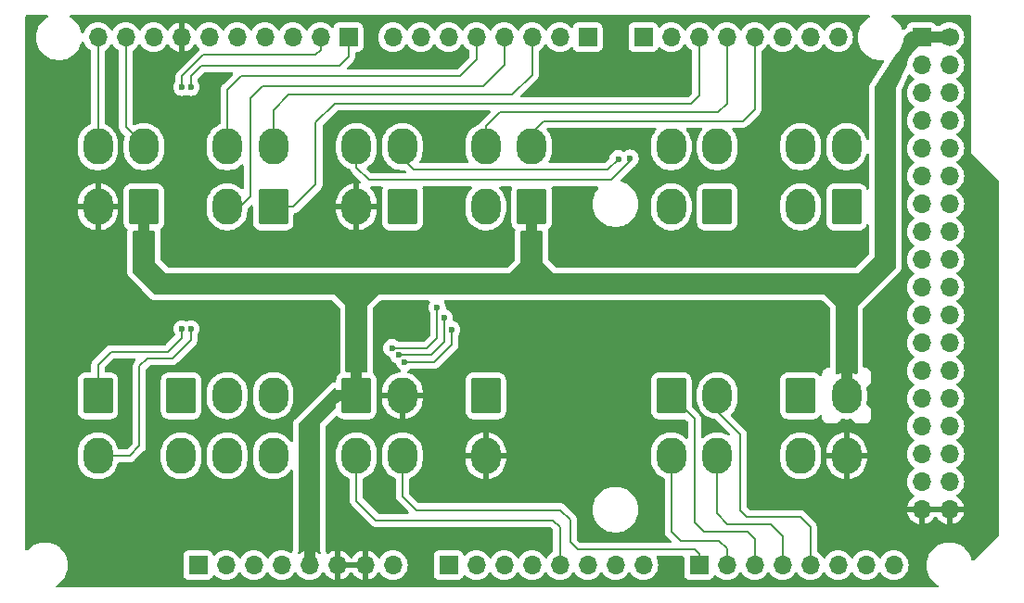
<source format=gbr>
%TF.GenerationSoftware,KiCad,Pcbnew,8.0.1*%
%TF.CreationDate,2024-06-20T14:59:11+09:00*%
%TF.ProjectId,CoolingBoxWireOrganizer,436f6f6c-696e-4674-926f-78576972654f,rev?*%
%TF.SameCoordinates,Original*%
%TF.FileFunction,Copper,L1,Top*%
%TF.FilePolarity,Positive*%
%FSLAX46Y46*%
G04 Gerber Fmt 4.6, Leading zero omitted, Abs format (unit mm)*
G04 Created by KiCad (PCBNEW 8.0.1) date 2024-06-20 14:59:11*
%MOMM*%
%LPD*%
G01*
G04 APERTURE LIST*
G04 Aperture macros list*
%AMRoundRect*
0 Rectangle with rounded corners*
0 $1 Rounding radius*
0 $2 $3 $4 $5 $6 $7 $8 $9 X,Y pos of 4 corners*
0 Add a 4 corners polygon primitive as box body*
4,1,4,$2,$3,$4,$5,$6,$7,$8,$9,$2,$3,0*
0 Add four circle primitives for the rounded corners*
1,1,$1+$1,$2,$3*
1,1,$1+$1,$4,$5*
1,1,$1+$1,$6,$7*
1,1,$1+$1,$8,$9*
0 Add four rect primitives between the rounded corners*
20,1,$1+$1,$2,$3,$4,$5,0*
20,1,$1+$1,$4,$5,$6,$7,0*
20,1,$1+$1,$6,$7,$8,$9,0*
20,1,$1+$1,$8,$9,$2,$3,0*%
G04 Aperture macros list end*
%TA.AperFunction,ComponentPad*%
%ADD10RoundRect,0.250001X1.099999X1.399999X-1.099999X1.399999X-1.099999X-1.399999X1.099999X-1.399999X0*%
%TD*%
%TA.AperFunction,ComponentPad*%
%ADD11O,2.700000X3.300000*%
%TD*%
%TA.AperFunction,ComponentPad*%
%ADD12RoundRect,0.250001X-1.099999X-1.399999X1.099999X-1.399999X1.099999X1.399999X-1.099999X1.399999X0*%
%TD*%
%TA.AperFunction,ComponentPad*%
%ADD13C,1.700000*%
%TD*%
%TA.AperFunction,ComponentPad*%
%ADD14R,1.700000X1.700000*%
%TD*%
%TA.AperFunction,ComponentPad*%
%ADD15O,1.700000X1.700000*%
%TD*%
%TA.AperFunction,ViaPad*%
%ADD16C,0.600000*%
%TD*%
%TA.AperFunction,Conductor*%
%ADD17C,1.000000*%
%TD*%
%TA.AperFunction,Conductor*%
%ADD18C,0.200000*%
%TD*%
G04 APERTURE END LIST*
D10*
%TO.P,J18,1,Pin_1*%
%TO.N,Spare.Digital7*%
X200450000Y-118040000D03*
D11*
%TO.P,J18,2,Pin_2*%
%TO.N,Spare.Digital5*%
X196250000Y-118040000D03*
%TO.P,J18,3,Pin_3*%
%TO.N,Spare.Digital8*%
X200450000Y-112540000D03*
%TO.P,J18,4,Pin_4*%
%TO.N,Spare.Digital6*%
X196250000Y-112540000D03*
%TD*%
D12*
%TO.P,J17,1,Pin_1*%
%TO.N,Spare.Analog3*%
X184450000Y-135300000D03*
D11*
%TO.P,J17,2,Pin_2*%
%TO.N,Spare.Analog5*%
X188650000Y-135300000D03*
%TO.P,J17,3,Pin_3*%
%TO.N,Spare.Analog2*%
X184450000Y-140800000D03*
%TO.P,J17,4,Pin_4*%
%TO.N,Spare.Analog4*%
X188650000Y-140800000D03*
%TD*%
D12*
%TO.P,J11,1,Pin_1*%
%TO.N,+5V*%
X155712000Y-135300000D03*
D11*
%TO.P,J11,2,Pin_2*%
%TO.N,GND*%
X159912000Y-135300000D03*
%TO.P,J11,3,Pin_3*%
%TO.N,HTC.Read*%
X155712000Y-140800000D03*
%TO.P,J11,4,Pin_4*%
%TO.N,Spare.Analog1*%
X159912000Y-140800000D03*
%TD*%
D10*
%TO.P,J14,1,Pin_1*%
%TO.N,+5V*%
X171712000Y-118040000D03*
D11*
%TO.P,J14,2,Pin_2*%
%TO.N,unconnected-(J14-Pin_2-Pad2)*%
X167512000Y-118040000D03*
%TO.P,J14,3,Pin_3*%
%TO.N,LockState_2*%
X171712000Y-112540000D03*
%TO.P,J14,4,Pin_4*%
%TO.N,LockState_1*%
X167512000Y-112540000D03*
%TD*%
D10*
%TO.P,J12,1,Pin_1*%
%TO.N,+3.3V*%
X159912000Y-118040000D03*
D11*
%TO.P,J12,2,Pin_2*%
%TO.N,GND*%
X155712000Y-118040000D03*
%TO.P,J12,3,Pin_3*%
%TO.N,MAX31855.Do*%
X159912000Y-112540000D03*
%TO.P,J12,4,Pin_4*%
%TO.N,MAX31855.CLK*%
X155712000Y-112540000D03*
%TD*%
D12*
%TO.P,J2,1,Pin_1*%
%TO.N,+3.3V*%
X196250000Y-135300000D03*
D11*
%TO.P,J2,2,Pin_2*%
%TO.N,+5V*%
X200450000Y-135300000D03*
%TO.P,J2,3,Pin_3*%
%TO.N,VDD*%
X196250000Y-140800000D03*
%TO.P,J2,4,Pin_4*%
%TO.N,GND*%
X200450000Y-140800000D03*
%TD*%
D10*
%TO.P,J9,1,Pin_1*%
%TO.N,MAX31855.CS_Chiller*%
X148112000Y-118040000D03*
D11*
%TO.P,J9,2,Pin_2*%
%TO.N,MAX31855.CS_Case*%
X143912000Y-118040000D03*
%TO.P,J9,3,Pin_3*%
%TO.N,MAX31855.CS_Sink*%
X148112000Y-112540000D03*
%TO.P,J9,4,Pin_4*%
%TO.N,MAX31855.CS_Head*%
X143912000Y-112540000D03*
%TD*%
D10*
%TO.P,J1,1,Pin_1*%
%TO.N,+5V*%
X136312000Y-118040000D03*
D11*
%TO.P,J1,2,Pin_2*%
%TO.N,GND*%
X132112000Y-118040000D03*
%TO.P,J1,3,Pin_3*%
%TO.N,SHT85.SDA*%
X136312000Y-112540000D03*
%TO.P,J1,4,Pin_4*%
%TO.N,SHT85.SCL*%
X132112000Y-112540000D03*
%TD*%
D12*
%TO.P,J16,1,Pin_1*%
%TO.N,Chiller.Alarm.Sig*%
X167512000Y-135300000D03*
D11*
%TO.P,J16,2,Pin_2*%
%TO.N,GND*%
X167512000Y-140800000D03*
%TD*%
D12*
%TO.P,J4,1,Pin_1*%
%TO.N,Relay.Unlock*%
X139712000Y-135300000D03*
D11*
%TO.P,J4,2,Pin_2*%
%TO.N,Relay.LV_intlk*%
X143912000Y-135300000D03*
%TO.P,J4,3,Pin_3*%
%TO.N,Relay.Pel_intlk*%
X148112000Y-135300000D03*
%TO.P,J4,4,Pin_4*%
%TO.N,Relay.HV_intlk*%
X139712000Y-140800000D03*
%TO.P,J4,5,Pin_5*%
%TO.N,Relay.AC100V_intlk*%
X143912000Y-140800000D03*
%TO.P,J4,6,Pin_6*%
%TO.N,Relay.Heater*%
X148112000Y-140800000D03*
%TD*%
D12*
%TO.P,J3,1,Pin_1*%
%TO.N,Pel_Neg*%
X132112000Y-135300000D03*
D11*
%TO.P,J3,2,Pin_2*%
%TO.N,Pel_Pos*%
X132112000Y-140800000D03*
%TD*%
D10*
%TO.P,J19,1,Pin_1*%
%TO.N,Spare.Digital3*%
X188650000Y-118040000D03*
D11*
%TO.P,J19,2,Pin_2*%
%TO.N,Spare.Digital1*%
X184450000Y-118040000D03*
%TO.P,J19,3,Pin_3*%
%TO.N,Spare.Digital4*%
X188650000Y-112540000D03*
%TO.P,J19,4,Pin_4*%
%TO.N,Spare.Digital2*%
X184450000Y-112540000D03*
%TD*%
D13*
%TO.P,J15,1,Pin_1*%
%TO.N,+5V*%
X209836000Y-102540000D03*
D14*
%TO.P,J15,2,Pin_2*%
X207296000Y-102540000D03*
D15*
%TO.P,J15,3,Pin_3*%
%TO.N,Spare.Digital2*%
X209836000Y-105080000D03*
%TO.P,J15,4,Pin_4*%
%TO.N,Spare.Digital1*%
X207296000Y-105080000D03*
%TO.P,J15,5,Pin_5*%
%TO.N,Spare.Digital4*%
X209836000Y-107620000D03*
%TO.P,J15,6,Pin_6*%
%TO.N,Spare.Digital3*%
X207296000Y-107620000D03*
%TO.P,J15,7,Pin_7*%
%TO.N,Spare.Digital6*%
X209836000Y-110160000D03*
%TO.P,J15,8,Pin_8*%
%TO.N,Spare.Digital5*%
X207296000Y-110160000D03*
%TO.P,J15,9,Pin_9*%
%TO.N,Spare.Digital8*%
X209836000Y-112700000D03*
%TO.P,J15,10,Pin_10*%
%TO.N,Spare.Digital7*%
X207296000Y-112700000D03*
%TO.P,J15,11,Pin_11*%
%TO.N,unconnected-(J15-Pin_11-Pad11)*%
X209836000Y-115240000D03*
%TO.P,J15,12,Pin_12*%
%TO.N,unconnected-(J15-Pin_12-Pad12)*%
X207296000Y-115240000D03*
%TO.P,J15,13,Pin_13*%
%TO.N,unconnected-(J15-Pin_13-Pad13)*%
X209836000Y-117780000D03*
%TO.P,J15,14,Pin_14*%
%TO.N,unconnected-(J15-Pin_14-Pad14)*%
X207296000Y-117780000D03*
%TO.P,J15,15,Pin_15*%
%TO.N,unconnected-(J15-Pin_15-Pad15)*%
X209836000Y-120320000D03*
%TO.P,J15,16,Pin_16*%
%TO.N,unconnected-(J15-Pin_16-Pad16)*%
X207296000Y-120320000D03*
%TO.P,J15,17,Pin_17*%
%TO.N,unconnected-(J15-Pin_17-Pad17)*%
X209836000Y-122860000D03*
%TO.P,J15,18,Pin_18*%
%TO.N,unconnected-(J15-Pin_18-Pad18)*%
X207296000Y-122860000D03*
%TO.P,J15,19,Pin_19*%
%TO.N,unconnected-(J15-Pin_19-Pad19)*%
X209836000Y-125400000D03*
%TO.P,J15,20,Pin_20*%
%TO.N,unconnected-(J15-Pin_20-Pad20)*%
X207296000Y-125400000D03*
%TO.P,J15,21,Pin_21*%
%TO.N,unconnected-(J15-Pin_21-Pad21)*%
X209836000Y-127940000D03*
%TO.P,J15,22,Pin_22*%
%TO.N,unconnected-(J15-Pin_22-Pad22)*%
X207296000Y-127940000D03*
%TO.P,J15,23,Pin_23*%
%TO.N,unconnected-(J15-Pin_23-Pad23)*%
X209836000Y-130480000D03*
%TO.P,J15,24,Pin_24*%
%TO.N,unconnected-(J15-Pin_24-Pad24)*%
X207296000Y-130480000D03*
%TO.P,J15,25,Pin_25*%
%TO.N,unconnected-(J15-Pin_25-Pad25)*%
X209836000Y-133020000D03*
%TO.P,J15,26,Pin_26*%
%TO.N,unconnected-(J15-Pin_26-Pad26)*%
X207296000Y-133020000D03*
%TO.P,J15,27,Pin_27*%
%TO.N,unconnected-(J15-Pin_27-Pad27)*%
X209836000Y-135560000D03*
%TO.P,J15,28,Pin_28*%
%TO.N,unconnected-(J15-Pin_28-Pad28)*%
X207296000Y-135560000D03*
%TO.P,J15,29,Pin_29*%
%TO.N,unconnected-(J15-Pin_29-Pad29)*%
X209836000Y-138100000D03*
%TO.P,J15,30,Pin_30*%
%TO.N,unconnected-(J15-Pin_30-Pad30)*%
X207296000Y-138100000D03*
%TO.P,J15,31,Pin_31*%
%TO.N,unconnected-(J15-Pin_31-Pad31)*%
X209836000Y-140640000D03*
%TO.P,J15,32,Pin_32*%
%TO.N,unconnected-(J15-Pin_32-Pad32)*%
X207296000Y-140640000D03*
%TO.P,J15,33,Pin_33*%
%TO.N,Chiller.Alarm.Sig*%
X209836000Y-143180000D03*
%TO.P,J15,34,Pin_34*%
%TO.N,unconnected-(J15-Pin_34-Pad34)*%
X207296000Y-143180000D03*
%TO.P,J15,35,Pin_35*%
%TO.N,GND*%
X209836000Y-145720000D03*
%TO.P,J15,36,Pin_36*%
X207296000Y-145720000D03*
%TD*%
D14*
%TO.P,J10,1,Pin_1*%
%TO.N,Spare.Analog1*%
X186976000Y-150800000D03*
D15*
%TO.P,J10,2,Pin_2*%
%TO.N,Spare.Analog2*%
X189516000Y-150800000D03*
%TO.P,J10,3,Pin_3*%
%TO.N,Spare.Analog3*%
X192056000Y-150800000D03*
%TO.P,J10,4,Pin_4*%
%TO.N,Spare.Analog4*%
X194596000Y-150800000D03*
%TO.P,J10,5,Pin_5*%
%TO.N,Spare.Analog5*%
X197136000Y-150800000D03*
%TO.P,J10,6,Pin_6*%
%TO.N,unconnected-(J10-Pin_6-Pad6)*%
X199676000Y-150800000D03*
%TO.P,J10,7,Pin_7*%
%TO.N,unconnected-(J10-Pin_7-Pad7)*%
X202216000Y-150800000D03*
%TO.P,J10,8,Pin_8*%
%TO.N,unconnected-(J10-Pin_8-Pad8)*%
X204756000Y-150800000D03*
%TD*%
D14*
%TO.P,J6,1,Pin_1*%
%TO.N,unconnected-(J6-Pin_1-Pad1)*%
X141256000Y-150800000D03*
D15*
%TO.P,J6,2,Pin_2*%
%TO.N,unconnected-(J6-Pin_2-Pad2)*%
X143796000Y-150800000D03*
%TO.P,J6,3,Pin_3*%
%TO.N,unconnected-(J6-Pin_3-Pad3)*%
X146336000Y-150800000D03*
%TO.P,J6,4,Pin_4*%
%TO.N,+3.3V*%
X148876000Y-150800000D03*
%TO.P,J6,5,Pin_5*%
%TO.N,+5V*%
X151416000Y-150800000D03*
%TO.P,J6,6,Pin_6*%
%TO.N,GND*%
X153956000Y-150800000D03*
%TO.P,J6,7,Pin_7*%
X156496000Y-150800000D03*
%TO.P,J6,8,Pin_8*%
%TO.N,VDD*%
X159036000Y-150800000D03*
%TD*%
D14*
%TO.P,J5,1,Pin_1*%
%TO.N,Pel_Pos*%
X154972000Y-102540000D03*
D15*
%TO.P,J5,2,Pin_2*%
%TO.N,Pel_Neg*%
X152432000Y-102540000D03*
%TO.P,J5,3,Pin_3*%
%TO.N,Relay.LV_intlk*%
X149892000Y-102540000D03*
%TO.P,J5,4,Pin_4*%
%TO.N,Relay.HV_intlk*%
X147352000Y-102540000D03*
%TO.P,J5,5,Pin_5*%
%TO.N,Relay.Unlock*%
X144812000Y-102540000D03*
%TO.P,J5,6,Pin_6*%
%TO.N,unconnected-(J5-Pin_6-Pad6)*%
X142272000Y-102540000D03*
%TO.P,J5,7,Pin_7*%
%TO.N,GND*%
X139732000Y-102540000D03*
%TO.P,J5,8,Pin_8*%
%TO.N,unconnected-(J5-Pin_8-Pad8)*%
X137192000Y-102540000D03*
%TO.P,J5,9,Pin_9*%
%TO.N,SHT85.SDA*%
X134652000Y-102540000D03*
%TO.P,J5,10,Pin_10*%
%TO.N,SHT85.SCL*%
X132112000Y-102540000D03*
%TD*%
D14*
%TO.P,J7,1,Pin_1*%
%TO.N,unconnected-(J7-Pin_1-Pad1)*%
X164116000Y-150800000D03*
D15*
%TO.P,J7,2,Pin_2*%
%TO.N,unconnected-(J7-Pin_2-Pad2)*%
X166656000Y-150800000D03*
%TO.P,J7,3,Pin_3*%
%TO.N,unconnected-(J7-Pin_3-Pad3)*%
X169196000Y-150800000D03*
%TO.P,J7,4,Pin_4*%
%TO.N,unconnected-(J7-Pin_4-Pad4)*%
X171736000Y-150800000D03*
%TO.P,J7,5,Pin_5*%
%TO.N,HTC.Read*%
X174276000Y-150800000D03*
%TO.P,J7,6,Pin_6*%
%TO.N,unconnected-(J7-Pin_6-Pad6)*%
X176816000Y-150800000D03*
%TO.P,J7,7,Pin_7*%
%TO.N,unconnected-(J7-Pin_7-Pad7)*%
X179356000Y-150800000D03*
%TO.P,J7,8,Pin_8*%
%TO.N,unconnected-(J7-Pin_8-Pad8)*%
X181896000Y-150800000D03*
%TD*%
D14*
%TO.P,J13,1,Pin_1*%
%TO.N,MAX31855.Do*%
X181896000Y-102540000D03*
D15*
%TO.P,J13,2,Pin_2*%
%TO.N,MAX31855.CLK*%
X184436000Y-102540000D03*
%TO.P,J13,3,Pin_3*%
%TO.N,MAX31855.CS_Chiller*%
X186976000Y-102540000D03*
%TO.P,J13,4,Pin_4*%
%TO.N,LockState_1*%
X189516000Y-102540000D03*
%TO.P,J13,5,Pin_5*%
%TO.N,LockState_2*%
X192056000Y-102540000D03*
%TO.P,J13,6,Pin_6*%
%TO.N,unconnected-(J13-Pin_6-Pad6)*%
X194596000Y-102540000D03*
%TO.P,J13,7,Pin_7*%
%TO.N,unconnected-(J13-Pin_7-Pad7)*%
X197136000Y-102540000D03*
%TO.P,J13,8,Pin_8*%
%TO.N,unconnected-(J13-Pin_8-Pad8)*%
X199676000Y-102540000D03*
%TD*%
D14*
%TO.P,J8,1,Pin_1*%
%TO.N,unconnected-(J8-Pin_1-Pad1)*%
X176816000Y-102540000D03*
D15*
%TO.P,J8,2,Pin_2*%
%TO.N,unconnected-(J8-Pin_2-Pad2)*%
X174276000Y-102540000D03*
%TO.P,J8,3,Pin_3*%
%TO.N,MAX31855.CS_Sink*%
X171736000Y-102540000D03*
%TO.P,J8,4,Pin_4*%
%TO.N,MAX31855.CS_Case*%
X169196000Y-102540000D03*
%TO.P,J8,5,Pin_5*%
%TO.N,MAX31855.CS_Head*%
X166656000Y-102540000D03*
%TO.P,J8,6,Pin_6*%
%TO.N,Relay.Heater*%
X164116000Y-102540000D03*
%TO.P,J8,7,Pin_7*%
%TO.N,Relay.Pel_intlk*%
X161576000Y-102540000D03*
%TO.P,J8,8,Pin_8*%
%TO.N,Relay.AC100V_intlk*%
X159036000Y-102540000D03*
%TD*%
D16*
%TO.N,GND*%
X181920000Y-105320000D03*
X195810000Y-103990000D03*
X185550000Y-104060000D03*
X157240000Y-101180000D03*
X154090000Y-138670000D03*
X130600000Y-152310000D03*
X184400000Y-152220000D03*
X157850000Y-109930000D03*
X177380000Y-140040000D03*
X158300000Y-143520000D03*
X153090000Y-133670000D03*
X162130000Y-110040000D03*
X204870000Y-136120000D03*
X143400000Y-128760000D03*
X138970000Y-152270000D03*
X161910000Y-128710000D03*
X157780000Y-138400000D03*
X213500000Y-146000000D03*
X154090000Y-110140000D03*
X147590000Y-121820000D03*
X155820000Y-148420000D03*
X194740000Y-128660000D03*
X190970000Y-101010000D03*
X161600000Y-152230000D03*
X142480000Y-106170000D03*
X213500000Y-137000000D03*
X156540000Y-121320000D03*
X154180000Y-115320000D03*
X207180000Y-152350000D03*
X169600000Y-129370000D03*
X179330000Y-101100000D03*
X130820000Y-101010000D03*
X202590000Y-146070000D03*
X127000000Y-140000000D03*
X127010000Y-120000000D03*
X135100000Y-148570000D03*
X165350000Y-116920000D03*
X168560000Y-122180000D03*
X211470000Y-113960000D03*
X134550000Y-132750000D03*
X213500000Y-127000000D03*
X138050000Y-109940000D03*
X200590000Y-115320000D03*
X175100000Y-112630000D03*
X175840000Y-120120000D03*
X162130000Y-113540000D03*
X173010000Y-152230000D03*
X153780000Y-128530000D03*
X211440000Y-108890000D03*
X181470000Y-112170000D03*
X183000000Y-129270000D03*
X157060000Y-104640000D03*
X205760000Y-101020000D03*
X127000000Y-130010000D03*
X145750000Y-145750000D03*
X188910000Y-122630000D03*
X194040000Y-144650000D03*
X127000000Y-110000000D03*
X157850000Y-114210000D03*
X204520000Y-128680000D03*
X212200000Y-149090000D03*
X144600000Y-115330000D03*
X191500000Y-135740000D03*
X172940000Y-106590000D03*
X137460000Y-105110000D03*
X143650000Y-101010000D03*
X134500000Y-138360000D03*
X166190000Y-110040000D03*
X141490000Y-109890000D03*
X201170000Y-101100000D03*
X195920000Y-152340000D03*
X167520000Y-144170000D03*
X150220000Y-152510000D03*
X167950000Y-101100000D03*
X213500000Y-117000000D03*
%TO.N,Pel_Pos*%
X140600000Y-107100000D03*
X140600000Y-129200000D03*
%TO.N,Pel_Neg*%
X139800000Y-107100000D03*
X139800000Y-129200000D03*
%TO.N,Relay.Pel_intlk*%
X163720000Y-128210000D03*
X159560000Y-131570000D03*
%TO.N,Relay.Heater*%
X160128529Y-132240000D03*
X164400000Y-129270000D03*
%TO.N,Relay.AC100V_intlk*%
X158950000Y-130940000D03*
X163060000Y-127250000D03*
%TO.N,MAX31855.CLK*%
X180680000Y-113610000D03*
%TO.N,MAX31855.Do*%
X179610000Y-113660000D03*
%TD*%
D17*
%TO.N,+5V*%
X154000000Y-135300000D02*
X153780000Y-135520000D01*
X155712000Y-135300000D02*
X154000000Y-135300000D01*
D18*
X155712000Y-133888000D02*
X155870000Y-133730000D01*
X155712000Y-132752000D02*
X155710000Y-132750000D01*
D17*
X155712000Y-135300000D02*
X155712000Y-132752000D01*
X205771210Y-103897488D02*
X205695298Y-104001972D01*
X207128698Y-102540000D02*
X205771210Y-103897488D01*
X207296000Y-102540000D02*
X207128698Y-102540000D01*
D18*
%TO.N,SHT85.SCL*%
X132112000Y-112540000D02*
X132112000Y-102540000D01*
%TO.N,SHT85.SDA*%
X136312000Y-112412000D02*
X134652000Y-110752000D01*
X134652000Y-110752000D02*
X134652000Y-102540000D01*
X136312000Y-112540000D02*
X136312000Y-112412000D01*
%TO.N,+5V*%
X171680000Y-121390000D02*
X171712000Y-121358000D01*
D17*
X206430000Y-102540000D02*
X206154105Y-102815895D01*
X136312000Y-118040000D02*
X136312000Y-121362000D01*
X151416000Y-150800000D02*
X151416000Y-149044000D01*
X209836000Y-102540000D02*
X207296000Y-102540000D01*
X151416000Y-149044000D02*
X151440000Y-149020000D01*
X207296000Y-102540000D02*
X206430000Y-102540000D01*
X171712000Y-121358000D02*
X171712000Y-118040000D01*
X200450000Y-135300000D02*
X200450000Y-132150000D01*
X136312000Y-121362000D02*
X136320000Y-121370000D01*
D18*
%TO.N,Pel_Pos*%
X138900000Y-131900000D02*
X136600000Y-131900000D01*
X140600000Y-130200000D02*
X138900000Y-131900000D01*
X154160000Y-105140000D02*
X154972000Y-104328000D01*
X141560000Y-105140000D02*
X154160000Y-105140000D01*
X135900000Y-132600000D02*
X135900000Y-139900000D01*
X135900000Y-139900000D02*
X135000000Y-140800000D01*
X154972000Y-104328000D02*
X154972000Y-102540000D01*
X136600000Y-131900000D02*
X135900000Y-132600000D01*
X140600000Y-129200000D02*
X140600000Y-130200000D01*
X135000000Y-140800000D02*
X132112000Y-140800000D01*
X140600000Y-107100000D02*
X140600000Y-106100000D01*
X140600000Y-106100000D02*
X141560000Y-105140000D01*
%TO.N,Pel_Neg*%
X138500000Y-131300000D02*
X133300000Y-131300000D01*
X139800000Y-107100000D02*
X139800000Y-106100000D01*
X152432000Y-103718000D02*
X152432000Y-102540000D01*
X132112000Y-132488000D02*
X132112000Y-135300000D01*
X139800000Y-130000000D02*
X138500000Y-131300000D01*
X139800000Y-129200000D02*
X139800000Y-130000000D01*
X139800000Y-106100000D02*
X141740000Y-104160000D01*
X151990000Y-104160000D02*
X152432000Y-103718000D01*
X141740000Y-104160000D02*
X151990000Y-104160000D01*
X133300000Y-131300000D02*
X132112000Y-132488000D01*
%TO.N,Spare.Analog2*%
X188830000Y-148590000D02*
X189516000Y-149276000D01*
X184450000Y-140800000D02*
X184450000Y-147700000D01*
X184450000Y-147700000D02*
X185340000Y-148590000D01*
X189516000Y-149276000D02*
X189516000Y-150800000D01*
X185340000Y-148590000D02*
X188830000Y-148590000D01*
%TO.N,Spare.Analog3*%
X186570000Y-146920000D02*
X187410000Y-147760000D01*
X187410000Y-147760000D02*
X191430000Y-147760000D01*
X186570000Y-137420000D02*
X186570000Y-146920000D01*
X191430000Y-147760000D02*
X192056000Y-148386000D01*
X192056000Y-148386000D02*
X192056000Y-150800000D01*
X184450000Y-135300000D02*
X186570000Y-137420000D01*
%TO.N,Spare.Analog5*%
X196210000Y-146350000D02*
X197136000Y-147276000D01*
X191360000Y-146350000D02*
X196210000Y-146350000D01*
X190760000Y-138860000D02*
X190760000Y-145750000D01*
X188650000Y-135300000D02*
X188650000Y-136750000D01*
X197136000Y-147276000D02*
X197136000Y-150800000D01*
X188650000Y-136750000D02*
X190760000Y-138860000D01*
X190760000Y-145750000D02*
X191360000Y-146350000D01*
%TO.N,Spare.Analog4*%
X194596000Y-148116000D02*
X194596000Y-150800000D01*
X189590000Y-147020000D02*
X193500000Y-147020000D01*
X188650000Y-146080000D02*
X189590000Y-147020000D01*
X188650000Y-140800000D02*
X188650000Y-146080000D01*
X193500000Y-147020000D02*
X194596000Y-148116000D01*
%TO.N,LockState_2*%
X191000000Y-110200000D02*
X192056000Y-109144000D01*
X172800000Y-110200000D02*
X191000000Y-110200000D01*
X171712000Y-112540000D02*
X171712000Y-111288000D01*
X192056000Y-109144000D02*
X192056000Y-102540000D01*
X171712000Y-111288000D02*
X172800000Y-110200000D01*
%TO.N,LockState_1*%
X168800000Y-109400000D02*
X188700000Y-109400000D01*
X188700000Y-109400000D02*
X189516000Y-108584000D01*
X167512000Y-112540000D02*
X167512000Y-110688000D01*
X189516000Y-108584000D02*
X189516000Y-102540000D01*
X167512000Y-110688000D02*
X168800000Y-109400000D01*
%TO.N,Relay.Pel_intlk*%
X163720000Y-130400000D02*
X162550000Y-131570000D01*
X162550000Y-131570000D02*
X159560000Y-131570000D01*
X163720000Y-128210000D02*
X163720000Y-130400000D01*
%TO.N,Relay.Heater*%
X164400000Y-129270000D02*
X164410000Y-129280000D01*
X164410000Y-129280000D02*
X164410000Y-130630000D01*
X162800000Y-132240000D02*
X160128529Y-132240000D01*
X164410000Y-130630000D02*
X162800000Y-132240000D01*
%TO.N,Relay.AC100V_intlk*%
X163070000Y-130030000D02*
X162160000Y-130940000D01*
X163060000Y-127250000D02*
X163070000Y-127260000D01*
X162160000Y-130940000D02*
X158950000Y-130940000D01*
X163070000Y-127260000D02*
X163070000Y-130030000D01*
%TO.N,MAX31855.CS_Head*%
X145150000Y-106070000D02*
X165180000Y-106070000D01*
X143912000Y-112540000D02*
X143912000Y-107308000D01*
X143912000Y-107308000D02*
X145150000Y-106070000D01*
X166656000Y-104594000D02*
X166656000Y-102540000D01*
X165180000Y-106070000D02*
X166656000Y-104594000D01*
%TO.N,MAX31855.CS_Sink*%
X148112000Y-109188000D02*
X149490000Y-107810000D01*
X169890000Y-107810000D02*
X171736000Y-105964000D01*
X149490000Y-107810000D02*
X169890000Y-107810000D01*
X148112000Y-112540000D02*
X148112000Y-109188000D01*
X171736000Y-105964000D02*
X171736000Y-102540000D01*
%TO.N,MAX31855.CS_Case*%
X169200000Y-103700000D02*
X169196000Y-103696000D01*
X146000000Y-108110000D02*
X147130000Y-106980000D01*
X169196000Y-103696000D02*
X169196000Y-102540000D01*
X143912000Y-118040000D02*
X145060000Y-118040000D01*
X145060000Y-118040000D02*
X146000000Y-117100000D01*
X169200000Y-105100000D02*
X169200000Y-103700000D01*
X167320000Y-106980000D02*
X169200000Y-105100000D01*
X147130000Y-106980000D02*
X167320000Y-106980000D01*
X146000000Y-117100000D02*
X146000000Y-108110000D01*
%TO.N,MAX31855.CS_Chiller*%
X186230000Y-108630000D02*
X186976000Y-107884000D01*
X148112000Y-118040000D02*
X149960000Y-118040000D01*
X149960000Y-118040000D02*
X152000000Y-116000000D01*
X152000000Y-116000000D02*
X152000000Y-110350000D01*
X152000000Y-110350000D02*
X153720000Y-108630000D01*
X186976000Y-107884000D02*
X186976000Y-102540000D01*
X153720000Y-108630000D02*
X186230000Y-108630000D01*
%TO.N,MAX31855.CLK*%
X180680000Y-113890000D02*
X178980000Y-115590000D01*
X180680000Y-113610000D02*
X180680000Y-113890000D01*
X178980000Y-115590000D02*
X156840000Y-115590000D01*
X156840000Y-115590000D02*
X155712000Y-114462000D01*
X155712000Y-114462000D02*
X155712000Y-112540000D01*
%TO.N,MAX31855.Do*%
X178630000Y-114640000D02*
X160940000Y-114640000D01*
X160940000Y-114640000D02*
X159912000Y-113612000D01*
X179610000Y-113660000D02*
X178630000Y-114640000D01*
X159912000Y-113612000D02*
X159912000Y-112540000D01*
%TO.N,Spare.Analog1*%
X159912000Y-140800000D02*
X159912000Y-144482000D01*
X175230000Y-146640000D02*
X175230000Y-148700000D01*
X186570000Y-149360000D02*
X186976000Y-149766000D01*
X161180000Y-145750000D02*
X174340000Y-145750000D01*
X175230000Y-148700000D02*
X175890000Y-149360000D01*
X174340000Y-145750000D02*
X175230000Y-146640000D01*
X175890000Y-149360000D02*
X186570000Y-149360000D01*
X159912000Y-144482000D02*
X161180000Y-145750000D01*
X186976000Y-149766000D02*
X186976000Y-150800000D01*
%TO.N,HTC.Read*%
X173660000Y-146700000D02*
X174276000Y-147316000D01*
X155712000Y-140800000D02*
X155712000Y-144912000D01*
X157500000Y-146700000D02*
X173660000Y-146700000D01*
X174276000Y-147316000D02*
X174276000Y-150800000D01*
X155712000Y-144912000D02*
X157500000Y-146700000D01*
%TD*%
%TA.AperFunction,Conductor*%
%TO.N,+5V*%
G36*
X153781170Y-134571991D02*
G01*
X153837162Y-134613784D01*
X153861671Y-134679214D01*
X153862000Y-134688234D01*
X153862000Y-135050000D01*
X155057879Y-135050000D01*
X155038901Y-135095818D01*
X155012000Y-135231056D01*
X155012000Y-135368944D01*
X155038901Y-135504182D01*
X155057879Y-135550000D01*
X153862000Y-135550000D01*
X153862000Y-136346638D01*
X153842315Y-136413677D01*
X153825681Y-136434319D01*
X152410000Y-137849999D01*
X152410000Y-149556906D01*
X152435177Y-149603015D01*
X152430193Y-149672707D01*
X152388321Y-149728640D01*
X152322857Y-149753057D01*
X152254584Y-149738205D01*
X152242887Y-149730948D01*
X152093578Y-149626399D01*
X151879492Y-149526570D01*
X151879486Y-149526567D01*
X151666000Y-149469364D01*
X151666000Y-150366988D01*
X151608993Y-150334075D01*
X151481826Y-150300000D01*
X151350174Y-150300000D01*
X151223007Y-150334075D01*
X151166000Y-150366988D01*
X151166000Y-149469364D01*
X151165999Y-149469364D01*
X150952513Y-149526567D01*
X150952507Y-149526570D01*
X150738422Y-149626399D01*
X150738420Y-149626400D01*
X150549086Y-149758973D01*
X150482880Y-149781300D01*
X150415113Y-149764290D01*
X150367300Y-149713341D01*
X150354622Y-149644632D01*
X150381104Y-149579975D01*
X150390283Y-149569716D01*
X150409999Y-149550000D01*
X150410000Y-149550000D01*
X150410000Y-137930000D01*
X150410000Y-137901260D01*
X150429685Y-137834221D01*
X150446196Y-137813702D01*
X153650197Y-134600675D01*
X153711472Y-134567105D01*
X153781170Y-134571991D01*
G37*
%TD.AperFunction*%
%TA.AperFunction,Conductor*%
G36*
X205901985Y-102760819D02*
G01*
X205940516Y-102819104D01*
X205946000Y-102855574D01*
X205946000Y-103437844D01*
X205952401Y-103497372D01*
X205952403Y-103497379D01*
X206002645Y-103632086D01*
X206002649Y-103632093D01*
X206088809Y-103747187D01*
X206088812Y-103747190D01*
X206203906Y-103833350D01*
X206203913Y-103833354D01*
X206321388Y-103877169D01*
X206377322Y-103919040D01*
X206401739Y-103984504D01*
X206391160Y-104044177D01*
X206375382Y-104079288D01*
X206349959Y-104116142D01*
X206257506Y-104208596D01*
X206121965Y-104402169D01*
X206121964Y-104402171D01*
X206022098Y-104616335D01*
X206022094Y-104616344D01*
X205960938Y-104844586D01*
X205960936Y-104844596D01*
X205945708Y-105018640D01*
X205935285Y-105058657D01*
X205000000Y-107140001D01*
X205000000Y-123488638D01*
X204980315Y-123555677D01*
X204963681Y-123576319D01*
X201450000Y-127089999D01*
X201450000Y-133226588D01*
X201430315Y-133293627D01*
X201377511Y-133339382D01*
X201308353Y-133349326D01*
X201273805Y-133338622D01*
X201273741Y-133338779D01*
X201272052Y-133338079D01*
X201271166Y-133337805D01*
X201269991Y-133337225D01*
X201045939Y-133244421D01*
X200811687Y-133181653D01*
X200700000Y-133166948D01*
X200700000Y-134645879D01*
X200654182Y-134626901D01*
X200518944Y-134600000D01*
X200381056Y-134600000D01*
X200245818Y-134626901D01*
X200200000Y-134645879D01*
X200200000Y-133166948D01*
X200199999Y-133166948D01*
X200088312Y-133181653D01*
X199854060Y-133244421D01*
X199630008Y-133337225D01*
X199628834Y-133337805D01*
X199628448Y-133337872D01*
X199626259Y-133338779D01*
X199626055Y-133338288D01*
X199560000Y-133349795D01*
X199495612Y-133322668D01*
X199456111Y-133265036D01*
X199450000Y-133226588D01*
X199450000Y-127090000D01*
X198450000Y-126090000D01*
X157710000Y-126090000D01*
X157709999Y-126090000D01*
X156710000Y-127089999D01*
X156710000Y-133026000D01*
X156690315Y-133093039D01*
X156637511Y-133138794D01*
X156586000Y-133150000D01*
X155962000Y-133150000D01*
X155962000Y-134645879D01*
X155916182Y-134626901D01*
X155780944Y-134600000D01*
X155643056Y-134600000D01*
X155507818Y-134626901D01*
X155462000Y-134645879D01*
X155462000Y-133150000D01*
X154834000Y-133150000D01*
X154766961Y-133130315D01*
X154721206Y-133077511D01*
X154710000Y-133026000D01*
X154710000Y-127090000D01*
X153710000Y-126090000D01*
X137361362Y-126090000D01*
X137294323Y-126070315D01*
X137273681Y-126053681D01*
X135346319Y-124126319D01*
X135312834Y-124064996D01*
X135310000Y-124038638D01*
X135310000Y-120314000D01*
X135329685Y-120246961D01*
X135382489Y-120201206D01*
X135434000Y-120190000D01*
X136062000Y-120190000D01*
X136062000Y-118694120D01*
X136107818Y-118713099D01*
X136243056Y-118740000D01*
X136380944Y-118740000D01*
X136516182Y-118713099D01*
X136562000Y-118694120D01*
X136562000Y-120190000D01*
X137186000Y-120190000D01*
X137253039Y-120209685D01*
X137298794Y-120262489D01*
X137310000Y-120314000D01*
X137310000Y-123090000D01*
X138310000Y-124090000D01*
X169710000Y-124090000D01*
X170710000Y-123090000D01*
X170710000Y-120314000D01*
X170729685Y-120246961D01*
X170782489Y-120201206D01*
X170834000Y-120190000D01*
X171462000Y-120190000D01*
X171462000Y-118694120D01*
X171507818Y-118713099D01*
X171643056Y-118740000D01*
X171780944Y-118740000D01*
X171916182Y-118713099D01*
X171962000Y-118694120D01*
X171962000Y-120190000D01*
X172586000Y-120190000D01*
X172653039Y-120209685D01*
X172698794Y-120262489D01*
X172710000Y-120314000D01*
X172710000Y-123090000D01*
X173710000Y-124090000D01*
X201500000Y-124090000D01*
X203000000Y-122590000D01*
X203000000Y-107175539D01*
X203018827Y-107109854D01*
X204837625Y-104197644D01*
X204864534Y-104167151D01*
X204984501Y-104069551D01*
X205179470Y-103860791D01*
X205344196Y-103627426D01*
X205475612Y-103373805D01*
X205571269Y-103104652D01*
X205592208Y-103003885D01*
X205608436Y-102963442D01*
X205716829Y-102789885D01*
X205769035Y-102743455D01*
X205838059Y-102732618D01*
X205901985Y-102760819D01*
G37*
%TD.AperFunction*%
%TD*%
%TA.AperFunction,Conductor*%
%TO.N,GND*%
G36*
X127515693Y-100520185D02*
G01*
X127561448Y-100572989D01*
X127571392Y-100642147D01*
X127542367Y-100705703D01*
X127513082Y-100730448D01*
X127349081Y-100830178D01*
X127127505Y-101010443D01*
X127127491Y-101010456D01*
X126932531Y-101219206D01*
X126767801Y-101452578D01*
X126636387Y-101706196D01*
X126540732Y-101975342D01*
X126540727Y-101975359D01*
X126482614Y-102255018D01*
X126482613Y-102255019D01*
X126463121Y-102540000D01*
X126482613Y-102824980D01*
X126482614Y-102824981D01*
X126540727Y-103104640D01*
X126540732Y-103104657D01*
X126636387Y-103373803D01*
X126766322Y-103624567D01*
X126767804Y-103627426D01*
X126829906Y-103715405D01*
X126932531Y-103860793D01*
X127127491Y-104069543D01*
X127127494Y-104069546D01*
X127127499Y-104069551D01*
X127349078Y-104249819D01*
X127349080Y-104249820D01*
X127349081Y-104249821D01*
X127593141Y-104398237D01*
X127751475Y-104467011D01*
X127855137Y-104512038D01*
X128130191Y-104589105D01*
X128375722Y-104622852D01*
X128413176Y-104628000D01*
X128413177Y-104628000D01*
X128698824Y-104628000D01*
X128736278Y-104622852D01*
X128981809Y-104589105D01*
X129256863Y-104512038D01*
X129498552Y-104407057D01*
X129518858Y-104398237D01*
X129518860Y-104398236D01*
X129762922Y-104249819D01*
X129984501Y-104069551D01*
X130179470Y-103860791D01*
X130344196Y-103627426D01*
X130475612Y-103373805D01*
X130571269Y-103104652D01*
X130593487Y-102997730D01*
X130626398Y-102936102D01*
X130687407Y-102902047D01*
X130757142Y-102906381D01*
X130813463Y-102947730D01*
X130834667Y-102990865D01*
X130838094Y-103003654D01*
X130838095Y-103003658D01*
X130838097Y-103003663D01*
X130917801Y-103174588D01*
X130937965Y-103217830D01*
X130937967Y-103217834D01*
X130976110Y-103272307D01*
X131073505Y-103411401D01*
X131240599Y-103578495D01*
X131337384Y-103646265D01*
X131434165Y-103714032D01*
X131434167Y-103714033D01*
X131434170Y-103714035D01*
X131439898Y-103716706D01*
X131492339Y-103762872D01*
X131511500Y-103829090D01*
X131511500Y-110402913D01*
X131491815Y-110469952D01*
X131439011Y-110515707D01*
X131434953Y-110517474D01*
X131291792Y-110576773D01*
X131291780Y-110576779D01*
X131081706Y-110698067D01*
X130889263Y-110845733D01*
X130889256Y-110845739D01*
X130717739Y-111017256D01*
X130717733Y-111017263D01*
X130570067Y-111209706D01*
X130448777Y-111419785D01*
X130448773Y-111419794D01*
X130355947Y-111643895D01*
X130293161Y-111878214D01*
X130261500Y-112118711D01*
X130261500Y-112961288D01*
X130293161Y-113201785D01*
X130355947Y-113436104D01*
X130427979Y-113610003D01*
X130448776Y-113660212D01*
X130570064Y-113870289D01*
X130570066Y-113870292D01*
X130570067Y-113870293D01*
X130717733Y-114062736D01*
X130717739Y-114062743D01*
X130889256Y-114234260D01*
X130889263Y-114234266D01*
X130934355Y-114268866D01*
X131081711Y-114381936D01*
X131291788Y-114503224D01*
X131515900Y-114596054D01*
X131750211Y-114658838D01*
X131930586Y-114682584D01*
X131990711Y-114690500D01*
X131990712Y-114690500D01*
X132233289Y-114690500D01*
X132281388Y-114684167D01*
X132473789Y-114658838D01*
X132708100Y-114596054D01*
X132932212Y-114503224D01*
X133142289Y-114381936D01*
X133334738Y-114234265D01*
X133506265Y-114062738D01*
X133653936Y-113870289D01*
X133775224Y-113660212D01*
X133868054Y-113436100D01*
X133930838Y-113201789D01*
X133962500Y-112961288D01*
X133962500Y-112118712D01*
X133930838Y-111878211D01*
X133868054Y-111643900D01*
X133775224Y-111419788D01*
X133653936Y-111209711D01*
X133517114Y-111031401D01*
X133506266Y-111017263D01*
X133506260Y-111017256D01*
X133334743Y-110845739D01*
X133334736Y-110845733D01*
X133142293Y-110698067D01*
X133142292Y-110698066D01*
X133142289Y-110698064D01*
X133049915Y-110644732D01*
X132932219Y-110576779D01*
X132932207Y-110576773D01*
X132789047Y-110517474D01*
X132734643Y-110473633D01*
X132712579Y-110407338D01*
X132712500Y-110402913D01*
X132712500Y-103829090D01*
X132732185Y-103762051D01*
X132784101Y-103716706D01*
X132789830Y-103714035D01*
X132983401Y-103578495D01*
X133150495Y-103411401D01*
X133280425Y-103225842D01*
X133335002Y-103182217D01*
X133404500Y-103175023D01*
X133466855Y-103206546D01*
X133483575Y-103225842D01*
X133613500Y-103411395D01*
X133613505Y-103411401D01*
X133780599Y-103578495D01*
X133877384Y-103646265D01*
X133974165Y-103714032D01*
X133974167Y-103714033D01*
X133974170Y-103714035D01*
X133979898Y-103716706D01*
X134032339Y-103762872D01*
X134051500Y-103829090D01*
X134051500Y-110665330D01*
X134051499Y-110665348D01*
X134051499Y-110831054D01*
X134051498Y-110831054D01*
X134092424Y-110983789D01*
X134092425Y-110983790D01*
X134111750Y-111017261D01*
X134111751Y-111017262D01*
X134171477Y-111120712D01*
X134171481Y-111120717D01*
X134290349Y-111239585D01*
X134290355Y-111239590D01*
X134537988Y-111487223D01*
X134571473Y-111548546D01*
X134566489Y-111618238D01*
X134564870Y-111622352D01*
X134555950Y-111643887D01*
X134555948Y-111643895D01*
X134555946Y-111643900D01*
X134524554Y-111761055D01*
X134493161Y-111878214D01*
X134461500Y-112118711D01*
X134461500Y-112961288D01*
X134493161Y-113201785D01*
X134555947Y-113436104D01*
X134627979Y-113610003D01*
X134648776Y-113660212D01*
X134770064Y-113870289D01*
X134770066Y-113870292D01*
X134770067Y-113870293D01*
X134917733Y-114062736D01*
X134917739Y-114062743D01*
X135089256Y-114234260D01*
X135089263Y-114234266D01*
X135134355Y-114268866D01*
X135281711Y-114381936D01*
X135491788Y-114503224D01*
X135715900Y-114596054D01*
X135950211Y-114658838D01*
X136130586Y-114682584D01*
X136190711Y-114690500D01*
X136190712Y-114690500D01*
X136433289Y-114690500D01*
X136481388Y-114684167D01*
X136673789Y-114658838D01*
X136908100Y-114596054D01*
X137132212Y-114503224D01*
X137342289Y-114381936D01*
X137534738Y-114234265D01*
X137706265Y-114062738D01*
X137853936Y-113870289D01*
X137975224Y-113660212D01*
X138068054Y-113436100D01*
X138130838Y-113201789D01*
X138162500Y-112961288D01*
X138162500Y-112118712D01*
X138130838Y-111878211D01*
X138068054Y-111643900D01*
X137975224Y-111419788D01*
X137853936Y-111209711D01*
X137717114Y-111031401D01*
X137706266Y-111017263D01*
X137706260Y-111017256D01*
X137534743Y-110845739D01*
X137534736Y-110845733D01*
X137342293Y-110698067D01*
X137342292Y-110698066D01*
X137342289Y-110698064D01*
X137132212Y-110576776D01*
X137116271Y-110570173D01*
X136908104Y-110483947D01*
X136673785Y-110421161D01*
X136433289Y-110389500D01*
X136433288Y-110389500D01*
X136190712Y-110389500D01*
X136190711Y-110389500D01*
X135950214Y-110421161D01*
X135715895Y-110483947D01*
X135491794Y-110576773D01*
X135491786Y-110576776D01*
X135469088Y-110589881D01*
X135401187Y-110606351D01*
X135335161Y-110583497D01*
X135319410Y-110570173D01*
X135288819Y-110539582D01*
X135255334Y-110478259D01*
X135252500Y-110451901D01*
X135252500Y-103829090D01*
X135272185Y-103762051D01*
X135324101Y-103716706D01*
X135329830Y-103714035D01*
X135523401Y-103578495D01*
X135690495Y-103411401D01*
X135820425Y-103225842D01*
X135875002Y-103182217D01*
X135944500Y-103175023D01*
X136006855Y-103206546D01*
X136023575Y-103225842D01*
X136153500Y-103411395D01*
X136153505Y-103411401D01*
X136320599Y-103578495D01*
X136417384Y-103646265D01*
X136514165Y-103714032D01*
X136514167Y-103714033D01*
X136514170Y-103714035D01*
X136728337Y-103813903D01*
X136956592Y-103875063D01*
X137133034Y-103890500D01*
X137191999Y-103895659D01*
X137192000Y-103895659D01*
X137192001Y-103895659D01*
X137250966Y-103890500D01*
X137427408Y-103875063D01*
X137655663Y-103813903D01*
X137869830Y-103714035D01*
X138063401Y-103578495D01*
X138230495Y-103411401D01*
X138360730Y-103225405D01*
X138415307Y-103181781D01*
X138484805Y-103174587D01*
X138547160Y-103206110D01*
X138563879Y-103225405D01*
X138693890Y-103411078D01*
X138860917Y-103578105D01*
X139054421Y-103713600D01*
X139268507Y-103813429D01*
X139268516Y-103813433D01*
X139482000Y-103870634D01*
X139482000Y-102973012D01*
X139539007Y-103005925D01*
X139666174Y-103040000D01*
X139797826Y-103040000D01*
X139924993Y-103005925D01*
X139982000Y-102973012D01*
X139982000Y-103870633D01*
X140195483Y-103813433D01*
X140195492Y-103813429D01*
X140409578Y-103713600D01*
X140603082Y-103578105D01*
X140770105Y-103411082D01*
X140900119Y-103225405D01*
X140954696Y-103181781D01*
X141024195Y-103174588D01*
X141086549Y-103206110D01*
X141103269Y-103225405D01*
X141233505Y-103411401D01*
X141233506Y-103411402D01*
X141348753Y-103526649D01*
X141382238Y-103587972D01*
X141377254Y-103657664D01*
X141348753Y-103702011D01*
X139319481Y-105731282D01*
X139319477Y-105731287D01*
X139307760Y-105751584D01*
X139304154Y-105757830D01*
X139240423Y-105868215D01*
X139199499Y-106020943D01*
X139199499Y-106020945D01*
X139199499Y-106189046D01*
X139199500Y-106189059D01*
X139199500Y-106517587D01*
X139179815Y-106584626D01*
X139172450Y-106594896D01*
X139170186Y-106597734D01*
X139074211Y-106750476D01*
X139014631Y-106920745D01*
X139014630Y-106920750D01*
X138994435Y-107099996D01*
X138994435Y-107100003D01*
X139014630Y-107279249D01*
X139014631Y-107279254D01*
X139074211Y-107449523D01*
X139131727Y-107541058D01*
X139170184Y-107602262D01*
X139297738Y-107729816D01*
X139386682Y-107785703D01*
X139448254Y-107824392D01*
X139450478Y-107825789D01*
X139535139Y-107855413D01*
X139620745Y-107885368D01*
X139620750Y-107885369D01*
X139799996Y-107905565D01*
X139800000Y-107905565D01*
X139800004Y-107905565D01*
X139979249Y-107885369D01*
X139979251Y-107885368D01*
X139979255Y-107885368D01*
X139979258Y-107885366D01*
X139979262Y-107885366D01*
X140156095Y-107823489D01*
X140156846Y-107825637D01*
X140215128Y-107816035D01*
X140243588Y-107824392D01*
X140243905Y-107823489D01*
X140420737Y-107885366D01*
X140420743Y-107885367D01*
X140420745Y-107885368D01*
X140420746Y-107885368D01*
X140420750Y-107885369D01*
X140599996Y-107905565D01*
X140600000Y-107905565D01*
X140600004Y-107905565D01*
X140779249Y-107885369D01*
X140779252Y-107885368D01*
X140779255Y-107885368D01*
X140949522Y-107825789D01*
X141102262Y-107729816D01*
X141229816Y-107602262D01*
X141325789Y-107449522D01*
X141385368Y-107279255D01*
X141385369Y-107279249D01*
X141405565Y-107100003D01*
X141405565Y-107099996D01*
X141385369Y-106920750D01*
X141385368Y-106920745D01*
X141325788Y-106750476D01*
X141229813Y-106597734D01*
X141227550Y-106594896D01*
X141226659Y-106592715D01*
X141226111Y-106591842D01*
X141226264Y-106591745D01*
X141201144Y-106530209D01*
X141200500Y-106517587D01*
X141200500Y-106400097D01*
X141220185Y-106333058D01*
X141236819Y-106312416D01*
X141772416Y-105776819D01*
X141833739Y-105743334D01*
X141860097Y-105740500D01*
X144330903Y-105740500D01*
X144397942Y-105760185D01*
X144443697Y-105812989D01*
X144453641Y-105882147D01*
X144424616Y-105945703D01*
X144418586Y-105952178D01*
X143973766Y-106396998D01*
X143543286Y-106827478D01*
X143431481Y-106939282D01*
X143431479Y-106939285D01*
X143381361Y-107026094D01*
X143381359Y-107026096D01*
X143352425Y-107076209D01*
X143352424Y-107076210D01*
X143352423Y-107076215D01*
X143311499Y-107228943D01*
X143311499Y-107228945D01*
X143311499Y-107397046D01*
X143311500Y-107397059D01*
X143311500Y-110402913D01*
X143291815Y-110469952D01*
X143239011Y-110515707D01*
X143234953Y-110517474D01*
X143091792Y-110576773D01*
X143091780Y-110576779D01*
X142881706Y-110698067D01*
X142689263Y-110845733D01*
X142689256Y-110845739D01*
X142517739Y-111017256D01*
X142517733Y-111017263D01*
X142370067Y-111209706D01*
X142248777Y-111419785D01*
X142248773Y-111419794D01*
X142155947Y-111643895D01*
X142093161Y-111878214D01*
X142061500Y-112118711D01*
X142061500Y-112961288D01*
X142093161Y-113201785D01*
X142155947Y-113436104D01*
X142227979Y-113610003D01*
X142248776Y-113660212D01*
X142370064Y-113870289D01*
X142370066Y-113870292D01*
X142370067Y-113870293D01*
X142517733Y-114062736D01*
X142517739Y-114062743D01*
X142689256Y-114234260D01*
X142689263Y-114234266D01*
X142734355Y-114268866D01*
X142881711Y-114381936D01*
X143091788Y-114503224D01*
X143315900Y-114596054D01*
X143550211Y-114658838D01*
X143730586Y-114682584D01*
X143790711Y-114690500D01*
X143790712Y-114690500D01*
X144033289Y-114690500D01*
X144081388Y-114684167D01*
X144273789Y-114658838D01*
X144508100Y-114596054D01*
X144732212Y-114503224D01*
X144942289Y-114381936D01*
X145134738Y-114234265D01*
X145134743Y-114234260D01*
X145187819Y-114181185D01*
X145249142Y-114147700D01*
X145318834Y-114152684D01*
X145374767Y-114194556D01*
X145399184Y-114260020D01*
X145399500Y-114268866D01*
X145399500Y-116311134D01*
X145379815Y-116378173D01*
X145327011Y-116423928D01*
X145257853Y-116433872D01*
X145194297Y-116404847D01*
X145187819Y-116398815D01*
X145134743Y-116345739D01*
X145134736Y-116345733D01*
X144942293Y-116198067D01*
X144942292Y-116198066D01*
X144942289Y-116198064D01*
X144736163Y-116079057D01*
X144732214Y-116076777D01*
X144732205Y-116076773D01*
X144508104Y-115983947D01*
X144291255Y-115925842D01*
X144273789Y-115921162D01*
X144273788Y-115921161D01*
X144273785Y-115921161D01*
X144033289Y-115889500D01*
X144033288Y-115889500D01*
X143790712Y-115889500D01*
X143790711Y-115889500D01*
X143550214Y-115921161D01*
X143315895Y-115983947D01*
X143091794Y-116076773D01*
X143091785Y-116076777D01*
X142881706Y-116198067D01*
X142689263Y-116345733D01*
X142689256Y-116345739D01*
X142517739Y-116517256D01*
X142517733Y-116517263D01*
X142370067Y-116709706D01*
X142248777Y-116919785D01*
X142248773Y-116919794D01*
X142155947Y-117143895D01*
X142093161Y-117378214D01*
X142061500Y-117618711D01*
X142061500Y-118461288D01*
X142093161Y-118701785D01*
X142155947Y-118936104D01*
X142222592Y-119096998D01*
X142248776Y-119160212D01*
X142370064Y-119370289D01*
X142370066Y-119370292D01*
X142370067Y-119370293D01*
X142517733Y-119562736D01*
X142517739Y-119562743D01*
X142689256Y-119734260D01*
X142689263Y-119734266D01*
X142802321Y-119821018D01*
X142881711Y-119881936D01*
X143091788Y-120003224D01*
X143315900Y-120096054D01*
X143550211Y-120158838D01*
X143710940Y-120179998D01*
X143790711Y-120190500D01*
X143790712Y-120190500D01*
X144033289Y-120190500D01*
X144113052Y-120179999D01*
X144273789Y-120158838D01*
X144508100Y-120096054D01*
X144732212Y-120003224D01*
X144942289Y-119881936D01*
X145134738Y-119734265D01*
X145306265Y-119562738D01*
X145453936Y-119370289D01*
X145575224Y-119160212D01*
X145668054Y-118936100D01*
X145730838Y-118701789D01*
X145762500Y-118461288D01*
X145762500Y-118238097D01*
X145782185Y-118171058D01*
X145798819Y-118150416D01*
X146049819Y-117899416D01*
X146111142Y-117865931D01*
X146180834Y-117870915D01*
X146236767Y-117912787D01*
X146261184Y-117978251D01*
X146261500Y-117987097D01*
X146261500Y-119490015D01*
X146272000Y-119592795D01*
X146272001Y-119592797D01*
X146288361Y-119642169D01*
X146327186Y-119759335D01*
X146327187Y-119759337D01*
X146419286Y-119908651D01*
X146419289Y-119908655D01*
X146543344Y-120032710D01*
X146543348Y-120032713D01*
X146692662Y-120124812D01*
X146692664Y-120124813D01*
X146692666Y-120124814D01*
X146859203Y-120179999D01*
X146961992Y-120190500D01*
X146961997Y-120190500D01*
X149262003Y-120190500D01*
X149262008Y-120190500D01*
X149364797Y-120179999D01*
X149531334Y-120124814D01*
X149680655Y-120032711D01*
X149804711Y-119908655D01*
X149896814Y-119759334D01*
X149951999Y-119592797D01*
X149962500Y-119490008D01*
X149962500Y-118756162D01*
X149982185Y-118689123D01*
X150034989Y-118643368D01*
X150054393Y-118636391D01*
X150191785Y-118599577D01*
X150274703Y-118551704D01*
X150328716Y-118520520D01*
X150440520Y-118408716D01*
X150440520Y-118408714D01*
X150450724Y-118398511D01*
X150450727Y-118398506D01*
X152480520Y-116368716D01*
X152559577Y-116231784D01*
X152600501Y-116079057D01*
X152600501Y-115920942D01*
X152600501Y-115913347D01*
X152600500Y-115913329D01*
X152600500Y-110650097D01*
X152620185Y-110583058D01*
X152636819Y-110562416D01*
X153932416Y-109266819D01*
X153993739Y-109233334D01*
X154020097Y-109230500D01*
X167820903Y-109230500D01*
X167887942Y-109250185D01*
X167933697Y-109302989D01*
X167943641Y-109372147D01*
X167914616Y-109435703D01*
X167908584Y-109442181D01*
X167143286Y-110207478D01*
X167031481Y-110319282D01*
X167031479Y-110319285D01*
X166994531Y-110383283D01*
X166994529Y-110383286D01*
X166963904Y-110436328D01*
X166913336Y-110484543D01*
X166903971Y-110488887D01*
X166691794Y-110576773D01*
X166691785Y-110576777D01*
X166481706Y-110698067D01*
X166289263Y-110845733D01*
X166289256Y-110845739D01*
X166117739Y-111017256D01*
X166117733Y-111017263D01*
X165970067Y-111209706D01*
X165848777Y-111419785D01*
X165848773Y-111419794D01*
X165755947Y-111643895D01*
X165693161Y-111878214D01*
X165661500Y-112118711D01*
X165661500Y-112961288D01*
X165693161Y-113201785D01*
X165755947Y-113436104D01*
X165848773Y-113660205D01*
X165848777Y-113660214D01*
X165960371Y-113853500D01*
X165976844Y-113921400D01*
X165953991Y-113987427D01*
X165899070Y-114030618D01*
X165852984Y-114039500D01*
X161571016Y-114039500D01*
X161503977Y-114019815D01*
X161458222Y-113967011D01*
X161448278Y-113897853D01*
X161463629Y-113853500D01*
X161500721Y-113789255D01*
X161575224Y-113660212D01*
X161668054Y-113436100D01*
X161730838Y-113201789D01*
X161762500Y-112961288D01*
X161762500Y-112118712D01*
X161730838Y-111878211D01*
X161668054Y-111643900D01*
X161575224Y-111419788D01*
X161453936Y-111209711D01*
X161317114Y-111031401D01*
X161306266Y-111017263D01*
X161306260Y-111017256D01*
X161134743Y-110845739D01*
X161134736Y-110845733D01*
X160942293Y-110698067D01*
X160942292Y-110698066D01*
X160942289Y-110698064D01*
X160732212Y-110576776D01*
X160716271Y-110570173D01*
X160508104Y-110483947D01*
X160273785Y-110421161D01*
X160033289Y-110389500D01*
X160033288Y-110389500D01*
X159790712Y-110389500D01*
X159790711Y-110389500D01*
X159550214Y-110421161D01*
X159315895Y-110483947D01*
X159091794Y-110576773D01*
X159091785Y-110576777D01*
X158881706Y-110698067D01*
X158689263Y-110845733D01*
X158689256Y-110845739D01*
X158517739Y-111017256D01*
X158517733Y-111017263D01*
X158370067Y-111209706D01*
X158248777Y-111419785D01*
X158248773Y-111419794D01*
X158155947Y-111643895D01*
X158093161Y-111878214D01*
X158061500Y-112118711D01*
X158061500Y-112961288D01*
X158093161Y-113201785D01*
X158155947Y-113436104D01*
X158227979Y-113610003D01*
X158248776Y-113660212D01*
X158370064Y-113870289D01*
X158370066Y-113870292D01*
X158370067Y-113870293D01*
X158517733Y-114062736D01*
X158517739Y-114062743D01*
X158689256Y-114234260D01*
X158689263Y-114234266D01*
X158734355Y-114268866D01*
X158881711Y-114381936D01*
X159091788Y-114503224D01*
X159315900Y-114596054D01*
X159550211Y-114658838D01*
X159730586Y-114682584D01*
X159790711Y-114690500D01*
X159790712Y-114690500D01*
X160033289Y-114690500D01*
X160068075Y-114685920D01*
X160137110Y-114696685D01*
X160171942Y-114721178D01*
X160228583Y-114777819D01*
X160262068Y-114839142D01*
X160257084Y-114908834D01*
X160215212Y-114964767D01*
X160149748Y-114989184D01*
X160140902Y-114989500D01*
X157140097Y-114989500D01*
X157073058Y-114969815D01*
X157052416Y-114953181D01*
X156691015Y-114591780D01*
X156657530Y-114530457D01*
X156662514Y-114460765D01*
X156704386Y-114404832D01*
X156716692Y-114396713D01*
X156742289Y-114381936D01*
X156934738Y-114234265D01*
X157106265Y-114062738D01*
X157253936Y-113870289D01*
X157375224Y-113660212D01*
X157468054Y-113436100D01*
X157530838Y-113201789D01*
X157562500Y-112961288D01*
X157562500Y-112118712D01*
X157530838Y-111878211D01*
X157468054Y-111643900D01*
X157375224Y-111419788D01*
X157253936Y-111209711D01*
X157117114Y-111031401D01*
X157106266Y-111017263D01*
X157106260Y-111017256D01*
X156934743Y-110845739D01*
X156934736Y-110845733D01*
X156742293Y-110698067D01*
X156742292Y-110698066D01*
X156742289Y-110698064D01*
X156532212Y-110576776D01*
X156516271Y-110570173D01*
X156308104Y-110483947D01*
X156073785Y-110421161D01*
X155833289Y-110389500D01*
X155833288Y-110389500D01*
X155590712Y-110389500D01*
X155590711Y-110389500D01*
X155350214Y-110421161D01*
X155115895Y-110483947D01*
X154891794Y-110576773D01*
X154891785Y-110576777D01*
X154681706Y-110698067D01*
X154489263Y-110845733D01*
X154489256Y-110845739D01*
X154317739Y-111017256D01*
X154317733Y-111017263D01*
X154170067Y-111209706D01*
X154048777Y-111419785D01*
X154048773Y-111419794D01*
X153955947Y-111643895D01*
X153893161Y-111878214D01*
X153861500Y-112118711D01*
X153861500Y-112961288D01*
X153893161Y-113201785D01*
X153955947Y-113436104D01*
X154027979Y-113610003D01*
X154048776Y-113660212D01*
X154170064Y-113870289D01*
X154170066Y-113870292D01*
X154170067Y-113870293D01*
X154317733Y-114062736D01*
X154317739Y-114062743D01*
X154489256Y-114234260D01*
X154489263Y-114234266D01*
X154534355Y-114268866D01*
X154681711Y-114381936D01*
X154891788Y-114503224D01*
X154891793Y-114503226D01*
X154891799Y-114503229D01*
X154957534Y-114530457D01*
X155071030Y-114577468D01*
X155125434Y-114621308D01*
X155143353Y-114659935D01*
X155152423Y-114693785D01*
X155167014Y-114719057D01*
X155167013Y-114719057D01*
X155167014Y-114719058D01*
X155231475Y-114830709D01*
X155231481Y-114830717D01*
X155350349Y-114949585D01*
X155350355Y-114949590D01*
X156101828Y-115701063D01*
X156135313Y-115762386D01*
X156130329Y-115832078D01*
X156088457Y-115888011D01*
X156022993Y-115912428D01*
X155997961Y-115911683D01*
X155962000Y-115906948D01*
X155962000Y-117385879D01*
X155916182Y-117366901D01*
X155780944Y-117340000D01*
X155643056Y-117340000D01*
X155507818Y-117366901D01*
X155462000Y-117385879D01*
X155462000Y-115906948D01*
X155461999Y-115906948D01*
X155350312Y-115921653D01*
X155116060Y-115984421D01*
X154892021Y-116077220D01*
X154892006Y-116077227D01*
X154681990Y-116198480D01*
X154489594Y-116346110D01*
X154489587Y-116346116D01*
X154318116Y-116517587D01*
X154318110Y-116517594D01*
X154170480Y-116709990D01*
X154049227Y-116920006D01*
X154049220Y-116920021D01*
X153956421Y-117144060D01*
X153893653Y-117378312D01*
X153862001Y-117618735D01*
X153862000Y-117618751D01*
X153862000Y-117790000D01*
X155057879Y-117790000D01*
X155038901Y-117835818D01*
X155012000Y-117971056D01*
X155012000Y-118108944D01*
X155038901Y-118244182D01*
X155057879Y-118290000D01*
X153862000Y-118290000D01*
X153862000Y-118461248D01*
X153862001Y-118461264D01*
X153893653Y-118701687D01*
X153956421Y-118935939D01*
X154049220Y-119159978D01*
X154049227Y-119159993D01*
X154170480Y-119370009D01*
X154318110Y-119562405D01*
X154318116Y-119562412D01*
X154489587Y-119733883D01*
X154489594Y-119733889D01*
X154681990Y-119881519D01*
X154892006Y-120002772D01*
X154892021Y-120002779D01*
X155116060Y-120095578D01*
X155350312Y-120158346D01*
X155462000Y-120173049D01*
X155462000Y-118694120D01*
X155507818Y-118713099D01*
X155643056Y-118740000D01*
X155780944Y-118740000D01*
X155916182Y-118713099D01*
X155962000Y-118694120D01*
X155962000Y-120173048D01*
X156073687Y-120158346D01*
X156307939Y-120095578D01*
X156531978Y-120002779D01*
X156531993Y-120002772D01*
X156742009Y-119881519D01*
X156934405Y-119733889D01*
X156934412Y-119733883D01*
X157105883Y-119562412D01*
X157105889Y-119562405D01*
X157253519Y-119370009D01*
X157374772Y-119159993D01*
X157374779Y-119159978D01*
X157467578Y-118935939D01*
X157530346Y-118701687D01*
X157561998Y-118461264D01*
X157562000Y-118461248D01*
X157562000Y-118290000D01*
X156366121Y-118290000D01*
X156385099Y-118244182D01*
X156412000Y-118108944D01*
X156412000Y-117971056D01*
X156385099Y-117835818D01*
X156366121Y-117790000D01*
X157562000Y-117790000D01*
X157562000Y-117618751D01*
X157561998Y-117618735D01*
X157530346Y-117378312D01*
X157467578Y-117144060D01*
X157374779Y-116920021D01*
X157374772Y-116920006D01*
X157253519Y-116709990D01*
X157105889Y-116517594D01*
X157105883Y-116517587D01*
X156990477Y-116402181D01*
X156956992Y-116340858D01*
X156961976Y-116271166D01*
X157003848Y-116215233D01*
X157069312Y-116190816D01*
X157078158Y-116190500D01*
X157998599Y-116190500D01*
X158065638Y-116210185D01*
X158111393Y-116262989D01*
X158121337Y-116332147D01*
X158116306Y-116353499D01*
X158072001Y-116487203D01*
X158072001Y-116487204D01*
X158072000Y-116487204D01*
X158061500Y-116589984D01*
X158061500Y-119490015D01*
X158072000Y-119592795D01*
X158072001Y-119592797D01*
X158088361Y-119642169D01*
X158127186Y-119759335D01*
X158127187Y-119759337D01*
X158219286Y-119908651D01*
X158219289Y-119908655D01*
X158343344Y-120032710D01*
X158343348Y-120032713D01*
X158492662Y-120124812D01*
X158492664Y-120124813D01*
X158492666Y-120124814D01*
X158659203Y-120179999D01*
X158761992Y-120190500D01*
X158761997Y-120190500D01*
X161062003Y-120190500D01*
X161062008Y-120190500D01*
X161164797Y-120179999D01*
X161331334Y-120124814D01*
X161480655Y-120032711D01*
X161604711Y-119908655D01*
X161696814Y-119759334D01*
X161751999Y-119592797D01*
X161762500Y-119490008D01*
X161762500Y-116589992D01*
X161751999Y-116487203D01*
X161707694Y-116353502D01*
X161705293Y-116283676D01*
X161741025Y-116223634D01*
X161803545Y-116192441D01*
X161825401Y-116190500D01*
X166145134Y-116190500D01*
X166212173Y-116210185D01*
X166257928Y-116262989D01*
X166267872Y-116332147D01*
X166238847Y-116395703D01*
X166232815Y-116402181D01*
X166117739Y-116517256D01*
X166117733Y-116517263D01*
X165970067Y-116709706D01*
X165848777Y-116919785D01*
X165848773Y-116919794D01*
X165755947Y-117143895D01*
X165693161Y-117378214D01*
X165661500Y-117618711D01*
X165661500Y-118461288D01*
X165693161Y-118701785D01*
X165755947Y-118936104D01*
X165822592Y-119096998D01*
X165848776Y-119160212D01*
X165970064Y-119370289D01*
X165970066Y-119370292D01*
X165970067Y-119370293D01*
X166117733Y-119562736D01*
X166117739Y-119562743D01*
X166289256Y-119734260D01*
X166289263Y-119734266D01*
X166402321Y-119821018D01*
X166481711Y-119881936D01*
X166691788Y-120003224D01*
X166915900Y-120096054D01*
X167150211Y-120158838D01*
X167310940Y-120179998D01*
X167390711Y-120190500D01*
X167390712Y-120190500D01*
X167633289Y-120190500D01*
X167713052Y-120179999D01*
X167873789Y-120158838D01*
X168108100Y-120096054D01*
X168332212Y-120003224D01*
X168542289Y-119881936D01*
X168734738Y-119734265D01*
X168906265Y-119562738D01*
X169053936Y-119370289D01*
X169175224Y-119160212D01*
X169268054Y-118936100D01*
X169330838Y-118701789D01*
X169362500Y-118461288D01*
X169362500Y-117618712D01*
X169330838Y-117378211D01*
X169268054Y-117143900D01*
X169175224Y-116919788D01*
X169053936Y-116709711D01*
X168962073Y-116589992D01*
X168906266Y-116517263D01*
X168906260Y-116517256D01*
X168791185Y-116402181D01*
X168757700Y-116340858D01*
X168762684Y-116271166D01*
X168804556Y-116215233D01*
X168870020Y-116190816D01*
X168878866Y-116190500D01*
X169798599Y-116190500D01*
X169865638Y-116210185D01*
X169911393Y-116262989D01*
X169921337Y-116332147D01*
X169916306Y-116353499D01*
X169872001Y-116487203D01*
X169872001Y-116487204D01*
X169872000Y-116487204D01*
X169861500Y-116589984D01*
X169861500Y-119490015D01*
X169872000Y-119592795D01*
X169872001Y-119592797D01*
X169888361Y-119642169D01*
X169927186Y-119759335D01*
X169927187Y-119759337D01*
X170019286Y-119908651D01*
X170019289Y-119908655D01*
X170143344Y-120032710D01*
X170143348Y-120032713D01*
X170167452Y-120047581D01*
X170214177Y-120099529D01*
X170225398Y-120168491D01*
X170225093Y-120170765D01*
X170204500Y-120313999D01*
X170204500Y-122829254D01*
X170184815Y-122896293D01*
X170168181Y-122916935D01*
X169536935Y-123548181D01*
X169475612Y-123581666D01*
X169449254Y-123584500D01*
X138570746Y-123584500D01*
X138503707Y-123564815D01*
X138483065Y-123548181D01*
X137851819Y-122916935D01*
X137818334Y-122855612D01*
X137815500Y-122829254D01*
X137815500Y-120314010D01*
X137815500Y-120314000D01*
X137803947Y-120206544D01*
X137798345Y-120180793D01*
X137803328Y-120111103D01*
X137845199Y-120055169D01*
X137854404Y-120048902D01*
X137880655Y-120032711D01*
X138004711Y-119908655D01*
X138096814Y-119759334D01*
X138151999Y-119592797D01*
X138162500Y-119490008D01*
X138162500Y-116589992D01*
X138151999Y-116487203D01*
X138096814Y-116320666D01*
X138073998Y-116283676D01*
X138004713Y-116171348D01*
X138004710Y-116171344D01*
X137880655Y-116047289D01*
X137880651Y-116047286D01*
X137731337Y-115955187D01*
X137731335Y-115955186D01*
X137630138Y-115921653D01*
X137564797Y-115900001D01*
X137564795Y-115900000D01*
X137462015Y-115889500D01*
X137462008Y-115889500D01*
X135161992Y-115889500D01*
X135161984Y-115889500D01*
X135059204Y-115900000D01*
X135059203Y-115900001D01*
X134892664Y-115955186D01*
X134892662Y-115955187D01*
X134743348Y-116047286D01*
X134743344Y-116047289D01*
X134619289Y-116171344D01*
X134619286Y-116171348D01*
X134527187Y-116320662D01*
X134527186Y-116320664D01*
X134472001Y-116487203D01*
X134472000Y-116487204D01*
X134461500Y-116589984D01*
X134461500Y-119490015D01*
X134472000Y-119592795D01*
X134472001Y-119592797D01*
X134488361Y-119642169D01*
X134527186Y-119759335D01*
X134527187Y-119759337D01*
X134619286Y-119908651D01*
X134619289Y-119908655D01*
X134743344Y-120032710D01*
X134743348Y-120032713D01*
X134767452Y-120047581D01*
X134814177Y-120099529D01*
X134825398Y-120168491D01*
X134825093Y-120170765D01*
X134804500Y-120313999D01*
X134804500Y-124038640D01*
X134807397Y-124092688D01*
X134807397Y-124092689D01*
X134810229Y-124119022D01*
X134810232Y-124119049D01*
X134818885Y-124172445D01*
X134818885Y-124172447D01*
X134869166Y-124307252D01*
X134869168Y-124307257D01*
X134891555Y-124348256D01*
X134898787Y-124361501D01*
X134902653Y-124368580D01*
X134988877Y-124483761D01*
X134988881Y-124483765D01*
X134988886Y-124483771D01*
X136140519Y-125635403D01*
X136916239Y-126411123D01*
X136916255Y-126411137D01*
X136916262Y-126411144D01*
X136956480Y-126447271D01*
X136956492Y-126447281D01*
X136956500Y-126447288D01*
X136977142Y-126463922D01*
X137021026Y-126495567D01*
X137151903Y-126555338D01*
X137218942Y-126575023D01*
X137218946Y-126575024D01*
X137361362Y-126595500D01*
X153449254Y-126595500D01*
X153516293Y-126615185D01*
X153536935Y-126631819D01*
X154168181Y-127263065D01*
X154201666Y-127324388D01*
X154204500Y-127350745D01*
X154204500Y-133026000D01*
X154204501Y-133026009D01*
X154216052Y-133133450D01*
X154216053Y-133133457D01*
X154222128Y-133161384D01*
X154217142Y-133231076D01*
X154175270Y-133287009D01*
X154166061Y-133293276D01*
X154143347Y-133307287D01*
X154143345Y-133307288D01*
X154019286Y-133431348D01*
X153927187Y-133580662D01*
X153927186Y-133580664D01*
X153872001Y-133747203D01*
X153872000Y-133747204D01*
X153861500Y-133849984D01*
X153861500Y-133939193D01*
X153841815Y-134006232D01*
X153789011Y-134051987D01*
X153746520Y-134062864D01*
X153603334Y-134073307D01*
X153603324Y-134073309D01*
X153468594Y-134123775D01*
X153407317Y-134157346D01*
X153407308Y-134157352D01*
X153292249Y-134243738D01*
X150088265Y-137456748D01*
X150088256Y-137456757D01*
X150088251Y-137456763D01*
X150077184Y-137469110D01*
X150052359Y-137496805D01*
X150035859Y-137517310D01*
X150004433Y-137560923D01*
X149944663Y-137691797D01*
X149924976Y-137758842D01*
X149904500Y-137901261D01*
X149904500Y-139440927D01*
X149884815Y-139507966D01*
X149832011Y-139553721D01*
X149762853Y-139563665D01*
X149699297Y-139534640D01*
X149673115Y-139502931D01*
X149653936Y-139469711D01*
X149631849Y-139440927D01*
X149506266Y-139277263D01*
X149506260Y-139277256D01*
X149334743Y-139105739D01*
X149334736Y-139105733D01*
X149142293Y-138958067D01*
X149142292Y-138958066D01*
X149142289Y-138958064D01*
X148932212Y-138836776D01*
X148932205Y-138836773D01*
X148708104Y-138743947D01*
X148473785Y-138681161D01*
X148233289Y-138649500D01*
X148233288Y-138649500D01*
X147990712Y-138649500D01*
X147990711Y-138649500D01*
X147750214Y-138681161D01*
X147515895Y-138743947D01*
X147291794Y-138836773D01*
X147291785Y-138836777D01*
X147081706Y-138958067D01*
X146889263Y-139105733D01*
X146889256Y-139105739D01*
X146717739Y-139277256D01*
X146717733Y-139277263D01*
X146570067Y-139469706D01*
X146448777Y-139679785D01*
X146448773Y-139679794D01*
X146355947Y-139903895D01*
X146293161Y-140138214D01*
X146261500Y-140378711D01*
X146261500Y-141221288D01*
X146293161Y-141461785D01*
X146355947Y-141696104D01*
X146402472Y-141808425D01*
X146448776Y-141920212D01*
X146570064Y-142130289D01*
X146570065Y-142130290D01*
X146570067Y-142130293D01*
X146717733Y-142322736D01*
X146717739Y-142322743D01*
X146889256Y-142494260D01*
X146889263Y-142494266D01*
X146944781Y-142536866D01*
X147081711Y-142641936D01*
X147291788Y-142763224D01*
X147515900Y-142856054D01*
X147750211Y-142918838D01*
X147930586Y-142942584D01*
X147990711Y-142950500D01*
X147990712Y-142950500D01*
X148233289Y-142950500D01*
X148281388Y-142944167D01*
X148473789Y-142918838D01*
X148708100Y-142856054D01*
X148932212Y-142763224D01*
X149142289Y-142641936D01*
X149334738Y-142494265D01*
X149506265Y-142322738D01*
X149653936Y-142130289D01*
X149673113Y-142097072D01*
X149723679Y-142048857D01*
X149792286Y-142035633D01*
X149857151Y-142061601D01*
X149897680Y-142118515D01*
X149904500Y-142159072D01*
X149904500Y-149385506D01*
X149895246Y-149432509D01*
X149889825Y-149445743D01*
X149887430Y-149450672D01*
X149851807Y-149592591D01*
X149850895Y-149601411D01*
X149849328Y-149601248D01*
X149834750Y-149659307D01*
X149783798Y-149707115D01*
X149715087Y-149719788D01*
X149656740Y-149698023D01*
X149553834Y-149625967D01*
X149553830Y-149625965D01*
X149482257Y-149592590D01*
X149339663Y-149526097D01*
X149339659Y-149526096D01*
X149339655Y-149526094D01*
X149111413Y-149464938D01*
X149111403Y-149464936D01*
X148876001Y-149444341D01*
X148875999Y-149444341D01*
X148640596Y-149464936D01*
X148640586Y-149464938D01*
X148412344Y-149526094D01*
X148412335Y-149526098D01*
X148198171Y-149625964D01*
X148198169Y-149625965D01*
X148004597Y-149761505D01*
X147837505Y-149928597D01*
X147707575Y-150114158D01*
X147652998Y-150157783D01*
X147583500Y-150164977D01*
X147521145Y-150133454D01*
X147504425Y-150114158D01*
X147374494Y-149928597D01*
X147207402Y-149761506D01*
X147207395Y-149761501D01*
X147013834Y-149625967D01*
X147013830Y-149625965D01*
X146942257Y-149592590D01*
X146799663Y-149526097D01*
X146799659Y-149526096D01*
X146799655Y-149526094D01*
X146571413Y-149464938D01*
X146571403Y-149464936D01*
X146336001Y-149444341D01*
X146335999Y-149444341D01*
X146100596Y-149464936D01*
X146100586Y-149464938D01*
X145872344Y-149526094D01*
X145872335Y-149526098D01*
X145658171Y-149625964D01*
X145658169Y-149625965D01*
X145464597Y-149761505D01*
X145297505Y-149928597D01*
X145167575Y-150114158D01*
X145112998Y-150157783D01*
X145043500Y-150164977D01*
X144981145Y-150133454D01*
X144964425Y-150114158D01*
X144834494Y-149928597D01*
X144667402Y-149761506D01*
X144667395Y-149761501D01*
X144473834Y-149625967D01*
X144473830Y-149625965D01*
X144402257Y-149592590D01*
X144259663Y-149526097D01*
X144259659Y-149526096D01*
X144259655Y-149526094D01*
X144031413Y-149464938D01*
X144031403Y-149464936D01*
X143796001Y-149444341D01*
X143795999Y-149444341D01*
X143560596Y-149464936D01*
X143560586Y-149464938D01*
X143332344Y-149526094D01*
X143332335Y-149526098D01*
X143118171Y-149625964D01*
X143118169Y-149625965D01*
X142924600Y-149761503D01*
X142802673Y-149883430D01*
X142741350Y-149916914D01*
X142671658Y-149911930D01*
X142615725Y-149870058D01*
X142598810Y-149839081D01*
X142549797Y-149707671D01*
X142549793Y-149707664D01*
X142463547Y-149592455D01*
X142463544Y-149592452D01*
X142348335Y-149506206D01*
X142348328Y-149506202D01*
X142213482Y-149455908D01*
X142213483Y-149455908D01*
X142153883Y-149449501D01*
X142153881Y-149449500D01*
X142153873Y-149449500D01*
X142153864Y-149449500D01*
X140358129Y-149449500D01*
X140358123Y-149449501D01*
X140298516Y-149455908D01*
X140163671Y-149506202D01*
X140163664Y-149506206D01*
X140048455Y-149592452D01*
X140048452Y-149592455D01*
X139962206Y-149707664D01*
X139962202Y-149707671D01*
X139911908Y-149842517D01*
X139905501Y-149902116D01*
X139905500Y-149902135D01*
X139905500Y-151697870D01*
X139905501Y-151697876D01*
X139911908Y-151757483D01*
X139962202Y-151892328D01*
X139962206Y-151892335D01*
X140048452Y-152007544D01*
X140048455Y-152007547D01*
X140163664Y-152093793D01*
X140163671Y-152093797D01*
X140298517Y-152144091D01*
X140298516Y-152144091D01*
X140305444Y-152144835D01*
X140358127Y-152150500D01*
X142153872Y-152150499D01*
X142213483Y-152144091D01*
X142348331Y-152093796D01*
X142463546Y-152007546D01*
X142549796Y-151892331D01*
X142598810Y-151760916D01*
X142640681Y-151704984D01*
X142706145Y-151680566D01*
X142774418Y-151695417D01*
X142802673Y-151716569D01*
X142924599Y-151838495D01*
X143021384Y-151906265D01*
X143118165Y-151974032D01*
X143118167Y-151974033D01*
X143118170Y-151974035D01*
X143332337Y-152073903D01*
X143560592Y-152135063D01*
X143737034Y-152150500D01*
X143795999Y-152155659D01*
X143796000Y-152155659D01*
X143796001Y-152155659D01*
X143854966Y-152150500D01*
X144031408Y-152135063D01*
X144259663Y-152073903D01*
X144473830Y-151974035D01*
X144667401Y-151838495D01*
X144834495Y-151671401D01*
X144964425Y-151485842D01*
X145019002Y-151442217D01*
X145088500Y-151435023D01*
X145150855Y-151466546D01*
X145167575Y-151485842D01*
X145297500Y-151671395D01*
X145297505Y-151671401D01*
X145464599Y-151838495D01*
X145561384Y-151906265D01*
X145658165Y-151974032D01*
X145658167Y-151974033D01*
X145658170Y-151974035D01*
X145872337Y-152073903D01*
X146100592Y-152135063D01*
X146277034Y-152150500D01*
X146335999Y-152155659D01*
X146336000Y-152155659D01*
X146336001Y-152155659D01*
X146394966Y-152150500D01*
X146571408Y-152135063D01*
X146799663Y-152073903D01*
X147013830Y-151974035D01*
X147207401Y-151838495D01*
X147374495Y-151671401D01*
X147504425Y-151485842D01*
X147559002Y-151442217D01*
X147628500Y-151435023D01*
X147690855Y-151466546D01*
X147707575Y-151485842D01*
X147837500Y-151671395D01*
X147837505Y-151671401D01*
X148004599Y-151838495D01*
X148101384Y-151906265D01*
X148198165Y-151974032D01*
X148198167Y-151974033D01*
X148198170Y-151974035D01*
X148412337Y-152073903D01*
X148640592Y-152135063D01*
X148817034Y-152150500D01*
X148875999Y-152155659D01*
X148876000Y-152155659D01*
X148876001Y-152155659D01*
X148934966Y-152150500D01*
X149111408Y-152135063D01*
X149339663Y-152073903D01*
X149553830Y-151974035D01*
X149747401Y-151838495D01*
X149914495Y-151671401D01*
X150044425Y-151485842D01*
X150099002Y-151442217D01*
X150168500Y-151435023D01*
X150230855Y-151466546D01*
X150247575Y-151485842D01*
X150377500Y-151671395D01*
X150377505Y-151671401D01*
X150544599Y-151838495D01*
X150641384Y-151906265D01*
X150738165Y-151974032D01*
X150738167Y-151974033D01*
X150738170Y-151974035D01*
X150952337Y-152073903D01*
X151180592Y-152135063D01*
X151357034Y-152150500D01*
X151415999Y-152155659D01*
X151416000Y-152155659D01*
X151416001Y-152155659D01*
X151474966Y-152150500D01*
X151651408Y-152135063D01*
X151879663Y-152073903D01*
X152093830Y-151974035D01*
X152287401Y-151838495D01*
X152454495Y-151671401D01*
X152584730Y-151485405D01*
X152639307Y-151441781D01*
X152708805Y-151434587D01*
X152771160Y-151466110D01*
X152787879Y-151485405D01*
X152917890Y-151671078D01*
X153084917Y-151838105D01*
X153278421Y-151973600D01*
X153492507Y-152073429D01*
X153492516Y-152073433D01*
X153706000Y-152130634D01*
X153706000Y-151233012D01*
X153763007Y-151265925D01*
X153890174Y-151300000D01*
X154021826Y-151300000D01*
X154148993Y-151265925D01*
X154206000Y-151233012D01*
X154206000Y-152130633D01*
X154419483Y-152073433D01*
X154419492Y-152073429D01*
X154633578Y-151973600D01*
X154827082Y-151838105D01*
X154994105Y-151671082D01*
X155124425Y-151484968D01*
X155179002Y-151441344D01*
X155248501Y-151434151D01*
X155310855Y-151465673D01*
X155327575Y-151484968D01*
X155457894Y-151671082D01*
X155624917Y-151838105D01*
X155818421Y-151973600D01*
X156032507Y-152073429D01*
X156032516Y-152073433D01*
X156246000Y-152130634D01*
X156246000Y-151233012D01*
X156303007Y-151265925D01*
X156430174Y-151300000D01*
X156561826Y-151300000D01*
X156688993Y-151265925D01*
X156746000Y-151233012D01*
X156746000Y-152130634D01*
X156959483Y-152073433D01*
X156959492Y-152073429D01*
X157173578Y-151973600D01*
X157367082Y-151838105D01*
X157534105Y-151671082D01*
X157664119Y-151485405D01*
X157718696Y-151441781D01*
X157788195Y-151434588D01*
X157850549Y-151466110D01*
X157867269Y-151485405D01*
X157997505Y-151671401D01*
X158164599Y-151838495D01*
X158261384Y-151906265D01*
X158358165Y-151974032D01*
X158358167Y-151974033D01*
X158358170Y-151974035D01*
X158572337Y-152073903D01*
X158800592Y-152135063D01*
X158977034Y-152150500D01*
X159035999Y-152155659D01*
X159036000Y-152155659D01*
X159036001Y-152155659D01*
X159094966Y-152150500D01*
X159271408Y-152135063D01*
X159499663Y-152073903D01*
X159713830Y-151974035D01*
X159907401Y-151838495D01*
X160074495Y-151671401D01*
X160210035Y-151477830D01*
X160309903Y-151263663D01*
X160371063Y-151035408D01*
X160391659Y-150800000D01*
X160371063Y-150564592D01*
X160319648Y-150372706D01*
X160309905Y-150336344D01*
X160309904Y-150336343D01*
X160309903Y-150336337D01*
X160210035Y-150122171D01*
X160204731Y-150114595D01*
X160074494Y-149928597D01*
X159907402Y-149761506D01*
X159907395Y-149761501D01*
X159713834Y-149625967D01*
X159713830Y-149625965D01*
X159642257Y-149592590D01*
X159499663Y-149526097D01*
X159499659Y-149526096D01*
X159499655Y-149526094D01*
X159271413Y-149464938D01*
X159271403Y-149464936D01*
X159036001Y-149444341D01*
X159035999Y-149444341D01*
X158800596Y-149464936D01*
X158800586Y-149464938D01*
X158572344Y-149526094D01*
X158572335Y-149526098D01*
X158358171Y-149625964D01*
X158358169Y-149625965D01*
X158164597Y-149761505D01*
X157997508Y-149928594D01*
X157867269Y-150114595D01*
X157812692Y-150158219D01*
X157743193Y-150165412D01*
X157680839Y-150133890D01*
X157664119Y-150114594D01*
X157534113Y-149928926D01*
X157534108Y-149928920D01*
X157367082Y-149761894D01*
X157173578Y-149626399D01*
X156959492Y-149526570D01*
X156959486Y-149526567D01*
X156746000Y-149469364D01*
X156746000Y-150366988D01*
X156688993Y-150334075D01*
X156561826Y-150300000D01*
X156430174Y-150300000D01*
X156303007Y-150334075D01*
X156246000Y-150366988D01*
X156246000Y-149469364D01*
X156245999Y-149469364D01*
X156032513Y-149526567D01*
X156032507Y-149526570D01*
X155818422Y-149626399D01*
X155818420Y-149626400D01*
X155624926Y-149761886D01*
X155624920Y-149761891D01*
X155457891Y-149928920D01*
X155457890Y-149928922D01*
X155327575Y-150115031D01*
X155272998Y-150158655D01*
X155203499Y-150165848D01*
X155141145Y-150134326D01*
X155124425Y-150115031D01*
X154994109Y-149928922D01*
X154994108Y-149928920D01*
X154827082Y-149761894D01*
X154633578Y-149626399D01*
X154419492Y-149526570D01*
X154419486Y-149526567D01*
X154206000Y-149469364D01*
X154206000Y-150366988D01*
X154148993Y-150334075D01*
X154021826Y-150300000D01*
X153890174Y-150300000D01*
X153763007Y-150334075D01*
X153706000Y-150366988D01*
X153706000Y-149469364D01*
X153705999Y-149469364D01*
X153492513Y-149526567D01*
X153492507Y-149526570D01*
X153278422Y-149626399D01*
X153278420Y-149626400D01*
X153133895Y-149727598D01*
X153067689Y-149749925D01*
X152999922Y-149732915D01*
X152952109Y-149681967D01*
X152939088Y-149634869D01*
X152929125Y-149495567D01*
X152923317Y-149479994D01*
X152915500Y-149436664D01*
X152915500Y-141221288D01*
X153861500Y-141221288D01*
X153893161Y-141461785D01*
X153955947Y-141696104D01*
X154002472Y-141808425D01*
X154048776Y-141920212D01*
X154170064Y-142130289D01*
X154170065Y-142130290D01*
X154170067Y-142130293D01*
X154317733Y-142322736D01*
X154317739Y-142322743D01*
X154489256Y-142494260D01*
X154489263Y-142494266D01*
X154544781Y-142536866D01*
X154681711Y-142641936D01*
X154891788Y-142763224D01*
X154891793Y-142763226D01*
X154891799Y-142763229D01*
X155034952Y-142822524D01*
X155089356Y-142866364D01*
X155111421Y-142932658D01*
X155111500Y-142937085D01*
X155111500Y-144825330D01*
X155111499Y-144825348D01*
X155111499Y-144991054D01*
X155111498Y-144991054D01*
X155148680Y-145129815D01*
X155152423Y-145143785D01*
X155154253Y-145146954D01*
X155155726Y-145149506D01*
X155231477Y-145280712D01*
X155231481Y-145280717D01*
X155350349Y-145399585D01*
X155350355Y-145399590D01*
X157015139Y-147064374D01*
X157015149Y-147064385D01*
X157019479Y-147068715D01*
X157019480Y-147068716D01*
X157131284Y-147180520D01*
X157198767Y-147219481D01*
X157268215Y-147259577D01*
X157420943Y-147300501D01*
X157420946Y-147300501D01*
X157586653Y-147300501D01*
X157586669Y-147300500D01*
X173359903Y-147300500D01*
X173426942Y-147320185D01*
X173447584Y-147336819D01*
X173639181Y-147528416D01*
X173672666Y-147589739D01*
X173675500Y-147616097D01*
X173675500Y-149510908D01*
X173655815Y-149577947D01*
X173603914Y-149623286D01*
X173598173Y-149625963D01*
X173598169Y-149625965D01*
X173404597Y-149761505D01*
X173237505Y-149928597D01*
X173107575Y-150114158D01*
X173052998Y-150157783D01*
X172983500Y-150164977D01*
X172921145Y-150133454D01*
X172904425Y-150114158D01*
X172774494Y-149928597D01*
X172607402Y-149761506D01*
X172607395Y-149761501D01*
X172413834Y-149625967D01*
X172413830Y-149625965D01*
X172342257Y-149592590D01*
X172199663Y-149526097D01*
X172199659Y-149526096D01*
X172199655Y-149526094D01*
X171971413Y-149464938D01*
X171971403Y-149464936D01*
X171736001Y-149444341D01*
X171735999Y-149444341D01*
X171500596Y-149464936D01*
X171500586Y-149464938D01*
X171272344Y-149526094D01*
X171272335Y-149526098D01*
X171058171Y-149625964D01*
X171058169Y-149625965D01*
X170864597Y-149761505D01*
X170697505Y-149928597D01*
X170567575Y-150114158D01*
X170512998Y-150157783D01*
X170443500Y-150164977D01*
X170381145Y-150133454D01*
X170364425Y-150114158D01*
X170234494Y-149928597D01*
X170067402Y-149761506D01*
X170067395Y-149761501D01*
X169873834Y-149625967D01*
X169873830Y-149625965D01*
X169802257Y-149592590D01*
X169659663Y-149526097D01*
X169659659Y-149526096D01*
X169659655Y-149526094D01*
X169431413Y-149464938D01*
X169431403Y-149464936D01*
X169196001Y-149444341D01*
X169195999Y-149444341D01*
X168960596Y-149464936D01*
X168960586Y-149464938D01*
X168732344Y-149526094D01*
X168732335Y-149526098D01*
X168518171Y-149625964D01*
X168518169Y-149625965D01*
X168324597Y-149761505D01*
X168157505Y-149928597D01*
X168027575Y-150114158D01*
X167972998Y-150157783D01*
X167903500Y-150164977D01*
X167841145Y-150133454D01*
X167824425Y-150114158D01*
X167694494Y-149928597D01*
X167527402Y-149761506D01*
X167527395Y-149761501D01*
X167333834Y-149625967D01*
X167333830Y-149625965D01*
X167262257Y-149592590D01*
X167119663Y-149526097D01*
X167119659Y-149526096D01*
X167119655Y-149526094D01*
X166891413Y-149464938D01*
X166891403Y-149464936D01*
X166656001Y-149444341D01*
X166655999Y-149444341D01*
X166420596Y-149464936D01*
X166420586Y-149464938D01*
X166192344Y-149526094D01*
X166192335Y-149526098D01*
X165978171Y-149625964D01*
X165978169Y-149625965D01*
X165784600Y-149761503D01*
X165662673Y-149883430D01*
X165601350Y-149916914D01*
X165531658Y-149911930D01*
X165475725Y-149870058D01*
X165458810Y-149839081D01*
X165409797Y-149707671D01*
X165409793Y-149707664D01*
X165323547Y-149592455D01*
X165323544Y-149592452D01*
X165208335Y-149506206D01*
X165208328Y-149506202D01*
X165073482Y-149455908D01*
X165073483Y-149455908D01*
X165013883Y-149449501D01*
X165013881Y-149449500D01*
X165013873Y-149449500D01*
X165013864Y-149449500D01*
X163218129Y-149449500D01*
X163218123Y-149449501D01*
X163158516Y-149455908D01*
X163023671Y-149506202D01*
X163023664Y-149506206D01*
X162908455Y-149592452D01*
X162908452Y-149592455D01*
X162822206Y-149707664D01*
X162822202Y-149707671D01*
X162771908Y-149842517D01*
X162765501Y-149902116D01*
X162765500Y-149902135D01*
X162765500Y-151697870D01*
X162765501Y-151697876D01*
X162771908Y-151757483D01*
X162822202Y-151892328D01*
X162822206Y-151892335D01*
X162908452Y-152007544D01*
X162908455Y-152007547D01*
X163023664Y-152093793D01*
X163023671Y-152093797D01*
X163158517Y-152144091D01*
X163158516Y-152144091D01*
X163165444Y-152144835D01*
X163218127Y-152150500D01*
X165013872Y-152150499D01*
X165073483Y-152144091D01*
X165208331Y-152093796D01*
X165323546Y-152007546D01*
X165409796Y-151892331D01*
X165458810Y-151760916D01*
X165500681Y-151704984D01*
X165566145Y-151680566D01*
X165634418Y-151695417D01*
X165662673Y-151716569D01*
X165784599Y-151838495D01*
X165881384Y-151906265D01*
X165978165Y-151974032D01*
X165978167Y-151974033D01*
X165978170Y-151974035D01*
X166192337Y-152073903D01*
X166420592Y-152135063D01*
X166597034Y-152150500D01*
X166655999Y-152155659D01*
X166656000Y-152155659D01*
X166656001Y-152155659D01*
X166714966Y-152150500D01*
X166891408Y-152135063D01*
X167119663Y-152073903D01*
X167333830Y-151974035D01*
X167527401Y-151838495D01*
X167694495Y-151671401D01*
X167824425Y-151485842D01*
X167879002Y-151442217D01*
X167948500Y-151435023D01*
X168010855Y-151466546D01*
X168027575Y-151485842D01*
X168157500Y-151671395D01*
X168157505Y-151671401D01*
X168324599Y-151838495D01*
X168421384Y-151906265D01*
X168518165Y-151974032D01*
X168518167Y-151974033D01*
X168518170Y-151974035D01*
X168732337Y-152073903D01*
X168960592Y-152135063D01*
X169137034Y-152150500D01*
X169195999Y-152155659D01*
X169196000Y-152155659D01*
X169196001Y-152155659D01*
X169254966Y-152150500D01*
X169431408Y-152135063D01*
X169659663Y-152073903D01*
X169873830Y-151974035D01*
X170067401Y-151838495D01*
X170234495Y-151671401D01*
X170364425Y-151485842D01*
X170419002Y-151442217D01*
X170488500Y-151435023D01*
X170550855Y-151466546D01*
X170567575Y-151485842D01*
X170697500Y-151671395D01*
X170697505Y-151671401D01*
X170864599Y-151838495D01*
X170961384Y-151906265D01*
X171058165Y-151974032D01*
X171058167Y-151974033D01*
X171058170Y-151974035D01*
X171272337Y-152073903D01*
X171500592Y-152135063D01*
X171677034Y-152150500D01*
X171735999Y-152155659D01*
X171736000Y-152155659D01*
X171736001Y-152155659D01*
X171794966Y-152150500D01*
X171971408Y-152135063D01*
X172199663Y-152073903D01*
X172413830Y-151974035D01*
X172607401Y-151838495D01*
X172774495Y-151671401D01*
X172904425Y-151485842D01*
X172959002Y-151442217D01*
X173028500Y-151435023D01*
X173090855Y-151466546D01*
X173107575Y-151485842D01*
X173237500Y-151671395D01*
X173237505Y-151671401D01*
X173404599Y-151838495D01*
X173501384Y-151906265D01*
X173598165Y-151974032D01*
X173598167Y-151974033D01*
X173598170Y-151974035D01*
X173812337Y-152073903D01*
X174040592Y-152135063D01*
X174217034Y-152150500D01*
X174275999Y-152155659D01*
X174276000Y-152155659D01*
X174276001Y-152155659D01*
X174334966Y-152150500D01*
X174511408Y-152135063D01*
X174739663Y-152073903D01*
X174953830Y-151974035D01*
X175147401Y-151838495D01*
X175314495Y-151671401D01*
X175444425Y-151485842D01*
X175499002Y-151442217D01*
X175568500Y-151435023D01*
X175630855Y-151466546D01*
X175647575Y-151485842D01*
X175777500Y-151671395D01*
X175777505Y-151671401D01*
X175944599Y-151838495D01*
X176041384Y-151906265D01*
X176138165Y-151974032D01*
X176138167Y-151974033D01*
X176138170Y-151974035D01*
X176352337Y-152073903D01*
X176580592Y-152135063D01*
X176757034Y-152150500D01*
X176815999Y-152155659D01*
X176816000Y-152155659D01*
X176816001Y-152155659D01*
X176874966Y-152150500D01*
X177051408Y-152135063D01*
X177279663Y-152073903D01*
X177493830Y-151974035D01*
X177687401Y-151838495D01*
X177854495Y-151671401D01*
X177984425Y-151485842D01*
X178039002Y-151442217D01*
X178108500Y-151435023D01*
X178170855Y-151466546D01*
X178187575Y-151485842D01*
X178317500Y-151671395D01*
X178317505Y-151671401D01*
X178484599Y-151838495D01*
X178581384Y-151906265D01*
X178678165Y-151974032D01*
X178678167Y-151974033D01*
X178678170Y-151974035D01*
X178892337Y-152073903D01*
X179120592Y-152135063D01*
X179297034Y-152150500D01*
X179355999Y-152155659D01*
X179356000Y-152155659D01*
X179356001Y-152155659D01*
X179414966Y-152150500D01*
X179591408Y-152135063D01*
X179819663Y-152073903D01*
X180033830Y-151974035D01*
X180227401Y-151838495D01*
X180394495Y-151671401D01*
X180524425Y-151485842D01*
X180579002Y-151442217D01*
X180648500Y-151435023D01*
X180710855Y-151466546D01*
X180727575Y-151485842D01*
X180857500Y-151671395D01*
X180857505Y-151671401D01*
X181024599Y-151838495D01*
X181121384Y-151906265D01*
X181218165Y-151974032D01*
X181218167Y-151974033D01*
X181218170Y-151974035D01*
X181432337Y-152073903D01*
X181660592Y-152135063D01*
X181837034Y-152150500D01*
X181895999Y-152155659D01*
X181896000Y-152155659D01*
X181896001Y-152155659D01*
X181954966Y-152150500D01*
X182131408Y-152135063D01*
X182359663Y-152073903D01*
X182573830Y-151974035D01*
X182767401Y-151838495D01*
X182934495Y-151671401D01*
X183070035Y-151477830D01*
X183169903Y-151263663D01*
X183231063Y-151035408D01*
X183251659Y-150800000D01*
X183231063Y-150564592D01*
X183179648Y-150372706D01*
X183169905Y-150336344D01*
X183169904Y-150336343D01*
X183169903Y-150336337D01*
X183076906Y-150136905D01*
X183066414Y-150067827D01*
X183094934Y-150004043D01*
X183153410Y-149965804D01*
X183189288Y-149960500D01*
X185501500Y-149960500D01*
X185568539Y-149980185D01*
X185614294Y-150032989D01*
X185625500Y-150084500D01*
X185625500Y-151697870D01*
X185625501Y-151697876D01*
X185631908Y-151757483D01*
X185682202Y-151892328D01*
X185682206Y-151892335D01*
X185768452Y-152007544D01*
X185768455Y-152007547D01*
X185883664Y-152093793D01*
X185883671Y-152093797D01*
X186018517Y-152144091D01*
X186018516Y-152144091D01*
X186025444Y-152144835D01*
X186078127Y-152150500D01*
X187873872Y-152150499D01*
X187933483Y-152144091D01*
X188068331Y-152093796D01*
X188183546Y-152007546D01*
X188269796Y-151892331D01*
X188318810Y-151760916D01*
X188360681Y-151704984D01*
X188426145Y-151680566D01*
X188494418Y-151695417D01*
X188522673Y-151716569D01*
X188644599Y-151838495D01*
X188741384Y-151906265D01*
X188838165Y-151974032D01*
X188838167Y-151974033D01*
X188838170Y-151974035D01*
X189052337Y-152073903D01*
X189280592Y-152135063D01*
X189457034Y-152150500D01*
X189515999Y-152155659D01*
X189516000Y-152155659D01*
X189516001Y-152155659D01*
X189574966Y-152150500D01*
X189751408Y-152135063D01*
X189979663Y-152073903D01*
X190193830Y-151974035D01*
X190387401Y-151838495D01*
X190554495Y-151671401D01*
X190684425Y-151485842D01*
X190739002Y-151442217D01*
X190808500Y-151435023D01*
X190870855Y-151466546D01*
X190887575Y-151485842D01*
X191017500Y-151671395D01*
X191017505Y-151671401D01*
X191184599Y-151838495D01*
X191281384Y-151906265D01*
X191378165Y-151974032D01*
X191378167Y-151974033D01*
X191378170Y-151974035D01*
X191592337Y-152073903D01*
X191820592Y-152135063D01*
X191997034Y-152150500D01*
X192055999Y-152155659D01*
X192056000Y-152155659D01*
X192056001Y-152155659D01*
X192114966Y-152150500D01*
X192291408Y-152135063D01*
X192519663Y-152073903D01*
X192733830Y-151974035D01*
X192927401Y-151838495D01*
X193094495Y-151671401D01*
X193224425Y-151485842D01*
X193279002Y-151442217D01*
X193348500Y-151435023D01*
X193410855Y-151466546D01*
X193427575Y-151485842D01*
X193557500Y-151671395D01*
X193557505Y-151671401D01*
X193724599Y-151838495D01*
X193821384Y-151906265D01*
X193918165Y-151974032D01*
X193918167Y-151974033D01*
X193918170Y-151974035D01*
X194132337Y-152073903D01*
X194360592Y-152135063D01*
X194537034Y-152150500D01*
X194595999Y-152155659D01*
X194596000Y-152155659D01*
X194596001Y-152155659D01*
X194654966Y-152150500D01*
X194831408Y-152135063D01*
X195059663Y-152073903D01*
X195273830Y-151974035D01*
X195467401Y-151838495D01*
X195634495Y-151671401D01*
X195764425Y-151485842D01*
X195819002Y-151442217D01*
X195888500Y-151435023D01*
X195950855Y-151466546D01*
X195967575Y-151485842D01*
X196097500Y-151671395D01*
X196097505Y-151671401D01*
X196264599Y-151838495D01*
X196361384Y-151906265D01*
X196458165Y-151974032D01*
X196458167Y-151974033D01*
X196458170Y-151974035D01*
X196672337Y-152073903D01*
X196900592Y-152135063D01*
X197077034Y-152150500D01*
X197135999Y-152155659D01*
X197136000Y-152155659D01*
X197136001Y-152155659D01*
X197194966Y-152150500D01*
X197371408Y-152135063D01*
X197599663Y-152073903D01*
X197813830Y-151974035D01*
X198007401Y-151838495D01*
X198174495Y-151671401D01*
X198304425Y-151485842D01*
X198359002Y-151442217D01*
X198428500Y-151435023D01*
X198490855Y-151466546D01*
X198507575Y-151485842D01*
X198637500Y-151671395D01*
X198637505Y-151671401D01*
X198804599Y-151838495D01*
X198901384Y-151906265D01*
X198998165Y-151974032D01*
X198998167Y-151974033D01*
X198998170Y-151974035D01*
X199212337Y-152073903D01*
X199440592Y-152135063D01*
X199617034Y-152150500D01*
X199675999Y-152155659D01*
X199676000Y-152155659D01*
X199676001Y-152155659D01*
X199734966Y-152150500D01*
X199911408Y-152135063D01*
X200139663Y-152073903D01*
X200353830Y-151974035D01*
X200547401Y-151838495D01*
X200714495Y-151671401D01*
X200844425Y-151485842D01*
X200899002Y-151442217D01*
X200968500Y-151435023D01*
X201030855Y-151466546D01*
X201047575Y-151485842D01*
X201177500Y-151671395D01*
X201177505Y-151671401D01*
X201344599Y-151838495D01*
X201441384Y-151906265D01*
X201538165Y-151974032D01*
X201538167Y-151974033D01*
X201538170Y-151974035D01*
X201752337Y-152073903D01*
X201980592Y-152135063D01*
X202157034Y-152150500D01*
X202215999Y-152155659D01*
X202216000Y-152155659D01*
X202216001Y-152155659D01*
X202274966Y-152150500D01*
X202451408Y-152135063D01*
X202679663Y-152073903D01*
X202893830Y-151974035D01*
X203087401Y-151838495D01*
X203254495Y-151671401D01*
X203384425Y-151485842D01*
X203439002Y-151442217D01*
X203508500Y-151435023D01*
X203570855Y-151466546D01*
X203587575Y-151485842D01*
X203717500Y-151671395D01*
X203717505Y-151671401D01*
X203884599Y-151838495D01*
X203981384Y-151906265D01*
X204078165Y-151974032D01*
X204078167Y-151974033D01*
X204078170Y-151974035D01*
X204292337Y-152073903D01*
X204520592Y-152135063D01*
X204697034Y-152150500D01*
X204755999Y-152155659D01*
X204756000Y-152155659D01*
X204756001Y-152155659D01*
X204814966Y-152150500D01*
X204991408Y-152135063D01*
X205219663Y-152073903D01*
X205433830Y-151974035D01*
X205627401Y-151838495D01*
X205794495Y-151671401D01*
X205930035Y-151477830D01*
X206029903Y-151263663D01*
X206091063Y-151035408D01*
X206111659Y-150800000D01*
X206091063Y-150564592D01*
X206039648Y-150372706D01*
X206029905Y-150336344D01*
X206029904Y-150336343D01*
X206029903Y-150336337D01*
X205930035Y-150122171D01*
X205924731Y-150114595D01*
X205794494Y-149928597D01*
X205627402Y-149761506D01*
X205627395Y-149761501D01*
X205433834Y-149625967D01*
X205433830Y-149625965D01*
X205362257Y-149592590D01*
X205219663Y-149526097D01*
X205219659Y-149526096D01*
X205219655Y-149526094D01*
X204991413Y-149464938D01*
X204991403Y-149464936D01*
X204756001Y-149444341D01*
X204755999Y-149444341D01*
X204520596Y-149464936D01*
X204520586Y-149464938D01*
X204292344Y-149526094D01*
X204292335Y-149526098D01*
X204078171Y-149625964D01*
X204078169Y-149625965D01*
X203884597Y-149761505D01*
X203717505Y-149928597D01*
X203587575Y-150114158D01*
X203532998Y-150157783D01*
X203463500Y-150164977D01*
X203401145Y-150133454D01*
X203384425Y-150114158D01*
X203254494Y-149928597D01*
X203087402Y-149761506D01*
X203087395Y-149761501D01*
X202893834Y-149625967D01*
X202893830Y-149625965D01*
X202822257Y-149592590D01*
X202679663Y-149526097D01*
X202679659Y-149526096D01*
X202679655Y-149526094D01*
X202451413Y-149464938D01*
X202451403Y-149464936D01*
X202216001Y-149444341D01*
X202215999Y-149444341D01*
X201980596Y-149464936D01*
X201980586Y-149464938D01*
X201752344Y-149526094D01*
X201752335Y-149526098D01*
X201538171Y-149625964D01*
X201538169Y-149625965D01*
X201344597Y-149761505D01*
X201177505Y-149928597D01*
X201047575Y-150114158D01*
X200992998Y-150157783D01*
X200923500Y-150164977D01*
X200861145Y-150133454D01*
X200844425Y-150114158D01*
X200714494Y-149928597D01*
X200547402Y-149761506D01*
X200547395Y-149761501D01*
X200353834Y-149625967D01*
X200353830Y-149625965D01*
X200282257Y-149592590D01*
X200139663Y-149526097D01*
X200139659Y-149526096D01*
X200139655Y-149526094D01*
X199911413Y-149464938D01*
X199911403Y-149464936D01*
X199676001Y-149444341D01*
X199675999Y-149444341D01*
X199440596Y-149464936D01*
X199440586Y-149464938D01*
X199212344Y-149526094D01*
X199212335Y-149526098D01*
X198998171Y-149625964D01*
X198998169Y-149625965D01*
X198804597Y-149761505D01*
X198637505Y-149928597D01*
X198507575Y-150114158D01*
X198452998Y-150157783D01*
X198383500Y-150164977D01*
X198321145Y-150133454D01*
X198304425Y-150114158D01*
X198174494Y-149928597D01*
X198007402Y-149761506D01*
X198007395Y-149761501D01*
X197813831Y-149625965D01*
X197813826Y-149625962D01*
X197808091Y-149623288D01*
X197755653Y-149577113D01*
X197736500Y-149510908D01*
X197736500Y-147365060D01*
X197736501Y-147365047D01*
X197736501Y-147196943D01*
X197721193Y-147139815D01*
X197695577Y-147044216D01*
X197666258Y-146993433D01*
X197616524Y-146907290D01*
X197616518Y-146907282D01*
X196697590Y-145988355D01*
X196697588Y-145988352D01*
X196578717Y-145869481D01*
X196578716Y-145869480D01*
X196491904Y-145819360D01*
X196491904Y-145819359D01*
X196491900Y-145819358D01*
X196441785Y-145790423D01*
X196289057Y-145749499D01*
X196130943Y-145749499D01*
X196123347Y-145749499D01*
X196123331Y-145749500D01*
X191660097Y-145749500D01*
X191593058Y-145729815D01*
X191572416Y-145713181D01*
X191396819Y-145537584D01*
X191363334Y-145476261D01*
X191360500Y-145449903D01*
X191360500Y-141221288D01*
X194399500Y-141221288D01*
X194431161Y-141461785D01*
X194493947Y-141696104D01*
X194540472Y-141808425D01*
X194586776Y-141920212D01*
X194708064Y-142130289D01*
X194708065Y-142130290D01*
X194708067Y-142130293D01*
X194855733Y-142322736D01*
X194855739Y-142322743D01*
X195027256Y-142494260D01*
X195027263Y-142494266D01*
X195082781Y-142536866D01*
X195219711Y-142641936D01*
X195429788Y-142763224D01*
X195653900Y-142856054D01*
X195888211Y-142918838D01*
X196068586Y-142942584D01*
X196128711Y-142950500D01*
X196128712Y-142950500D01*
X196371289Y-142950500D01*
X196419388Y-142944167D01*
X196611789Y-142918838D01*
X196846100Y-142856054D01*
X197070212Y-142763224D01*
X197280289Y-142641936D01*
X197472738Y-142494265D01*
X197644265Y-142322738D01*
X197791936Y-142130289D01*
X197913224Y-141920212D01*
X198006054Y-141696100D01*
X198068838Y-141461789D01*
X198100500Y-141221288D01*
X198100500Y-141221248D01*
X198600000Y-141221248D01*
X198600001Y-141221264D01*
X198631653Y-141461687D01*
X198694421Y-141695939D01*
X198787220Y-141919978D01*
X198787227Y-141919993D01*
X198908480Y-142130009D01*
X199056110Y-142322405D01*
X199056116Y-142322412D01*
X199227587Y-142493883D01*
X199227594Y-142493889D01*
X199419990Y-142641519D01*
X199630006Y-142762772D01*
X199630021Y-142762779D01*
X199854060Y-142855578D01*
X200088312Y-142918346D01*
X200200000Y-142933049D01*
X200200000Y-141454120D01*
X200245818Y-141473099D01*
X200381056Y-141500000D01*
X200518944Y-141500000D01*
X200654182Y-141473099D01*
X200700000Y-141454120D01*
X200700000Y-142933048D01*
X200811687Y-142918346D01*
X201045939Y-142855578D01*
X201269978Y-142762779D01*
X201269993Y-142762772D01*
X201480009Y-142641519D01*
X201672405Y-142493889D01*
X201672412Y-142493883D01*
X201843883Y-142322412D01*
X201843889Y-142322405D01*
X201991519Y-142130009D01*
X202112772Y-141919993D01*
X202112779Y-141919978D01*
X202205578Y-141695939D01*
X202268346Y-141461687D01*
X202299998Y-141221264D01*
X202300000Y-141221248D01*
X202300000Y-141050000D01*
X201104121Y-141050000D01*
X201123099Y-141004182D01*
X201150000Y-140868944D01*
X201150000Y-140731056D01*
X201123099Y-140595818D01*
X201104121Y-140550000D01*
X202300000Y-140550000D01*
X202300000Y-140378751D01*
X202299998Y-140378735D01*
X202268346Y-140138312D01*
X202205578Y-139904060D01*
X202112779Y-139680021D01*
X202112772Y-139680006D01*
X201991519Y-139469990D01*
X201843889Y-139277594D01*
X201843883Y-139277587D01*
X201672412Y-139106116D01*
X201672405Y-139106110D01*
X201480009Y-138958480D01*
X201269993Y-138837227D01*
X201269978Y-138837220D01*
X201045939Y-138744421D01*
X200811687Y-138681653D01*
X200700000Y-138666948D01*
X200700000Y-140145879D01*
X200654182Y-140126901D01*
X200518944Y-140100000D01*
X200381056Y-140100000D01*
X200245818Y-140126901D01*
X200200000Y-140145879D01*
X200200000Y-138666948D01*
X200199999Y-138666948D01*
X200088312Y-138681653D01*
X199854060Y-138744421D01*
X199630021Y-138837220D01*
X199630006Y-138837227D01*
X199419990Y-138958480D01*
X199227594Y-139106110D01*
X199227587Y-139106116D01*
X199056116Y-139277587D01*
X199056110Y-139277594D01*
X198908480Y-139469990D01*
X198787227Y-139680006D01*
X198787220Y-139680021D01*
X198694421Y-139904060D01*
X198631653Y-140138312D01*
X198600001Y-140378735D01*
X198600000Y-140378751D01*
X198600000Y-140550000D01*
X199795879Y-140550000D01*
X199776901Y-140595818D01*
X199750000Y-140731056D01*
X199750000Y-140868944D01*
X199776901Y-141004182D01*
X199795879Y-141050000D01*
X198600000Y-141050000D01*
X198600000Y-141221248D01*
X198100500Y-141221248D01*
X198100500Y-140378712D01*
X198068838Y-140138211D01*
X198006054Y-139903900D01*
X197913224Y-139679788D01*
X197791936Y-139469711D01*
X197698160Y-139347500D01*
X197644266Y-139277263D01*
X197644260Y-139277256D01*
X197472743Y-139105739D01*
X197472736Y-139105733D01*
X197280293Y-138958067D01*
X197280292Y-138958066D01*
X197280289Y-138958064D01*
X197070212Y-138836776D01*
X197070205Y-138836773D01*
X196846104Y-138743947D01*
X196611785Y-138681161D01*
X196371289Y-138649500D01*
X196371288Y-138649500D01*
X196128712Y-138649500D01*
X196128711Y-138649500D01*
X195888214Y-138681161D01*
X195653895Y-138743947D01*
X195429794Y-138836773D01*
X195429785Y-138836777D01*
X195219706Y-138958067D01*
X195027263Y-139105733D01*
X195027256Y-139105739D01*
X194855739Y-139277256D01*
X194855733Y-139277263D01*
X194708067Y-139469706D01*
X194586777Y-139679785D01*
X194586773Y-139679794D01*
X194493947Y-139903895D01*
X194431161Y-140138214D01*
X194399500Y-140378711D01*
X194399500Y-141221288D01*
X191360500Y-141221288D01*
X191360500Y-138949060D01*
X191360501Y-138949047D01*
X191360501Y-138780944D01*
X191356643Y-138766546D01*
X191319577Y-138628216D01*
X191319573Y-138628209D01*
X191240524Y-138491290D01*
X191240518Y-138491282D01*
X190581975Y-137832739D01*
X189895799Y-137146564D01*
X189862315Y-137085242D01*
X189867299Y-137015550D01*
X189895798Y-136971204D01*
X190044265Y-136822738D01*
X190191936Y-136630289D01*
X190313224Y-136420212D01*
X190406054Y-136196100D01*
X190468838Y-135961789D01*
X190500500Y-135721288D01*
X190500500Y-134878712D01*
X190499900Y-134874158D01*
X190484381Y-134756274D01*
X190468838Y-134638211D01*
X190406054Y-134403900D01*
X190313224Y-134179788D01*
X190191936Y-133969711D01*
X190100073Y-133849992D01*
X190044266Y-133777263D01*
X190044260Y-133777256D01*
X189872743Y-133605739D01*
X189872736Y-133605733D01*
X189680293Y-133458067D01*
X189680292Y-133458066D01*
X189680289Y-133458064D01*
X189470212Y-133336776D01*
X189470205Y-133336773D01*
X189246104Y-133243947D01*
X189128944Y-133212554D01*
X189011789Y-133181162D01*
X189011788Y-133181161D01*
X189011785Y-133181161D01*
X188771289Y-133149500D01*
X188771288Y-133149500D01*
X188528712Y-133149500D01*
X188528711Y-133149500D01*
X188288214Y-133181161D01*
X188053895Y-133243947D01*
X187829794Y-133336773D01*
X187829785Y-133336777D01*
X187619706Y-133458067D01*
X187427263Y-133605733D01*
X187427256Y-133605739D01*
X187255739Y-133777256D01*
X187255733Y-133777263D01*
X187108067Y-133969706D01*
X186986777Y-134179785D01*
X186986773Y-134179794D01*
X186893947Y-134403895D01*
X186831161Y-134638214D01*
X186799500Y-134878711D01*
X186799500Y-135721288D01*
X186831161Y-135961785D01*
X186893947Y-136196104D01*
X186986773Y-136420205D01*
X186986777Y-136420214D01*
X187008974Y-136458661D01*
X187108064Y-136630289D01*
X187108066Y-136630292D01*
X187108067Y-136630293D01*
X187255733Y-136822736D01*
X187255739Y-136822743D01*
X187427256Y-136994260D01*
X187427263Y-136994266D01*
X187514886Y-137061501D01*
X187619711Y-137141936D01*
X187829788Y-137263224D01*
X188053900Y-137356054D01*
X188288211Y-137418838D01*
X188455371Y-137440844D01*
X188519267Y-137469110D01*
X188526867Y-137476102D01*
X189791620Y-138740855D01*
X189825105Y-138802178D01*
X189820121Y-138871870D01*
X189778249Y-138927803D01*
X189712785Y-138952220D01*
X189644512Y-138937368D01*
X189641963Y-138935936D01*
X189470212Y-138836776D01*
X189470205Y-138836773D01*
X189246104Y-138743947D01*
X189011785Y-138681161D01*
X188771289Y-138649500D01*
X188771288Y-138649500D01*
X188528712Y-138649500D01*
X188528711Y-138649500D01*
X188288214Y-138681161D01*
X188053895Y-138743947D01*
X187829794Y-138836773D01*
X187829785Y-138836777D01*
X187619706Y-138958067D01*
X187427263Y-139105733D01*
X187427256Y-139105739D01*
X187382181Y-139150815D01*
X187320858Y-139184300D01*
X187251166Y-139179316D01*
X187195233Y-139137444D01*
X187170816Y-139071980D01*
X187170500Y-139063134D01*
X187170500Y-137509060D01*
X187170501Y-137509047D01*
X187170501Y-137340944D01*
X187168493Y-137333450D01*
X187129577Y-137188216D01*
X187105530Y-137146565D01*
X187050524Y-137051290D01*
X187050518Y-137051282D01*
X186336819Y-136337583D01*
X186303334Y-136276260D01*
X186300500Y-136249902D01*
X186300500Y-133849997D01*
X186300499Y-133849984D01*
X186289999Y-133747204D01*
X186289999Y-133747203D01*
X186234814Y-133580666D01*
X186194381Y-133515115D01*
X186142713Y-133431348D01*
X186142710Y-133431344D01*
X186018655Y-133307289D01*
X186018651Y-133307286D01*
X185869337Y-133215187D01*
X185869335Y-133215186D01*
X185768138Y-133181653D01*
X185702797Y-133160001D01*
X185702795Y-133160000D01*
X185600015Y-133149500D01*
X185600008Y-133149500D01*
X183299992Y-133149500D01*
X183299984Y-133149500D01*
X183197204Y-133160000D01*
X183197203Y-133160001D01*
X183030664Y-133215186D01*
X183030662Y-133215187D01*
X182881348Y-133307286D01*
X182881344Y-133307289D01*
X182757289Y-133431344D01*
X182757286Y-133431348D01*
X182665187Y-133580662D01*
X182665186Y-133580664D01*
X182610001Y-133747203D01*
X182610000Y-133747204D01*
X182599500Y-133849984D01*
X182599500Y-136750015D01*
X182610000Y-136852795D01*
X182610001Y-136852797D01*
X182637593Y-136936065D01*
X182665186Y-137019335D01*
X182665187Y-137019337D01*
X182757286Y-137168651D01*
X182757289Y-137168655D01*
X182881344Y-137292710D01*
X182881348Y-137292713D01*
X183030662Y-137384812D01*
X183030664Y-137384813D01*
X183030666Y-137384814D01*
X183197203Y-137439999D01*
X183299992Y-137450500D01*
X183299997Y-137450500D01*
X185600003Y-137450500D01*
X185600008Y-137450500D01*
X185678626Y-137442468D01*
X185747318Y-137455237D01*
X185778906Y-137478141D01*
X185933182Y-137632417D01*
X185966666Y-137693739D01*
X185969500Y-137720097D01*
X185969500Y-139103134D01*
X185949815Y-139170173D01*
X185897011Y-139215928D01*
X185827853Y-139225872D01*
X185764297Y-139196847D01*
X185757819Y-139190815D01*
X185672743Y-139105739D01*
X185672736Y-139105733D01*
X185480293Y-138958067D01*
X185480292Y-138958066D01*
X185480289Y-138958064D01*
X185270212Y-138836776D01*
X185270205Y-138836773D01*
X185046104Y-138743947D01*
X184811785Y-138681161D01*
X184571289Y-138649500D01*
X184571288Y-138649500D01*
X184328712Y-138649500D01*
X184328711Y-138649500D01*
X184088214Y-138681161D01*
X183853895Y-138743947D01*
X183629794Y-138836773D01*
X183629785Y-138836777D01*
X183419706Y-138958067D01*
X183227263Y-139105733D01*
X183227256Y-139105739D01*
X183055739Y-139277256D01*
X183055733Y-139277263D01*
X182908067Y-139469706D01*
X182786777Y-139679785D01*
X182786773Y-139679794D01*
X182693947Y-139903895D01*
X182631161Y-140138214D01*
X182599500Y-140378711D01*
X182599500Y-141221288D01*
X182631161Y-141461785D01*
X182693947Y-141696104D01*
X182740472Y-141808425D01*
X182786776Y-141920212D01*
X182908064Y-142130289D01*
X182908065Y-142130290D01*
X182908067Y-142130293D01*
X183055733Y-142322736D01*
X183055739Y-142322743D01*
X183227256Y-142494260D01*
X183227263Y-142494266D01*
X183282781Y-142536866D01*
X183419711Y-142641936D01*
X183629788Y-142763224D01*
X183629793Y-142763226D01*
X183629799Y-142763229D01*
X183772952Y-142822524D01*
X183827356Y-142866364D01*
X183849421Y-142932658D01*
X183849500Y-142937085D01*
X183849500Y-147613330D01*
X183849499Y-147613348D01*
X183849499Y-147779054D01*
X183849498Y-147779054D01*
X183890423Y-147931785D01*
X183919358Y-147981900D01*
X183919359Y-147981904D01*
X183919360Y-147981904D01*
X183969479Y-148068714D01*
X183969481Y-148068717D01*
X184088349Y-148187585D01*
X184088355Y-148187590D01*
X184448584Y-148547819D01*
X184482069Y-148609142D01*
X184477085Y-148678834D01*
X184435213Y-148734767D01*
X184369749Y-148759184D01*
X184360903Y-148759500D01*
X176190097Y-148759500D01*
X176123058Y-148739815D01*
X176102416Y-148723181D01*
X175866819Y-148487584D01*
X175833334Y-148426261D01*
X175830500Y-148399903D01*
X175830500Y-146560945D01*
X175830500Y-146560943D01*
X175800429Y-146448716D01*
X175789577Y-146408215D01*
X175783435Y-146397578D01*
X175760639Y-146358095D01*
X175760637Y-146358092D01*
X175738357Y-146319501D01*
X175710520Y-146271284D01*
X175598716Y-146159480D01*
X175598715Y-146159479D01*
X175594385Y-146155149D01*
X175594374Y-146155139D01*
X175159235Y-145720000D01*
X177263121Y-145720000D01*
X177282613Y-146004980D01*
X177282614Y-146004981D01*
X177340727Y-146284640D01*
X177340732Y-146284657D01*
X177436387Y-146553803D01*
X177565180Y-146802363D01*
X177567804Y-146807426D01*
X177586089Y-146833330D01*
X177732531Y-147040793D01*
X177927491Y-147249543D01*
X177927494Y-147249546D01*
X177927499Y-147249551D01*
X177927503Y-147249555D01*
X177927505Y-147249556D01*
X177974502Y-147287791D01*
X178149078Y-147429819D01*
X178149080Y-147429820D01*
X178149081Y-147429821D01*
X178393141Y-147578237D01*
X178524928Y-147635480D01*
X178655137Y-147692038D01*
X178930191Y-147769105D01*
X179178981Y-147803299D01*
X179213176Y-147808000D01*
X179213177Y-147808000D01*
X179498824Y-147808000D01*
X179529332Y-147803806D01*
X179781809Y-147769105D01*
X180056863Y-147692038D01*
X180318860Y-147578236D01*
X180562922Y-147429819D01*
X180784501Y-147249551D01*
X180979470Y-147040791D01*
X181144196Y-146807426D01*
X181275612Y-146553805D01*
X181371269Y-146284652D01*
X181371270Y-146284645D01*
X181371272Y-146284640D01*
X181405752Y-146118712D01*
X181429386Y-146004980D01*
X181448879Y-145720000D01*
X181429386Y-145435020D01*
X181392292Y-145256513D01*
X181371272Y-145155359D01*
X181371267Y-145155342D01*
X181311684Y-144987693D01*
X181275612Y-144886195D01*
X181144196Y-144632574D01*
X180979470Y-144399209D01*
X180979468Y-144399206D01*
X180784508Y-144190456D01*
X180784504Y-144190452D01*
X180784501Y-144190449D01*
X180773995Y-144181902D01*
X180562918Y-144010178D01*
X180318858Y-143861762D01*
X180056866Y-143747963D01*
X180056864Y-143747962D01*
X180056863Y-143747962D01*
X179978610Y-143726036D01*
X179781814Y-143670896D01*
X179781810Y-143670895D01*
X179781809Y-143670895D01*
X179583621Y-143643655D01*
X179498824Y-143632000D01*
X179498823Y-143632000D01*
X179213177Y-143632000D01*
X179213176Y-143632000D01*
X178930191Y-143670895D01*
X178930185Y-143670896D01*
X178655133Y-143747963D01*
X178393141Y-143861762D01*
X178149081Y-144010178D01*
X177927505Y-144190443D01*
X177927491Y-144190456D01*
X177732531Y-144399206D01*
X177567801Y-144632578D01*
X177436387Y-144886196D01*
X177340732Y-145155342D01*
X177340727Y-145155359D01*
X177282614Y-145435018D01*
X177282613Y-145435019D01*
X177263121Y-145720000D01*
X175159235Y-145720000D01*
X174827590Y-145388355D01*
X174827588Y-145388352D01*
X174708717Y-145269481D01*
X174708716Y-145269480D01*
X174621904Y-145219360D01*
X174621904Y-145219359D01*
X174621900Y-145219358D01*
X174571785Y-145190423D01*
X174419057Y-145149499D01*
X174260943Y-145149499D01*
X174253347Y-145149499D01*
X174253331Y-145149500D01*
X161480098Y-145149500D01*
X161413059Y-145129815D01*
X161392417Y-145113181D01*
X160548819Y-144269583D01*
X160515334Y-144208260D01*
X160512500Y-144181902D01*
X160512500Y-142937085D01*
X160532185Y-142870046D01*
X160584989Y-142824291D01*
X160589048Y-142822524D01*
X160732200Y-142763229D01*
X160732200Y-142763228D01*
X160732212Y-142763224D01*
X160942289Y-142641936D01*
X161134738Y-142494265D01*
X161306265Y-142322738D01*
X161453936Y-142130289D01*
X161575224Y-141920212D01*
X161668054Y-141696100D01*
X161730838Y-141461789D01*
X161762500Y-141221288D01*
X161762500Y-141221248D01*
X165662000Y-141221248D01*
X165662001Y-141221264D01*
X165693653Y-141461687D01*
X165756421Y-141695939D01*
X165849220Y-141919978D01*
X165849227Y-141919993D01*
X165970480Y-142130009D01*
X166118110Y-142322405D01*
X166118116Y-142322412D01*
X166289587Y-142493883D01*
X166289594Y-142493889D01*
X166481990Y-142641519D01*
X166692006Y-142762772D01*
X166692021Y-142762779D01*
X166916060Y-142855578D01*
X167150312Y-142918346D01*
X167262000Y-142933049D01*
X167262000Y-141454120D01*
X167307818Y-141473099D01*
X167443056Y-141500000D01*
X167580944Y-141500000D01*
X167716182Y-141473099D01*
X167762000Y-141454120D01*
X167762000Y-142933048D01*
X167873687Y-142918346D01*
X168107939Y-142855578D01*
X168331978Y-142762779D01*
X168331993Y-142762772D01*
X168542009Y-142641519D01*
X168734405Y-142493889D01*
X168734412Y-142493883D01*
X168905883Y-142322412D01*
X168905889Y-142322405D01*
X169053519Y-142130009D01*
X169174772Y-141919993D01*
X169174779Y-141919978D01*
X169267578Y-141695939D01*
X169330346Y-141461687D01*
X169361998Y-141221264D01*
X169362000Y-141221248D01*
X169362000Y-141050000D01*
X168166121Y-141050000D01*
X168185099Y-141004182D01*
X168212000Y-140868944D01*
X168212000Y-140731056D01*
X168185099Y-140595818D01*
X168166121Y-140550000D01*
X169362000Y-140550000D01*
X169362000Y-140378751D01*
X169361998Y-140378735D01*
X169330346Y-140138312D01*
X169267578Y-139904060D01*
X169174779Y-139680021D01*
X169174772Y-139680006D01*
X169053519Y-139469990D01*
X168905889Y-139277594D01*
X168905883Y-139277587D01*
X168734412Y-139106116D01*
X168734405Y-139106110D01*
X168542009Y-138958480D01*
X168331993Y-138837227D01*
X168331978Y-138837220D01*
X168107939Y-138744421D01*
X167873687Y-138681653D01*
X167762000Y-138666948D01*
X167762000Y-140145879D01*
X167716182Y-140126901D01*
X167580944Y-140100000D01*
X167443056Y-140100000D01*
X167307818Y-140126901D01*
X167262000Y-140145879D01*
X167262000Y-138666948D01*
X167261999Y-138666948D01*
X167150312Y-138681653D01*
X166916060Y-138744421D01*
X166692021Y-138837220D01*
X166692006Y-138837227D01*
X166481990Y-138958480D01*
X166289594Y-139106110D01*
X166289587Y-139106116D01*
X166118116Y-139277587D01*
X166118110Y-139277594D01*
X165970480Y-139469990D01*
X165849227Y-139680006D01*
X165849220Y-139680021D01*
X165756421Y-139904060D01*
X165693653Y-140138312D01*
X165662001Y-140378735D01*
X165662000Y-140378751D01*
X165662000Y-140550000D01*
X166857879Y-140550000D01*
X166838901Y-140595818D01*
X166812000Y-140731056D01*
X166812000Y-140868944D01*
X166838901Y-141004182D01*
X166857879Y-141050000D01*
X165662000Y-141050000D01*
X165662000Y-141221248D01*
X161762500Y-141221248D01*
X161762500Y-140378712D01*
X161730838Y-140138211D01*
X161668054Y-139903900D01*
X161575224Y-139679788D01*
X161453936Y-139469711D01*
X161360160Y-139347500D01*
X161306266Y-139277263D01*
X161306260Y-139277256D01*
X161134743Y-139105739D01*
X161134736Y-139105733D01*
X160942293Y-138958067D01*
X160942292Y-138958066D01*
X160942289Y-138958064D01*
X160732212Y-138836776D01*
X160732205Y-138836773D01*
X160508104Y-138743947D01*
X160273785Y-138681161D01*
X160033289Y-138649500D01*
X160033288Y-138649500D01*
X159790712Y-138649500D01*
X159790711Y-138649500D01*
X159550214Y-138681161D01*
X159315895Y-138743947D01*
X159091794Y-138836773D01*
X159091785Y-138836777D01*
X158881706Y-138958067D01*
X158689263Y-139105733D01*
X158689256Y-139105739D01*
X158517739Y-139277256D01*
X158517733Y-139277263D01*
X158370067Y-139469706D01*
X158248777Y-139679785D01*
X158248773Y-139679794D01*
X158155947Y-139903895D01*
X158093161Y-140138214D01*
X158061500Y-140378711D01*
X158061500Y-141221288D01*
X158093161Y-141461785D01*
X158155947Y-141696104D01*
X158202472Y-141808425D01*
X158248776Y-141920212D01*
X158370064Y-142130289D01*
X158370065Y-142130290D01*
X158370067Y-142130293D01*
X158517733Y-142322736D01*
X158517739Y-142322743D01*
X158689256Y-142494260D01*
X158689263Y-142494266D01*
X158744781Y-142536866D01*
X158881711Y-142641936D01*
X159091788Y-142763224D01*
X159091793Y-142763226D01*
X159091799Y-142763229D01*
X159234952Y-142822524D01*
X159289356Y-142866364D01*
X159311421Y-142932658D01*
X159311500Y-142937085D01*
X159311500Y-144395330D01*
X159311499Y-144395348D01*
X159311499Y-144561054D01*
X159311498Y-144561054D01*
X159311499Y-144561057D01*
X159352423Y-144713785D01*
X159371576Y-144746958D01*
X159411512Y-144816130D01*
X159431479Y-144850715D01*
X159550349Y-144969585D01*
X159550355Y-144969590D01*
X160468583Y-145887819D01*
X160502068Y-145949142D01*
X160497084Y-146018834D01*
X160455212Y-146074767D01*
X160389748Y-146099184D01*
X160380902Y-146099500D01*
X157800097Y-146099500D01*
X157733058Y-146079815D01*
X157712416Y-146063181D01*
X156348819Y-144699584D01*
X156315334Y-144638261D01*
X156312500Y-144611903D01*
X156312500Y-142937085D01*
X156332185Y-142870046D01*
X156384989Y-142824291D01*
X156389048Y-142822524D01*
X156532200Y-142763229D01*
X156532200Y-142763228D01*
X156532212Y-142763224D01*
X156742289Y-142641936D01*
X156934738Y-142494265D01*
X157106265Y-142322738D01*
X157253936Y-142130289D01*
X157375224Y-141920212D01*
X157468054Y-141696100D01*
X157530838Y-141461789D01*
X157562500Y-141221288D01*
X157562500Y-140378712D01*
X157530838Y-140138211D01*
X157468054Y-139903900D01*
X157375224Y-139679788D01*
X157253936Y-139469711D01*
X157160160Y-139347500D01*
X157106266Y-139277263D01*
X157106260Y-139277256D01*
X156934743Y-139105739D01*
X156934736Y-139105733D01*
X156742293Y-138958067D01*
X156742292Y-138958066D01*
X156742289Y-138958064D01*
X156532212Y-138836776D01*
X156532205Y-138836773D01*
X156308104Y-138743947D01*
X156073785Y-138681161D01*
X155833289Y-138649500D01*
X155833288Y-138649500D01*
X155590712Y-138649500D01*
X155590711Y-138649500D01*
X155350214Y-138681161D01*
X155115895Y-138743947D01*
X154891794Y-138836773D01*
X154891785Y-138836777D01*
X154681706Y-138958067D01*
X154489263Y-139105733D01*
X154489256Y-139105739D01*
X154317739Y-139277256D01*
X154317733Y-139277263D01*
X154170067Y-139469706D01*
X154048777Y-139679785D01*
X154048773Y-139679794D01*
X153955947Y-139903895D01*
X153893161Y-140138214D01*
X153861500Y-140378711D01*
X153861500Y-141221288D01*
X152915500Y-141221288D01*
X152915500Y-138110746D01*
X152935185Y-138043707D01*
X152951819Y-138023065D01*
X153366347Y-137608537D01*
X153827118Y-137147765D01*
X153888439Y-137114282D01*
X153958130Y-137119266D01*
X154014064Y-137161138D01*
X154018510Y-137167670D01*
X154019289Y-137168655D01*
X154143344Y-137292710D01*
X154143348Y-137292713D01*
X154292662Y-137384812D01*
X154292664Y-137384813D01*
X154292666Y-137384814D01*
X154459203Y-137439999D01*
X154561992Y-137450500D01*
X154561997Y-137450500D01*
X156862003Y-137450500D01*
X156862008Y-137450500D01*
X156964797Y-137439999D01*
X157131334Y-137384814D01*
X157280655Y-137292711D01*
X157404711Y-137168655D01*
X157496814Y-137019334D01*
X157551999Y-136852797D01*
X157562500Y-136750008D01*
X157562500Y-133849992D01*
X157551999Y-133747203D01*
X157496814Y-133580666D01*
X157456381Y-133515115D01*
X157404713Y-133431348D01*
X157404710Y-133431344D01*
X157280654Y-133307288D01*
X157252872Y-133290152D01*
X157206148Y-133238204D01*
X157194927Y-133169241D01*
X157195232Y-133166967D01*
X157196035Y-133161384D01*
X157215500Y-133026000D01*
X157215500Y-127350745D01*
X157235185Y-127283706D01*
X157251819Y-127263064D01*
X157883064Y-126631819D01*
X157944387Y-126598334D01*
X157970745Y-126595500D01*
X162301480Y-126595500D01*
X162368519Y-126615185D01*
X162414274Y-126667989D01*
X162424218Y-126737147D01*
X162406474Y-126785472D01*
X162334211Y-126900476D01*
X162274631Y-127070745D01*
X162274630Y-127070750D01*
X162254435Y-127249996D01*
X162254435Y-127250003D01*
X162274630Y-127429249D01*
X162274631Y-127429254D01*
X162334211Y-127599523D01*
X162430184Y-127752262D01*
X162433181Y-127755259D01*
X162434498Y-127757671D01*
X162434525Y-127757705D01*
X162434519Y-127757709D01*
X162466666Y-127816582D01*
X162469500Y-127842940D01*
X162469500Y-129729903D01*
X162449815Y-129796942D01*
X162433181Y-129817584D01*
X161947584Y-130303181D01*
X161886261Y-130336666D01*
X161859903Y-130339500D01*
X159532412Y-130339500D01*
X159465373Y-130319815D01*
X159455097Y-130312445D01*
X159452263Y-130310185D01*
X159452262Y-130310184D01*
X159395496Y-130274515D01*
X159299523Y-130214211D01*
X159129254Y-130154631D01*
X159129249Y-130154630D01*
X158950004Y-130134435D01*
X158949996Y-130134435D01*
X158770750Y-130154630D01*
X158770745Y-130154631D01*
X158600476Y-130214211D01*
X158447737Y-130310184D01*
X158320184Y-130437737D01*
X158224211Y-130590476D01*
X158164631Y-130760745D01*
X158164630Y-130760750D01*
X158144435Y-130939996D01*
X158144435Y-130940003D01*
X158164630Y-131119249D01*
X158164631Y-131119254D01*
X158224211Y-131289523D01*
X158320184Y-131442262D01*
X158447738Y-131569816D01*
X158600478Y-131665789D01*
X158709286Y-131703862D01*
X158766060Y-131744582D01*
X158785372Y-131779948D01*
X158834211Y-131919523D01*
X158911261Y-132042147D01*
X158930184Y-132072262D01*
X159057738Y-132199816D01*
X159107816Y-132231282D01*
X159210477Y-132295789D01*
X159242229Y-132306899D01*
X159260580Y-132313320D01*
X159317357Y-132354041D01*
X159341242Y-132412542D01*
X159341609Y-132412459D01*
X159342117Y-132414686D01*
X159342847Y-132416473D01*
X159343160Y-132419250D01*
X159343161Y-132419255D01*
X159371590Y-132500500D01*
X159402739Y-132589521D01*
X159464334Y-132687548D01*
X159498713Y-132742262D01*
X159626267Y-132869816D01*
X159732135Y-132936337D01*
X159778426Y-132988672D01*
X159789074Y-133057725D01*
X159760699Y-133121574D01*
X159702310Y-133159946D01*
X159682349Y-133164270D01*
X159550312Y-133181653D01*
X159316060Y-133244421D01*
X159092021Y-133337220D01*
X159092006Y-133337227D01*
X158881990Y-133458480D01*
X158689594Y-133606110D01*
X158689587Y-133606116D01*
X158518116Y-133777587D01*
X158518110Y-133777594D01*
X158370480Y-133969990D01*
X158249227Y-134180006D01*
X158249220Y-134180021D01*
X158156421Y-134404060D01*
X158093653Y-134638312D01*
X158062001Y-134878735D01*
X158062000Y-134878751D01*
X158062000Y-135050000D01*
X159257879Y-135050000D01*
X159238901Y-135095818D01*
X159212000Y-135231056D01*
X159212000Y-135368944D01*
X159238901Y-135504182D01*
X159257879Y-135550000D01*
X158062000Y-135550000D01*
X158062000Y-135721248D01*
X158062001Y-135721264D01*
X158093653Y-135961687D01*
X158156421Y-136195939D01*
X158249220Y-136419978D01*
X158249227Y-136419993D01*
X158370480Y-136630009D01*
X158518110Y-136822405D01*
X158518116Y-136822412D01*
X158689587Y-136993883D01*
X158689594Y-136993889D01*
X158881990Y-137141519D01*
X159092006Y-137262772D01*
X159092021Y-137262779D01*
X159316060Y-137355578D01*
X159550312Y-137418346D01*
X159662000Y-137433049D01*
X159662000Y-135954120D01*
X159707818Y-135973099D01*
X159843056Y-136000000D01*
X159980944Y-136000000D01*
X160116182Y-135973099D01*
X160162000Y-135954120D01*
X160162000Y-137433048D01*
X160273687Y-137418346D01*
X160507939Y-137355578D01*
X160731978Y-137262779D01*
X160731993Y-137262772D01*
X160942009Y-137141519D01*
X161134405Y-136993889D01*
X161134412Y-136993883D01*
X161305883Y-136822412D01*
X161305889Y-136822405D01*
X161361436Y-136750015D01*
X165661500Y-136750015D01*
X165672000Y-136852795D01*
X165672001Y-136852797D01*
X165699593Y-136936065D01*
X165727186Y-137019335D01*
X165727187Y-137019337D01*
X165819286Y-137168651D01*
X165819289Y-137168655D01*
X165943344Y-137292710D01*
X165943348Y-137292713D01*
X166092662Y-137384812D01*
X166092664Y-137384813D01*
X166092666Y-137384814D01*
X166259203Y-137439999D01*
X166361992Y-137450500D01*
X166361997Y-137450500D01*
X168662003Y-137450500D01*
X168662008Y-137450500D01*
X168764797Y-137439999D01*
X168931334Y-137384814D01*
X169080655Y-137292711D01*
X169204711Y-137168655D01*
X169296814Y-137019334D01*
X169351999Y-136852797D01*
X169362500Y-136750008D01*
X169362500Y-133849992D01*
X169351999Y-133747203D01*
X169296814Y-133580666D01*
X169256381Y-133515115D01*
X169204713Y-133431348D01*
X169204710Y-133431344D01*
X169080655Y-133307289D01*
X169080651Y-133307286D01*
X168931337Y-133215187D01*
X168931335Y-133215186D01*
X168830138Y-133181653D01*
X168764797Y-133160001D01*
X168764795Y-133160000D01*
X168662015Y-133149500D01*
X168662008Y-133149500D01*
X166361992Y-133149500D01*
X166361984Y-133149500D01*
X166259204Y-133160000D01*
X166259203Y-133160001D01*
X166092664Y-133215186D01*
X166092662Y-133215187D01*
X165943348Y-133307286D01*
X165943344Y-133307289D01*
X165819289Y-133431344D01*
X165819286Y-133431348D01*
X165727187Y-133580662D01*
X165727186Y-133580664D01*
X165672001Y-133747203D01*
X165672000Y-133747204D01*
X165661500Y-133849984D01*
X165661500Y-136750015D01*
X161361436Y-136750015D01*
X161453519Y-136630009D01*
X161574772Y-136419993D01*
X161574779Y-136419978D01*
X161667578Y-136195939D01*
X161730346Y-135961687D01*
X161761998Y-135721264D01*
X161762000Y-135721248D01*
X161762000Y-135550000D01*
X160566121Y-135550000D01*
X160585099Y-135504182D01*
X160612000Y-135368944D01*
X160612000Y-135231056D01*
X160585099Y-135095818D01*
X160566121Y-135050000D01*
X161762000Y-135050000D01*
X161762000Y-134878751D01*
X161761998Y-134878735D01*
X161730346Y-134638312D01*
X161667578Y-134404060D01*
X161574779Y-134180021D01*
X161574772Y-134180006D01*
X161453519Y-133969990D01*
X161305889Y-133777594D01*
X161305883Y-133777587D01*
X161134412Y-133606116D01*
X161134405Y-133606110D01*
X160942009Y-133458480D01*
X160731993Y-133337227D01*
X160731978Y-133337220D01*
X160507939Y-133244421D01*
X160428353Y-133223096D01*
X160368693Y-133186731D01*
X160338164Y-133123883D01*
X160346459Y-133054508D01*
X160390944Y-133000630D01*
X160419490Y-132986280D01*
X160478051Y-132965789D01*
X160630791Y-132869816D01*
X160630796Y-132869810D01*
X160633626Y-132867555D01*
X160635804Y-132866665D01*
X160636687Y-132866111D01*
X160636784Y-132866265D01*
X160698312Y-132841145D01*
X160710941Y-132840500D01*
X162713331Y-132840500D01*
X162713347Y-132840501D01*
X162720943Y-132840501D01*
X162879054Y-132840501D01*
X162879057Y-132840501D01*
X163031785Y-132799577D01*
X163087761Y-132767259D01*
X163168716Y-132720520D01*
X163280520Y-132608716D01*
X163280520Y-132608714D01*
X163290724Y-132598511D01*
X163290728Y-132598506D01*
X164768506Y-131120728D01*
X164768511Y-131120724D01*
X164778714Y-131110520D01*
X164778716Y-131110520D01*
X164890520Y-130998716D01*
X164958760Y-130880520D01*
X164969577Y-130861785D01*
X165010501Y-130709057D01*
X165010501Y-130550943D01*
X165010501Y-130543348D01*
X165010500Y-130543330D01*
X165010500Y-129838726D01*
X165029507Y-129772753D01*
X165072019Y-129705097D01*
X165125789Y-129619522D01*
X165185368Y-129449255D01*
X165186241Y-129441506D01*
X165205565Y-129270003D01*
X165205565Y-129269996D01*
X165185369Y-129090750D01*
X165185368Y-129090745D01*
X165125788Y-128920476D01*
X165057248Y-128811396D01*
X165029816Y-128767738D01*
X164902262Y-128640184D01*
X164866686Y-128617830D01*
X164749523Y-128544211D01*
X164591169Y-128488801D01*
X164534393Y-128448079D01*
X164508646Y-128383126D01*
X164508904Y-128357876D01*
X164525565Y-128210003D01*
X164525565Y-128209996D01*
X164505369Y-128030750D01*
X164505368Y-128030745D01*
X164473615Y-127940000D01*
X164445789Y-127860478D01*
X164349816Y-127707738D01*
X164222262Y-127580184D01*
X164069521Y-127484210D01*
X163983025Y-127453944D01*
X163941249Y-127439326D01*
X163884474Y-127398605D01*
X163858726Y-127333653D01*
X163858983Y-127308406D01*
X163865565Y-127250000D01*
X163845368Y-127070745D01*
X163785789Y-126900478D01*
X163713526Y-126785472D01*
X163694526Y-126718235D01*
X163714894Y-126651400D01*
X163768162Y-126606186D01*
X163818520Y-126595500D01*
X198189254Y-126595500D01*
X198256293Y-126615185D01*
X198276935Y-126631819D01*
X198908181Y-127263065D01*
X198941666Y-127324388D01*
X198944500Y-127350746D01*
X198944500Y-132620509D01*
X198924815Y-132687548D01*
X198872011Y-132733303D01*
X198827158Y-132744330D01*
X198824003Y-132744499D01*
X198716549Y-132756052D01*
X198716537Y-132756054D01*
X198665027Y-132767260D01*
X198562502Y-132801383D01*
X198562496Y-132801386D01*
X198441462Y-132879171D01*
X198441451Y-132879179D01*
X198388659Y-132924923D01*
X198294433Y-133033664D01*
X198294430Y-133033668D01*
X198234664Y-133164534D01*
X198214976Y-133231582D01*
X198209949Y-133266549D01*
X198194502Y-133373990D01*
X198194500Y-133374001D01*
X198194500Y-133402321D01*
X198174815Y-133469360D01*
X198122011Y-133515115D01*
X198052853Y-133525059D01*
X197989297Y-133496034D01*
X197964962Y-133467419D01*
X197942711Y-133431345D01*
X197818655Y-133307289D01*
X197818651Y-133307286D01*
X197669337Y-133215187D01*
X197669335Y-133215186D01*
X197568138Y-133181653D01*
X197502797Y-133160001D01*
X197502795Y-133160000D01*
X197400015Y-133149500D01*
X197400008Y-133149500D01*
X195099992Y-133149500D01*
X195099984Y-133149500D01*
X194997204Y-133160000D01*
X194997203Y-133160001D01*
X194830664Y-133215186D01*
X194830662Y-133215187D01*
X194681348Y-133307286D01*
X194681344Y-133307289D01*
X194557289Y-133431344D01*
X194557286Y-133431348D01*
X194465187Y-133580662D01*
X194465186Y-133580664D01*
X194410001Y-133747203D01*
X194410000Y-133747204D01*
X194399500Y-133849984D01*
X194399500Y-136750015D01*
X194410000Y-136852795D01*
X194410001Y-136852797D01*
X194437593Y-136936065D01*
X194465186Y-137019335D01*
X194465187Y-137019337D01*
X194557286Y-137168651D01*
X194557289Y-137168655D01*
X194681344Y-137292710D01*
X194681348Y-137292713D01*
X194830662Y-137384812D01*
X194830664Y-137384813D01*
X194830666Y-137384814D01*
X194997203Y-137439999D01*
X195099992Y-137450500D01*
X195099997Y-137450500D01*
X197400003Y-137450500D01*
X197400008Y-137450500D01*
X197502797Y-137439999D01*
X197669334Y-137384814D01*
X197818655Y-137292711D01*
X197942711Y-137168655D01*
X197964962Y-137132579D01*
X198016909Y-137085857D01*
X198085872Y-137074634D01*
X198149954Y-137102478D01*
X198188810Y-137160546D01*
X198194500Y-137197678D01*
X198194500Y-137226000D01*
X198194501Y-137226009D01*
X198206052Y-137333450D01*
X198206054Y-137333462D01*
X198217260Y-137384972D01*
X198251383Y-137487497D01*
X198251386Y-137487503D01*
X198329171Y-137608537D01*
X198329179Y-137608548D01*
X198374923Y-137661340D01*
X198374926Y-137661343D01*
X198374930Y-137661347D01*
X198483664Y-137755567D01*
X198483667Y-137755568D01*
X198483668Y-137755569D01*
X198577925Y-137798616D01*
X198614541Y-137815338D01*
X198681580Y-137835023D01*
X198681584Y-137835024D01*
X198824000Y-137855500D01*
X198824003Y-137855500D01*
X199326387Y-137855500D01*
X199326395Y-137855500D01*
X199377444Y-137852916D01*
X199388585Y-137851785D01*
X199402343Y-137850389D01*
X199402350Y-137850387D01*
X199402359Y-137850387D01*
X199452878Y-137842662D01*
X199588275Y-137793988D01*
X199649992Y-137761235D01*
X199766191Y-137676388D01*
X199853780Y-137562240D01*
X199887992Y-137501320D01*
X199887992Y-137501319D01*
X199887993Y-137501314D01*
X199888969Y-137499578D01*
X199890515Y-137494790D01*
X199895518Y-137481848D01*
X199938053Y-137426421D01*
X200003805Y-137402788D01*
X200043266Y-137406794D01*
X200088211Y-137418838D01*
X200292248Y-137445699D01*
X200328711Y-137450500D01*
X200328712Y-137450500D01*
X200571289Y-137450500D01*
X200602902Y-137446338D01*
X200811789Y-137418838D01*
X200851542Y-137408186D01*
X200921391Y-137409847D01*
X200979254Y-137449009D01*
X200995776Y-137480138D01*
X200997309Y-137479438D01*
X201000990Y-137487500D01*
X201000992Y-137487504D01*
X201009871Y-137501320D01*
X201078776Y-137608537D01*
X201078784Y-137608548D01*
X201124528Y-137661340D01*
X201124531Y-137661343D01*
X201124535Y-137661347D01*
X201233269Y-137755567D01*
X201233272Y-137755568D01*
X201233273Y-137755569D01*
X201327530Y-137798616D01*
X201364146Y-137815338D01*
X201431185Y-137835023D01*
X201431189Y-137835024D01*
X201573605Y-137855500D01*
X201573608Y-137855500D01*
X202075990Y-137855500D01*
X202076000Y-137855500D01*
X202183456Y-137843947D01*
X202234967Y-137832741D01*
X202269197Y-137821347D01*
X202337497Y-137798616D01*
X202337501Y-137798613D01*
X202337504Y-137798613D01*
X202458543Y-137720825D01*
X202511347Y-137675070D01*
X202605567Y-137566336D01*
X202665338Y-137435459D01*
X202685023Y-137368420D01*
X202685024Y-137368416D01*
X202705500Y-137226000D01*
X202705500Y-136723604D01*
X202702916Y-136672555D01*
X202700387Y-136647640D01*
X202692662Y-136597121D01*
X202643988Y-136461724D01*
X202611235Y-136400007D01*
X202526388Y-136283808D01*
X202412240Y-136196219D01*
X202351320Y-136162007D01*
X202349573Y-136161026D01*
X202344779Y-136159478D01*
X202331862Y-136154485D01*
X202276429Y-136111953D01*
X202252790Y-136046204D01*
X202256794Y-136006735D01*
X202268838Y-135961789D01*
X202300500Y-135721288D01*
X202300500Y-134878712D01*
X202299900Y-134874158D01*
X202284381Y-134756274D01*
X202268838Y-134638211D01*
X202258186Y-134598457D01*
X202259847Y-134528609D01*
X202299009Y-134470746D01*
X202330135Y-134454229D01*
X202329434Y-134452694D01*
X202337502Y-134449009D01*
X202337504Y-134449008D01*
X202458543Y-134371220D01*
X202511347Y-134325465D01*
X202605567Y-134216731D01*
X202665338Y-134085854D01*
X202685023Y-134018815D01*
X202685024Y-134018811D01*
X202705500Y-133876395D01*
X202705500Y-133374000D01*
X202693947Y-133266544D01*
X202682741Y-133215033D01*
X202671468Y-133181162D01*
X202648616Y-133112502D01*
X202648613Y-133112496D01*
X202611346Y-133054508D01*
X202570825Y-132991457D01*
X202548584Y-132965789D01*
X202525076Y-132938659D01*
X202525072Y-132938656D01*
X202525070Y-132938653D01*
X202416336Y-132844433D01*
X202416333Y-132844431D01*
X202416331Y-132844430D01*
X202285465Y-132784664D01*
X202285460Y-132784662D01*
X202285459Y-132784662D01*
X202218420Y-132764977D01*
X202218422Y-132764977D01*
X202218417Y-132764976D01*
X202156347Y-132756052D01*
X202076000Y-132744500D01*
X202075998Y-132744500D01*
X202071580Y-132744184D01*
X202071720Y-132742215D01*
X202012461Y-132724815D01*
X201966706Y-132672011D01*
X201955500Y-132620500D01*
X201955500Y-127350746D01*
X201975185Y-127283707D01*
X201991819Y-127263065D01*
X203619481Y-125635403D01*
X205321123Y-123933762D01*
X205357288Y-123893500D01*
X205373922Y-123872858D01*
X205405567Y-123828974D01*
X205465338Y-123698097D01*
X205485023Y-123631058D01*
X205485024Y-123631054D01*
X205505500Y-123488638D01*
X205505500Y-107274939D01*
X205516395Y-107224114D01*
X205630324Y-106970580D01*
X206067088Y-105998623D01*
X206112520Y-105945544D01*
X206179439Y-105925452D01*
X206246597Y-105944729D01*
X206267873Y-105961769D01*
X206424597Y-106118493D01*
X206424603Y-106118498D01*
X206610158Y-106248425D01*
X206653783Y-106303002D01*
X206660977Y-106372500D01*
X206629454Y-106434855D01*
X206610158Y-106451575D01*
X206424597Y-106581505D01*
X206257505Y-106748597D01*
X206121965Y-106942169D01*
X206121964Y-106942171D01*
X206022098Y-107156335D01*
X206022094Y-107156344D01*
X205960938Y-107384586D01*
X205960936Y-107384596D01*
X205940341Y-107619999D01*
X205940341Y-107620000D01*
X205960936Y-107855403D01*
X205960938Y-107855413D01*
X206022094Y-108083655D01*
X206022096Y-108083659D01*
X206022097Y-108083663D01*
X206102004Y-108255023D01*
X206121965Y-108297830D01*
X206121967Y-108297834D01*
X206175812Y-108374732D01*
X206257501Y-108491396D01*
X206257506Y-108491402D01*
X206424597Y-108658493D01*
X206424603Y-108658498D01*
X206610158Y-108788425D01*
X206653783Y-108843002D01*
X206660977Y-108912500D01*
X206629454Y-108974855D01*
X206610158Y-108991575D01*
X206424597Y-109121505D01*
X206257505Y-109288597D01*
X206121965Y-109482169D01*
X206121964Y-109482171D01*
X206022098Y-109696335D01*
X206022094Y-109696344D01*
X205960938Y-109924586D01*
X205960936Y-109924596D01*
X205940341Y-110159999D01*
X205940341Y-110160000D01*
X205960936Y-110395403D01*
X205960938Y-110395413D01*
X206022094Y-110623655D01*
X206022096Y-110623659D01*
X206022097Y-110623663D01*
X206058235Y-110701160D01*
X206121965Y-110837830D01*
X206121967Y-110837834D01*
X206224164Y-110983785D01*
X206257501Y-111031396D01*
X206257506Y-111031402D01*
X206424597Y-111198493D01*
X206424603Y-111198498D01*
X206610158Y-111328425D01*
X206653783Y-111383002D01*
X206660977Y-111452500D01*
X206629454Y-111514855D01*
X206610158Y-111531575D01*
X206424597Y-111661505D01*
X206257505Y-111828597D01*
X206121965Y-112022169D01*
X206121964Y-112022171D01*
X206022098Y-112236335D01*
X206022094Y-112236344D01*
X205960938Y-112464586D01*
X205960936Y-112464596D01*
X205940341Y-112699999D01*
X205940341Y-112700000D01*
X205960936Y-112935403D01*
X205960938Y-112935413D01*
X206022094Y-113163655D01*
X206022096Y-113163659D01*
X206022097Y-113163663D01*
X206090558Y-113310478D01*
X206121965Y-113377830D01*
X206121967Y-113377834D01*
X206194027Y-113480745D01*
X206257501Y-113571396D01*
X206257506Y-113571402D01*
X206424597Y-113738493D01*
X206424603Y-113738498D01*
X206610158Y-113868425D01*
X206653783Y-113923002D01*
X206660977Y-113992500D01*
X206629454Y-114054855D01*
X206610158Y-114071575D01*
X206424597Y-114201505D01*
X206257505Y-114368597D01*
X206121965Y-114562169D01*
X206121964Y-114562171D01*
X206022098Y-114776335D01*
X206022094Y-114776344D01*
X205960938Y-115004586D01*
X205960936Y-115004596D01*
X205940341Y-115239999D01*
X205940341Y-115240000D01*
X205960936Y-115475403D01*
X205960938Y-115475413D01*
X206022094Y-115703655D01*
X206022096Y-115703659D01*
X206022097Y-115703663D01*
X206112896Y-115898381D01*
X206121965Y-115917830D01*
X206121967Y-115917834D01*
X206187928Y-116012035D01*
X206257501Y-116111396D01*
X206257506Y-116111402D01*
X206424597Y-116278493D01*
X206424603Y-116278498D01*
X206610158Y-116408425D01*
X206653783Y-116463002D01*
X206660977Y-116532500D01*
X206629454Y-116594855D01*
X206610158Y-116611575D01*
X206424597Y-116741505D01*
X206257505Y-116908597D01*
X206121965Y-117102169D01*
X206121964Y-117102171D01*
X206022098Y-117316335D01*
X206022094Y-117316344D01*
X205960938Y-117544586D01*
X205960936Y-117544596D01*
X205940341Y-117779999D01*
X205940341Y-117780000D01*
X205960936Y-118015403D01*
X205960938Y-118015413D01*
X206022094Y-118243655D01*
X206022096Y-118243659D01*
X206022097Y-118243663D01*
X206094304Y-118398511D01*
X206121965Y-118457830D01*
X206121967Y-118457834D01*
X206187696Y-118551704D01*
X206257501Y-118651396D01*
X206257506Y-118651402D01*
X206424597Y-118818493D01*
X206424603Y-118818498D01*
X206610158Y-118948425D01*
X206653783Y-119003002D01*
X206660977Y-119072500D01*
X206629454Y-119134855D01*
X206610158Y-119151575D01*
X206424597Y-119281505D01*
X206257505Y-119448597D01*
X206121965Y-119642169D01*
X206121964Y-119642171D01*
X206022098Y-119856335D01*
X206022094Y-119856344D01*
X205960938Y-120084586D01*
X205960936Y-120084596D01*
X205940341Y-120319999D01*
X205940341Y-120320000D01*
X205960936Y-120555403D01*
X205960938Y-120555413D01*
X206022094Y-120783655D01*
X206022096Y-120783659D01*
X206022097Y-120783663D01*
X206026000Y-120792032D01*
X206121965Y-120997830D01*
X206121967Y-120997834D01*
X206230281Y-121152521D01*
X206257501Y-121191396D01*
X206257506Y-121191402D01*
X206424597Y-121358493D01*
X206424603Y-121358498D01*
X206610158Y-121488425D01*
X206653783Y-121543002D01*
X206660977Y-121612500D01*
X206629454Y-121674855D01*
X206610158Y-121691575D01*
X206424597Y-121821505D01*
X206257505Y-121988597D01*
X206121965Y-122182169D01*
X206121964Y-122182171D01*
X206022098Y-122396335D01*
X206022094Y-122396344D01*
X205960938Y-122624586D01*
X205960936Y-122624596D01*
X205940341Y-122859999D01*
X205940341Y-122860000D01*
X205960936Y-123095403D01*
X205960938Y-123095413D01*
X206022094Y-123323655D01*
X206022096Y-123323659D01*
X206022097Y-123323663D01*
X206099026Y-123488638D01*
X206121965Y-123537830D01*
X206121967Y-123537834D01*
X206187241Y-123631054D01*
X206257501Y-123731396D01*
X206257506Y-123731402D01*
X206424597Y-123898493D01*
X206424603Y-123898498D01*
X206610158Y-124028425D01*
X206653783Y-124083002D01*
X206660977Y-124152500D01*
X206629454Y-124214855D01*
X206610158Y-124231575D01*
X206424597Y-124361505D01*
X206257505Y-124528597D01*
X206121965Y-124722169D01*
X206121964Y-124722171D01*
X206022098Y-124936335D01*
X206022094Y-124936344D01*
X205960938Y-125164586D01*
X205960936Y-125164596D01*
X205940341Y-125399999D01*
X205940341Y-125400000D01*
X205960936Y-125635403D01*
X205960938Y-125635413D01*
X206022094Y-125863655D01*
X206022096Y-125863659D01*
X206022097Y-125863663D01*
X206026000Y-125872032D01*
X206121965Y-126077830D01*
X206121967Y-126077834D01*
X206230281Y-126232521D01*
X206257501Y-126271396D01*
X206257506Y-126271402D01*
X206424597Y-126438493D01*
X206424603Y-126438498D01*
X206610158Y-126568425D01*
X206653783Y-126623002D01*
X206660977Y-126692500D01*
X206629454Y-126754855D01*
X206610158Y-126771575D01*
X206424597Y-126901505D01*
X206257505Y-127068597D01*
X206121965Y-127262169D01*
X206121964Y-127262171D01*
X206022098Y-127476335D01*
X206022094Y-127476344D01*
X205960938Y-127704586D01*
X205960936Y-127704596D01*
X205940341Y-127939999D01*
X205940341Y-127940000D01*
X205960936Y-128175403D01*
X205960938Y-128175413D01*
X206022094Y-128403655D01*
X206022096Y-128403659D01*
X206022097Y-128403663D01*
X206059541Y-128483962D01*
X206121965Y-128617830D01*
X206121967Y-128617834D01*
X206177917Y-128697738D01*
X206257501Y-128811396D01*
X206257506Y-128811402D01*
X206424597Y-128978493D01*
X206424603Y-128978498D01*
X206610158Y-129108425D01*
X206653783Y-129163002D01*
X206660977Y-129232500D01*
X206629454Y-129294855D01*
X206610158Y-129311575D01*
X206424597Y-129441505D01*
X206257505Y-129608597D01*
X206121965Y-129802169D01*
X206121964Y-129802171D01*
X206022098Y-130016335D01*
X206022094Y-130016344D01*
X205960938Y-130244586D01*
X205960936Y-130244596D01*
X205940341Y-130479999D01*
X205940341Y-130480000D01*
X205960936Y-130715403D01*
X205960938Y-130715413D01*
X206022094Y-130943655D01*
X206022096Y-130943659D01*
X206022097Y-130943663D01*
X206102004Y-131115023D01*
X206121965Y-131157830D01*
X206121967Y-131157834D01*
X206230281Y-131312521D01*
X206257501Y-131351396D01*
X206257506Y-131351402D01*
X206424597Y-131518493D01*
X206424603Y-131518498D01*
X206610158Y-131648425D01*
X206653783Y-131703002D01*
X206660977Y-131772500D01*
X206629454Y-131834855D01*
X206610158Y-131851575D01*
X206424597Y-131981505D01*
X206257505Y-132148597D01*
X206121965Y-132342169D01*
X206121964Y-132342171D01*
X206022098Y-132556335D01*
X206022094Y-132556344D01*
X205960938Y-132784586D01*
X205960936Y-132784596D01*
X205940341Y-133019999D01*
X205940341Y-133020000D01*
X205960936Y-133255403D01*
X205960938Y-133255413D01*
X206022094Y-133483655D01*
X206022096Y-133483659D01*
X206022097Y-133483663D01*
X206079022Y-133605739D01*
X206121965Y-133697830D01*
X206121967Y-133697834D01*
X206177816Y-133777594D01*
X206257501Y-133891396D01*
X206257506Y-133891402D01*
X206424597Y-134058493D01*
X206424603Y-134058498D01*
X206610158Y-134188425D01*
X206653783Y-134243002D01*
X206660977Y-134312500D01*
X206629454Y-134374855D01*
X206610158Y-134391575D01*
X206424597Y-134521505D01*
X206257505Y-134688597D01*
X206121965Y-134882169D01*
X206121964Y-134882171D01*
X206022098Y-135096335D01*
X206022094Y-135096344D01*
X205960938Y-135324586D01*
X205960936Y-135324596D01*
X205940341Y-135559999D01*
X205940341Y-135560000D01*
X205960936Y-135795403D01*
X205960938Y-135795413D01*
X206022094Y-136023655D01*
X206022096Y-136023659D01*
X206022097Y-136023663D01*
X206105358Y-136202217D01*
X206121965Y-136237830D01*
X206121967Y-136237834D01*
X206166382Y-136301264D01*
X206257501Y-136431396D01*
X206257506Y-136431402D01*
X206424597Y-136598493D01*
X206424603Y-136598498D01*
X206610158Y-136728425D01*
X206653783Y-136783002D01*
X206660977Y-136852500D01*
X206629454Y-136914855D01*
X206610158Y-136931575D01*
X206424597Y-137061505D01*
X206257505Y-137228597D01*
X206121965Y-137422169D01*
X206121964Y-137422171D01*
X206022098Y-137636335D01*
X206022094Y-137636344D01*
X205960938Y-137864586D01*
X205960936Y-137864596D01*
X205940341Y-138099999D01*
X205940341Y-138100000D01*
X205960936Y-138335403D01*
X205960938Y-138335413D01*
X206022094Y-138563655D01*
X206022096Y-138563659D01*
X206022097Y-138563663D01*
X206076888Y-138681162D01*
X206121965Y-138777830D01*
X206121967Y-138777834D01*
X206226977Y-138927803D01*
X206257501Y-138971396D01*
X206257506Y-138971402D01*
X206424597Y-139138493D01*
X206424603Y-139138498D01*
X206610158Y-139268425D01*
X206653783Y-139323002D01*
X206660977Y-139392500D01*
X206629454Y-139454855D01*
X206610158Y-139471575D01*
X206424597Y-139601505D01*
X206257505Y-139768597D01*
X206121965Y-139962169D01*
X206121964Y-139962171D01*
X206022098Y-140176335D01*
X206022094Y-140176344D01*
X205960938Y-140404586D01*
X205960936Y-140404596D01*
X205940341Y-140639999D01*
X205940341Y-140640000D01*
X205960936Y-140875403D01*
X205960938Y-140875413D01*
X206022094Y-141103655D01*
X206022096Y-141103659D01*
X206022097Y-141103663D01*
X206102004Y-141275023D01*
X206121965Y-141317830D01*
X206121967Y-141317834D01*
X206202430Y-141432746D01*
X206257501Y-141511396D01*
X206257506Y-141511402D01*
X206424597Y-141678493D01*
X206424603Y-141678498D01*
X206610158Y-141808425D01*
X206653783Y-141863002D01*
X206660977Y-141932500D01*
X206629454Y-141994855D01*
X206610158Y-142011575D01*
X206424597Y-142141505D01*
X206257505Y-142308597D01*
X206121965Y-142502169D01*
X206121964Y-142502171D01*
X206022098Y-142716335D01*
X206022094Y-142716344D01*
X205960938Y-142944586D01*
X205960936Y-142944596D01*
X205940341Y-143179999D01*
X205940341Y-143180000D01*
X205960936Y-143415403D01*
X205960938Y-143415413D01*
X206022094Y-143643655D01*
X206022096Y-143643659D01*
X206022097Y-143643663D01*
X206026000Y-143652032D01*
X206121965Y-143857830D01*
X206121967Y-143857834D01*
X206228640Y-144010178D01*
X206257501Y-144051396D01*
X206257506Y-144051402D01*
X206424597Y-144218493D01*
X206424603Y-144218498D01*
X206610594Y-144348730D01*
X206654219Y-144403307D01*
X206661413Y-144472805D01*
X206629890Y-144535160D01*
X206610595Y-144551880D01*
X206424922Y-144681890D01*
X206424920Y-144681891D01*
X206257891Y-144848920D01*
X206257886Y-144848926D01*
X206122400Y-145042420D01*
X206122399Y-145042422D01*
X206022570Y-145256507D01*
X206022567Y-145256513D01*
X205965364Y-145469999D01*
X205965364Y-145470000D01*
X206862988Y-145470000D01*
X206830075Y-145527007D01*
X206796000Y-145654174D01*
X206796000Y-145785826D01*
X206830075Y-145912993D01*
X206862988Y-145970000D01*
X205965364Y-145970000D01*
X206022567Y-146183486D01*
X206022570Y-146183492D01*
X206122399Y-146397578D01*
X206257894Y-146591082D01*
X206424917Y-146758105D01*
X206618421Y-146893600D01*
X206832507Y-146993429D01*
X206832516Y-146993433D01*
X207046000Y-147050634D01*
X207046000Y-146153012D01*
X207103007Y-146185925D01*
X207230174Y-146220000D01*
X207361826Y-146220000D01*
X207488993Y-146185925D01*
X207546000Y-146153012D01*
X207546000Y-147050633D01*
X207759483Y-146993433D01*
X207759492Y-146993429D01*
X207973578Y-146893600D01*
X208167082Y-146758105D01*
X208334105Y-146591082D01*
X208464425Y-146404968D01*
X208519002Y-146361344D01*
X208588501Y-146354151D01*
X208650855Y-146385673D01*
X208667575Y-146404968D01*
X208797894Y-146591082D01*
X208964917Y-146758105D01*
X209158421Y-146893600D01*
X209372507Y-146993429D01*
X209372516Y-146993433D01*
X209586000Y-147050634D01*
X209586000Y-146153012D01*
X209643007Y-146185925D01*
X209770174Y-146220000D01*
X209901826Y-146220000D01*
X210028993Y-146185925D01*
X210086000Y-146153012D01*
X210086000Y-147050633D01*
X210299483Y-146993433D01*
X210299492Y-146993429D01*
X210513578Y-146893600D01*
X210707082Y-146758105D01*
X210874105Y-146591082D01*
X211009600Y-146397578D01*
X211109429Y-146183492D01*
X211109432Y-146183486D01*
X211166636Y-145970000D01*
X210269012Y-145970000D01*
X210301925Y-145912993D01*
X210336000Y-145785826D01*
X210336000Y-145654174D01*
X210301925Y-145527007D01*
X210269012Y-145470000D01*
X211166636Y-145470000D01*
X211166635Y-145469999D01*
X211109432Y-145256513D01*
X211109429Y-145256507D01*
X211009600Y-145042422D01*
X211009599Y-145042420D01*
X210874113Y-144848926D01*
X210874108Y-144848920D01*
X210707078Y-144681890D01*
X210521405Y-144551879D01*
X210477780Y-144497302D01*
X210470588Y-144427804D01*
X210502110Y-144365449D01*
X210521406Y-144348730D01*
X210707401Y-144218495D01*
X210874495Y-144051401D01*
X211010035Y-143857830D01*
X211109903Y-143643663D01*
X211171063Y-143415408D01*
X211191659Y-143180000D01*
X211171063Y-142944592D01*
X211109903Y-142716337D01*
X211010035Y-142502171D01*
X211007129Y-142498020D01*
X210874494Y-142308597D01*
X210707402Y-142141506D01*
X210707396Y-142141501D01*
X210521842Y-142011575D01*
X210478217Y-141956998D01*
X210471023Y-141887500D01*
X210502546Y-141825145D01*
X210521842Y-141808425D01*
X210544026Y-141792891D01*
X210707401Y-141678495D01*
X210874495Y-141511401D01*
X211010035Y-141317830D01*
X211109903Y-141103663D01*
X211171063Y-140875408D01*
X211191659Y-140640000D01*
X211171063Y-140404592D01*
X211124626Y-140231285D01*
X211109905Y-140176344D01*
X211109904Y-140176343D01*
X211109903Y-140176337D01*
X211010035Y-139962171D01*
X211004425Y-139954158D01*
X210874494Y-139768597D01*
X210707402Y-139601506D01*
X210707396Y-139601501D01*
X210521842Y-139471575D01*
X210478217Y-139416998D01*
X210471023Y-139347500D01*
X210502546Y-139285145D01*
X210521842Y-139268425D01*
X210596815Y-139215928D01*
X210707401Y-139138495D01*
X210874495Y-138971401D01*
X211010035Y-138777830D01*
X211109903Y-138563663D01*
X211171063Y-138335408D01*
X211191659Y-138100000D01*
X211171063Y-137864592D01*
X211116604Y-137661347D01*
X211109905Y-137636344D01*
X211109904Y-137636343D01*
X211109903Y-137636337D01*
X211010035Y-137422171D01*
X211007702Y-137418838D01*
X210874494Y-137228597D01*
X210707402Y-137061506D01*
X210707396Y-137061501D01*
X210521842Y-136931575D01*
X210478217Y-136876998D01*
X210471023Y-136807500D01*
X210502546Y-136745145D01*
X210521842Y-136728425D01*
X210601622Y-136672562D01*
X210707401Y-136598495D01*
X210874495Y-136431401D01*
X211010035Y-136237830D01*
X211109903Y-136023663D01*
X211171063Y-135795408D01*
X211191659Y-135560000D01*
X211171063Y-135324592D01*
X211109903Y-135096337D01*
X211010035Y-134882171D01*
X211007641Y-134878751D01*
X210874494Y-134688597D01*
X210707402Y-134521506D01*
X210707396Y-134521501D01*
X210521842Y-134391575D01*
X210478217Y-134336998D01*
X210471023Y-134267500D01*
X210502546Y-134205145D01*
X210521842Y-134188425D01*
X210593463Y-134138275D01*
X210707401Y-134058495D01*
X210874495Y-133891401D01*
X211010035Y-133697830D01*
X211109903Y-133483663D01*
X211171063Y-133255408D01*
X211191659Y-133020000D01*
X211171063Y-132784592D01*
X211109903Y-132556337D01*
X211010035Y-132342171D01*
X211007853Y-132339054D01*
X210874494Y-132148597D01*
X210707402Y-131981506D01*
X210707396Y-131981501D01*
X210521842Y-131851575D01*
X210478217Y-131796998D01*
X210471023Y-131727500D01*
X210502546Y-131665145D01*
X210521842Y-131648425D01*
X210634107Y-131569816D01*
X210707401Y-131518495D01*
X210874495Y-131351401D01*
X211010035Y-131157830D01*
X211109903Y-130943663D01*
X211171063Y-130715408D01*
X211191659Y-130480000D01*
X211171063Y-130244592D01*
X211109903Y-130016337D01*
X211010035Y-129802171D01*
X211004425Y-129794158D01*
X210874494Y-129608597D01*
X210707402Y-129441506D01*
X210707396Y-129441501D01*
X210521842Y-129311575D01*
X210478217Y-129256998D01*
X210471023Y-129187500D01*
X210502546Y-129125145D01*
X210521842Y-129108425D01*
X210547092Y-129090745D01*
X210707401Y-128978495D01*
X210874495Y-128811401D01*
X211010035Y-128617830D01*
X211109903Y-128403663D01*
X211171063Y-128175408D01*
X211191659Y-127940000D01*
X211171063Y-127704592D01*
X211109903Y-127476337D01*
X211010035Y-127262171D01*
X211004425Y-127254158D01*
X210874494Y-127068597D01*
X210707402Y-126901506D01*
X210707396Y-126901501D01*
X210521842Y-126771575D01*
X210478217Y-126716998D01*
X210471023Y-126647500D01*
X210502546Y-126585145D01*
X210521842Y-126568425D01*
X210544026Y-126552891D01*
X210707401Y-126438495D01*
X210874495Y-126271401D01*
X211010035Y-126077830D01*
X211109903Y-125863663D01*
X211171063Y-125635408D01*
X211191659Y-125400000D01*
X211171063Y-125164592D01*
X211109903Y-124936337D01*
X211010035Y-124722171D01*
X211004425Y-124714158D01*
X210874494Y-124528597D01*
X210707402Y-124361506D01*
X210707396Y-124361501D01*
X210521842Y-124231575D01*
X210478217Y-124176998D01*
X210471023Y-124107500D01*
X210502546Y-124045145D01*
X210521842Y-124028425D01*
X210544026Y-124012891D01*
X210707401Y-123898495D01*
X210874495Y-123731401D01*
X211010035Y-123537830D01*
X211109903Y-123323663D01*
X211171063Y-123095408D01*
X211191659Y-122860000D01*
X211171063Y-122624592D01*
X211109903Y-122396337D01*
X211010035Y-122182171D01*
X211004425Y-122174158D01*
X210874494Y-121988597D01*
X210707402Y-121821506D01*
X210707396Y-121821501D01*
X210521842Y-121691575D01*
X210478217Y-121636998D01*
X210471023Y-121567500D01*
X210502546Y-121505145D01*
X210521842Y-121488425D01*
X210544026Y-121472891D01*
X210707401Y-121358495D01*
X210874495Y-121191401D01*
X211010035Y-120997830D01*
X211109903Y-120783663D01*
X211171063Y-120555408D01*
X211191659Y-120320000D01*
X211171063Y-120084592D01*
X211109903Y-119856337D01*
X211010035Y-119642171D01*
X211007281Y-119638237D01*
X210874494Y-119448597D01*
X210707402Y-119281506D01*
X210707396Y-119281501D01*
X210521842Y-119151575D01*
X210478217Y-119096998D01*
X210471023Y-119027500D01*
X210502546Y-118965145D01*
X210521842Y-118948425D01*
X210644751Y-118862363D01*
X210707401Y-118818495D01*
X210874495Y-118651401D01*
X211010035Y-118457830D01*
X211109903Y-118243663D01*
X211171063Y-118015408D01*
X211191659Y-117780000D01*
X211171063Y-117544592D01*
X211109903Y-117316337D01*
X211010035Y-117102171D01*
X211004425Y-117094158D01*
X210874494Y-116908597D01*
X210707402Y-116741506D01*
X210707396Y-116741501D01*
X210521842Y-116611575D01*
X210478217Y-116556998D01*
X210471023Y-116487500D01*
X210502546Y-116425145D01*
X210521842Y-116408425D01*
X210610837Y-116346110D01*
X210707401Y-116278495D01*
X210874495Y-116111401D01*
X211010035Y-115917830D01*
X211109903Y-115703663D01*
X211171063Y-115475408D01*
X211191659Y-115240000D01*
X211171063Y-115004592D01*
X211109903Y-114776337D01*
X211010035Y-114562171D01*
X211004425Y-114554158D01*
X210874494Y-114368597D01*
X210707402Y-114201506D01*
X210707396Y-114201501D01*
X210521842Y-114071575D01*
X210478217Y-114016998D01*
X210471023Y-113947500D01*
X210502546Y-113885145D01*
X210521842Y-113868425D01*
X210634908Y-113789255D01*
X210707401Y-113738495D01*
X210874495Y-113571401D01*
X211010035Y-113377830D01*
X211109903Y-113163663D01*
X211171063Y-112935408D01*
X211191659Y-112700000D01*
X211171063Y-112464592D01*
X211109903Y-112236337D01*
X211010035Y-112022171D01*
X211004425Y-112014158D01*
X210874494Y-111828597D01*
X210707402Y-111661506D01*
X210707396Y-111661501D01*
X210521842Y-111531575D01*
X210478217Y-111476998D01*
X210471023Y-111407500D01*
X210502546Y-111345145D01*
X210521842Y-111328425D01*
X210648718Y-111239585D01*
X210707401Y-111198495D01*
X210874495Y-111031401D01*
X211010035Y-110837830D01*
X211109903Y-110623663D01*
X211171063Y-110395408D01*
X211191659Y-110160000D01*
X211171063Y-109924592D01*
X211109903Y-109696337D01*
X211010035Y-109482171D01*
X211004425Y-109474158D01*
X210874494Y-109288597D01*
X210707402Y-109121506D01*
X210707396Y-109121501D01*
X210521842Y-108991575D01*
X210478217Y-108936998D01*
X210471023Y-108867500D01*
X210502546Y-108805145D01*
X210521842Y-108788425D01*
X210700884Y-108663058D01*
X210707401Y-108658495D01*
X210874495Y-108491401D01*
X211010035Y-108297830D01*
X211109903Y-108083663D01*
X211171063Y-107855408D01*
X211191659Y-107620000D01*
X211171063Y-107384592D01*
X211109903Y-107156337D01*
X211010035Y-106942171D01*
X211008015Y-106939285D01*
X210874494Y-106748597D01*
X210707402Y-106581506D01*
X210707396Y-106581501D01*
X210521842Y-106451575D01*
X210478217Y-106396998D01*
X210471023Y-106327500D01*
X210502546Y-106265145D01*
X210521842Y-106248425D01*
X210544026Y-106232891D01*
X210707401Y-106118495D01*
X210874495Y-105951401D01*
X211010035Y-105757830D01*
X211109903Y-105543663D01*
X211171063Y-105315408D01*
X211191659Y-105080000D01*
X211171063Y-104844592D01*
X211109903Y-104616337D01*
X211010035Y-104402171D01*
X211007281Y-104398237D01*
X210874494Y-104208597D01*
X210707402Y-104041506D01*
X210707396Y-104041501D01*
X210521842Y-103911575D01*
X210478217Y-103856998D01*
X210471023Y-103787500D01*
X210502546Y-103725145D01*
X210521842Y-103708425D01*
X210594336Y-103657664D01*
X210707401Y-103578495D01*
X210874495Y-103411401D01*
X211010035Y-103217830D01*
X211109903Y-103003663D01*
X211171063Y-102775408D01*
X211191659Y-102540000D01*
X211171063Y-102304592D01*
X211109903Y-102076337D01*
X211010035Y-101862171D01*
X211004731Y-101854595D01*
X210874494Y-101668597D01*
X210707402Y-101501506D01*
X210707395Y-101501501D01*
X210513834Y-101365967D01*
X210513830Y-101365965D01*
X210513828Y-101365964D01*
X210299663Y-101266097D01*
X210299659Y-101266096D01*
X210299655Y-101266094D01*
X210071413Y-101204938D01*
X210071403Y-101204936D01*
X209836001Y-101184341D01*
X209835999Y-101184341D01*
X209600596Y-101204936D01*
X209600586Y-101204938D01*
X209372344Y-101266094D01*
X209372335Y-101266098D01*
X209158171Y-101365964D01*
X209158169Y-101365965D01*
X208964597Y-101501505D01*
X208962922Y-101503181D01*
X208962000Y-101503684D01*
X208960449Y-101504986D01*
X208960187Y-101504674D01*
X208901599Y-101536666D01*
X208875241Y-101539500D01*
X208710141Y-101539500D01*
X208643102Y-101519815D01*
X208597347Y-101467011D01*
X208593969Y-101458859D01*
X208589796Y-101447669D01*
X208589793Y-101447665D01*
X208589793Y-101447664D01*
X208503547Y-101332455D01*
X208503544Y-101332452D01*
X208388335Y-101246206D01*
X208388328Y-101246202D01*
X208253482Y-101195908D01*
X208253483Y-101195908D01*
X208193883Y-101189501D01*
X208193881Y-101189500D01*
X208193873Y-101189500D01*
X208193864Y-101189500D01*
X206398129Y-101189500D01*
X206398123Y-101189501D01*
X206338516Y-101195908D01*
X206203671Y-101246202D01*
X206203664Y-101246206D01*
X206088455Y-101332452D01*
X206088452Y-101332455D01*
X206002206Y-101447664D01*
X206002202Y-101447671D01*
X205951908Y-101582516D01*
X205949575Y-101604221D01*
X205922836Y-101668771D01*
X205895177Y-101694065D01*
X205792218Y-101762860D01*
X205712278Y-101842800D01*
X205650954Y-101876284D01*
X205581263Y-101871300D01*
X205525329Y-101829428D01*
X205507758Y-101796646D01*
X205475612Y-101706195D01*
X205344196Y-101452574D01*
X205179470Y-101219209D01*
X205179468Y-101219206D01*
X204984508Y-101010456D01*
X204984504Y-101010452D01*
X204984501Y-101010449D01*
X204762922Y-100830181D01*
X204762920Y-100830180D01*
X204762918Y-100830178D01*
X204598918Y-100730448D01*
X204551866Y-100678797D01*
X204540208Y-100609906D01*
X204567645Y-100545650D01*
X204625467Y-100506427D01*
X204663346Y-100500500D01*
X211691500Y-100500500D01*
X211758539Y-100520185D01*
X211804294Y-100572989D01*
X211815500Y-100624500D01*
X211815500Y-113019891D01*
X211849608Y-113147187D01*
X211881131Y-113201785D01*
X211915500Y-113261314D01*
X211915502Y-113261316D01*
X214319181Y-115664995D01*
X214352666Y-115726318D01*
X214355500Y-115752676D01*
X214355500Y-148001324D01*
X214335815Y-148068363D01*
X214319181Y-148089005D01*
X212068964Y-150339221D01*
X212007641Y-150372706D01*
X211937949Y-150367722D01*
X211882016Y-150325850D01*
X211859876Y-150276768D01*
X211851268Y-150235345D01*
X211851267Y-150235342D01*
X211806794Y-150110208D01*
X211755612Y-149966195D01*
X211624196Y-149712574D01*
X211459470Y-149479209D01*
X211459468Y-149479206D01*
X211264508Y-149270456D01*
X211264504Y-149270452D01*
X211264501Y-149270449D01*
X211196631Y-149215233D01*
X211042918Y-149090178D01*
X210798858Y-148941762D01*
X210536866Y-148827963D01*
X210536864Y-148827962D01*
X210536863Y-148827962D01*
X210458610Y-148806036D01*
X210261814Y-148750896D01*
X210261810Y-148750895D01*
X210261809Y-148750895D01*
X210060172Y-148723181D01*
X209978824Y-148712000D01*
X209978823Y-148712000D01*
X209693177Y-148712000D01*
X209693176Y-148712000D01*
X209410191Y-148750895D01*
X209410185Y-148750896D01*
X209135133Y-148827963D01*
X208873141Y-148941762D01*
X208629081Y-149090178D01*
X208407505Y-149270443D01*
X208407491Y-149270456D01*
X208212531Y-149479206D01*
X208047801Y-149712578D01*
X207916387Y-149966196D01*
X207820732Y-150235342D01*
X207820727Y-150235359D01*
X207762614Y-150515018D01*
X207762613Y-150515019D01*
X207743121Y-150800000D01*
X207762613Y-151084980D01*
X207762614Y-151084981D01*
X207820727Y-151364640D01*
X207820732Y-151364657D01*
X207916387Y-151633803D01*
X208045180Y-151882363D01*
X208047804Y-151887426D01*
X208081804Y-151935593D01*
X208212531Y-152120793D01*
X208407491Y-152329543D01*
X208407494Y-152329546D01*
X208407499Y-152329551D01*
X208629078Y-152509819D01*
X208629080Y-152509820D01*
X208629081Y-152509821D01*
X208793082Y-152609552D01*
X208840134Y-152661203D01*
X208851792Y-152730094D01*
X208824355Y-152794350D01*
X208766533Y-152833573D01*
X208728654Y-152839500D01*
X128393346Y-152839500D01*
X128326307Y-152819815D01*
X128280552Y-152767011D01*
X128270608Y-152697853D01*
X128299633Y-152634297D01*
X128328918Y-152609552D01*
X128384275Y-152575888D01*
X128492922Y-152509819D01*
X128714501Y-152329551D01*
X128909470Y-152120791D01*
X129074196Y-151887426D01*
X129205612Y-151633805D01*
X129301269Y-151364652D01*
X129301270Y-151364645D01*
X129301272Y-151364640D01*
X129335464Y-151200099D01*
X129359386Y-151084980D01*
X129378879Y-150800000D01*
X129359386Y-150515020D01*
X129322854Y-150339221D01*
X129301272Y-150235359D01*
X129301267Y-150235342D01*
X129256794Y-150110208D01*
X129205612Y-149966195D01*
X129074196Y-149712574D01*
X128909470Y-149479209D01*
X128909468Y-149479206D01*
X128714508Y-149270456D01*
X128714504Y-149270452D01*
X128714501Y-149270449D01*
X128646631Y-149215233D01*
X128492918Y-149090178D01*
X128248858Y-148941762D01*
X127986866Y-148827963D01*
X127986864Y-148827962D01*
X127986863Y-148827962D01*
X127908610Y-148806036D01*
X127711814Y-148750896D01*
X127711810Y-148750895D01*
X127711809Y-148750895D01*
X127510172Y-148723181D01*
X127428824Y-148712000D01*
X127428823Y-148712000D01*
X127143177Y-148712000D01*
X127143176Y-148712000D01*
X126860191Y-148750895D01*
X126860185Y-148750896D01*
X126585133Y-148827963D01*
X126323141Y-148941762D01*
X126079081Y-149090178D01*
X125857505Y-149270443D01*
X125857491Y-149270456D01*
X125715123Y-149422895D01*
X125654979Y-149458454D01*
X125585158Y-149455851D01*
X125527828Y-149415914D01*
X125501190Y-149351321D01*
X125500500Y-149338258D01*
X125500500Y-141221288D01*
X130261500Y-141221288D01*
X130293161Y-141461785D01*
X130355947Y-141696104D01*
X130402472Y-141808425D01*
X130448776Y-141920212D01*
X130570064Y-142130289D01*
X130570065Y-142130290D01*
X130570067Y-142130293D01*
X130717733Y-142322736D01*
X130717739Y-142322743D01*
X130889256Y-142494260D01*
X130889263Y-142494266D01*
X130944781Y-142536866D01*
X131081711Y-142641936D01*
X131291788Y-142763224D01*
X131515900Y-142856054D01*
X131750211Y-142918838D01*
X131930586Y-142942584D01*
X131990711Y-142950500D01*
X131990712Y-142950500D01*
X132233289Y-142950500D01*
X132281388Y-142944167D01*
X132473789Y-142918838D01*
X132708100Y-142856054D01*
X132932212Y-142763224D01*
X133142289Y-142641936D01*
X133334738Y-142494265D01*
X133506265Y-142322738D01*
X133653936Y-142130289D01*
X133775224Y-141920212D01*
X133868054Y-141696100D01*
X133922634Y-141492405D01*
X133958999Y-141432746D01*
X134021846Y-141402217D01*
X134042409Y-141400500D01*
X134913331Y-141400500D01*
X134913347Y-141400501D01*
X134920943Y-141400501D01*
X135079054Y-141400501D01*
X135079057Y-141400501D01*
X135231785Y-141359577D01*
X135281904Y-141330639D01*
X135368716Y-141280520D01*
X135427948Y-141221288D01*
X137861500Y-141221288D01*
X137893161Y-141461785D01*
X137955947Y-141696104D01*
X138002472Y-141808425D01*
X138048776Y-141920212D01*
X138170064Y-142130289D01*
X138170065Y-142130290D01*
X138170067Y-142130293D01*
X138317733Y-142322736D01*
X138317739Y-142322743D01*
X138489256Y-142494260D01*
X138489263Y-142494266D01*
X138544781Y-142536866D01*
X138681711Y-142641936D01*
X138891788Y-142763224D01*
X139115900Y-142856054D01*
X139350211Y-142918838D01*
X139530586Y-142942584D01*
X139590711Y-142950500D01*
X139590712Y-142950500D01*
X139833289Y-142950500D01*
X139881388Y-142944167D01*
X140073789Y-142918838D01*
X140308100Y-142856054D01*
X140532212Y-142763224D01*
X140742289Y-142641936D01*
X140934738Y-142494265D01*
X141106265Y-142322738D01*
X141253936Y-142130289D01*
X141375224Y-141920212D01*
X141468054Y-141696100D01*
X141530838Y-141461789D01*
X141562500Y-141221288D01*
X142061500Y-141221288D01*
X142093161Y-141461785D01*
X142155947Y-141696104D01*
X142202472Y-141808425D01*
X142248776Y-141920212D01*
X142370064Y-142130289D01*
X142370065Y-142130290D01*
X142370067Y-142130293D01*
X142517733Y-142322736D01*
X142517739Y-142322743D01*
X142689256Y-142494260D01*
X142689263Y-142494266D01*
X142744781Y-142536866D01*
X142881711Y-142641936D01*
X143091788Y-142763224D01*
X143315900Y-142856054D01*
X143550211Y-142918838D01*
X143730586Y-142942584D01*
X143790711Y-142950500D01*
X143790712Y-142950500D01*
X144033289Y-142950500D01*
X144081388Y-142944167D01*
X144273789Y-142918838D01*
X144508100Y-142856054D01*
X144732212Y-142763224D01*
X144942289Y-142641936D01*
X145134738Y-142494265D01*
X145306265Y-142322738D01*
X145453936Y-142130289D01*
X145575224Y-141920212D01*
X145668054Y-141696100D01*
X145730838Y-141461789D01*
X145762500Y-141221288D01*
X145762500Y-140378712D01*
X145730838Y-140138211D01*
X145668054Y-139903900D01*
X145575224Y-139679788D01*
X145453936Y-139469711D01*
X145360160Y-139347500D01*
X145306266Y-139277263D01*
X145306260Y-139277256D01*
X145134743Y-139105739D01*
X145134736Y-139105733D01*
X144942293Y-138958067D01*
X144942292Y-138958066D01*
X144942289Y-138958064D01*
X144732212Y-138836776D01*
X144732205Y-138836773D01*
X144508104Y-138743947D01*
X144273785Y-138681161D01*
X144033289Y-138649500D01*
X144033288Y-138649500D01*
X143790712Y-138649500D01*
X143790711Y-138649500D01*
X143550214Y-138681161D01*
X143315895Y-138743947D01*
X143091794Y-138836773D01*
X143091785Y-138836777D01*
X142881706Y-138958067D01*
X142689263Y-139105733D01*
X142689256Y-139105739D01*
X142517739Y-139277256D01*
X142517733Y-139277263D01*
X142370067Y-139469706D01*
X142248777Y-139679785D01*
X142248773Y-139679794D01*
X142155947Y-139903895D01*
X142093161Y-140138214D01*
X142061500Y-140378711D01*
X142061500Y-141221288D01*
X141562500Y-141221288D01*
X141562500Y-140378712D01*
X141530838Y-140138211D01*
X141468054Y-139903900D01*
X141375224Y-139679788D01*
X141253936Y-139469711D01*
X141160160Y-139347500D01*
X141106266Y-139277263D01*
X141106260Y-139277256D01*
X140934743Y-139105739D01*
X140934736Y-139105733D01*
X140742293Y-138958067D01*
X140742292Y-138958066D01*
X140742289Y-138958064D01*
X140532212Y-138836776D01*
X140532205Y-138836773D01*
X140308104Y-138743947D01*
X140073785Y-138681161D01*
X139833289Y-138649500D01*
X139833288Y-138649500D01*
X139590712Y-138649500D01*
X139590711Y-138649500D01*
X139350214Y-138681161D01*
X139115895Y-138743947D01*
X138891794Y-138836773D01*
X138891785Y-138836777D01*
X138681706Y-138958067D01*
X138489263Y-139105733D01*
X138489256Y-139105739D01*
X138317739Y-139277256D01*
X138317733Y-139277263D01*
X138170067Y-139469706D01*
X138048777Y-139679785D01*
X138048773Y-139679794D01*
X137955947Y-139903895D01*
X137893161Y-140138214D01*
X137861500Y-140378711D01*
X137861500Y-141221288D01*
X135427948Y-141221288D01*
X135480520Y-141168716D01*
X135480520Y-141168714D01*
X135490728Y-141158507D01*
X135490730Y-141158504D01*
X136258506Y-140390728D01*
X136258511Y-140390724D01*
X136268714Y-140380520D01*
X136268716Y-140380520D01*
X136380520Y-140268716D01*
X136439773Y-140166086D01*
X136459577Y-140131785D01*
X136500500Y-139979058D01*
X136500500Y-139820943D01*
X136500500Y-136750015D01*
X137861500Y-136750015D01*
X137872000Y-136852795D01*
X137872001Y-136852797D01*
X137899593Y-136936065D01*
X137927186Y-137019335D01*
X137927187Y-137019337D01*
X138019286Y-137168651D01*
X138019289Y-137168655D01*
X138143344Y-137292710D01*
X138143348Y-137292713D01*
X138292662Y-137384812D01*
X138292664Y-137384813D01*
X138292666Y-137384814D01*
X138459203Y-137439999D01*
X138561992Y-137450500D01*
X138561997Y-137450500D01*
X140862003Y-137450500D01*
X140862008Y-137450500D01*
X140964797Y-137439999D01*
X141131334Y-137384814D01*
X141280655Y-137292711D01*
X141404711Y-137168655D01*
X141496814Y-137019334D01*
X141551999Y-136852797D01*
X141562500Y-136750008D01*
X141562500Y-135721288D01*
X142061500Y-135721288D01*
X142093161Y-135961785D01*
X142155947Y-136196104D01*
X142248773Y-136420205D01*
X142248777Y-136420214D01*
X142270974Y-136458661D01*
X142370064Y-136630289D01*
X142370066Y-136630292D01*
X142370067Y-136630293D01*
X142517733Y-136822736D01*
X142517739Y-136822743D01*
X142689256Y-136994260D01*
X142689263Y-136994266D01*
X142776886Y-137061501D01*
X142881711Y-137141936D01*
X143091788Y-137263224D01*
X143315900Y-137356054D01*
X143550211Y-137418838D01*
X143710940Y-137439998D01*
X143790711Y-137450500D01*
X143790712Y-137450500D01*
X144033289Y-137450500D01*
X144094298Y-137442468D01*
X144273789Y-137418838D01*
X144508100Y-137356054D01*
X144732212Y-137263224D01*
X144942289Y-137141936D01*
X145134738Y-136994265D01*
X145306265Y-136822738D01*
X145453936Y-136630289D01*
X145575224Y-136420212D01*
X145668054Y-136196100D01*
X145730838Y-135961789D01*
X145762500Y-135721288D01*
X146261500Y-135721288D01*
X146293161Y-135961785D01*
X146355947Y-136196104D01*
X146448773Y-136420205D01*
X146448777Y-136420214D01*
X146470974Y-136458661D01*
X146570064Y-136630289D01*
X146570066Y-136630292D01*
X146570067Y-136630293D01*
X146717733Y-136822736D01*
X146717739Y-136822743D01*
X146889256Y-136994260D01*
X146889263Y-136994266D01*
X146976886Y-137061501D01*
X147081711Y-137141936D01*
X147291788Y-137263224D01*
X147515900Y-137356054D01*
X147750211Y-137418838D01*
X147910940Y-137439998D01*
X147990711Y-137450500D01*
X147990712Y-137450500D01*
X148233289Y-137450500D01*
X148294298Y-137442468D01*
X148473789Y-137418838D01*
X148708100Y-137356054D01*
X148932212Y-137263224D01*
X149142289Y-137141936D01*
X149334738Y-136994265D01*
X149506265Y-136822738D01*
X149653936Y-136630289D01*
X149775224Y-136420212D01*
X149868054Y-136196100D01*
X149930838Y-135961789D01*
X149962500Y-135721288D01*
X149962500Y-134878712D01*
X149961900Y-134874158D01*
X149946381Y-134756274D01*
X149930838Y-134638211D01*
X149868054Y-134403900D01*
X149775224Y-134179788D01*
X149653936Y-133969711D01*
X149562073Y-133849992D01*
X149506266Y-133777263D01*
X149506260Y-133777256D01*
X149334743Y-133605739D01*
X149334736Y-133605733D01*
X149142293Y-133458067D01*
X149142292Y-133458066D01*
X149142289Y-133458064D01*
X148932212Y-133336776D01*
X148932205Y-133336773D01*
X148708104Y-133243947D01*
X148590944Y-133212554D01*
X148473789Y-133181162D01*
X148473788Y-133181161D01*
X148473785Y-133181161D01*
X148233289Y-133149500D01*
X148233288Y-133149500D01*
X147990712Y-133149500D01*
X147990711Y-133149500D01*
X147750214Y-133181161D01*
X147515895Y-133243947D01*
X147291794Y-133336773D01*
X147291785Y-133336777D01*
X147081706Y-133458067D01*
X146889263Y-133605733D01*
X146889256Y-133605739D01*
X146717739Y-133777256D01*
X146717733Y-133777263D01*
X146570067Y-133969706D01*
X146448777Y-134179785D01*
X146448773Y-134179794D01*
X146355947Y-134403895D01*
X146293161Y-134638214D01*
X146261500Y-134878711D01*
X146261500Y-135721288D01*
X145762500Y-135721288D01*
X145762500Y-134878712D01*
X145761900Y-134874158D01*
X145746381Y-134756274D01*
X145730838Y-134638211D01*
X145668054Y-134403900D01*
X145575224Y-134179788D01*
X145453936Y-133969711D01*
X145362073Y-133849992D01*
X145306266Y-133777263D01*
X145306260Y-133777256D01*
X145134743Y-133605739D01*
X145134736Y-133605733D01*
X144942293Y-133458067D01*
X144942292Y-133458066D01*
X144942289Y-133458064D01*
X144732212Y-133336776D01*
X144732205Y-133336773D01*
X144508104Y-133243947D01*
X144390944Y-133212554D01*
X144273789Y-133181162D01*
X144273788Y-133181161D01*
X144273785Y-133181161D01*
X144033289Y-133149500D01*
X144033288Y-133149500D01*
X143790712Y-133149500D01*
X143790711Y-133149500D01*
X143550214Y-133181161D01*
X143315895Y-133243947D01*
X143091794Y-133336773D01*
X143091785Y-133336777D01*
X142881706Y-133458067D01*
X142689263Y-133605733D01*
X142689256Y-133605739D01*
X142517739Y-133777256D01*
X142517733Y-133777263D01*
X142370067Y-133969706D01*
X142248777Y-134179785D01*
X142248773Y-134179794D01*
X142155947Y-134403895D01*
X142093161Y-134638214D01*
X142061500Y-134878711D01*
X142061500Y-135721288D01*
X141562500Y-135721288D01*
X141562500Y-133849992D01*
X141551999Y-133747203D01*
X141496814Y-133580666D01*
X141456381Y-133515115D01*
X141404713Y-133431348D01*
X141404710Y-133431344D01*
X141280655Y-133307289D01*
X141280651Y-133307286D01*
X141131337Y-133215187D01*
X141131335Y-133215186D01*
X141030138Y-133181653D01*
X140964797Y-133160001D01*
X140964795Y-133160000D01*
X140862015Y-133149500D01*
X140862008Y-133149500D01*
X138561992Y-133149500D01*
X138561984Y-133149500D01*
X138459204Y-133160000D01*
X138459203Y-133160001D01*
X138292664Y-133215186D01*
X138292662Y-133215187D01*
X138143348Y-133307286D01*
X138143344Y-133307289D01*
X138019289Y-133431344D01*
X138019286Y-133431348D01*
X137927187Y-133580662D01*
X137927186Y-133580664D01*
X137872001Y-133747203D01*
X137872000Y-133747204D01*
X137861500Y-133849984D01*
X137861500Y-136750015D01*
X136500500Y-136750015D01*
X136500500Y-132900097D01*
X136520185Y-132833058D01*
X136536819Y-132812416D01*
X136812416Y-132536819D01*
X136873739Y-132503334D01*
X136900097Y-132500500D01*
X138813331Y-132500500D01*
X138813347Y-132500501D01*
X138820943Y-132500501D01*
X138979054Y-132500501D01*
X138979057Y-132500501D01*
X139131785Y-132459577D01*
X139219485Y-132408943D01*
X139268716Y-132380520D01*
X139380520Y-132268716D01*
X139380520Y-132268714D01*
X139390724Y-132258511D01*
X139390728Y-132258506D01*
X140958506Y-130690728D01*
X140958511Y-130690724D01*
X140968714Y-130680520D01*
X140968716Y-130680520D01*
X141080520Y-130568716D01*
X141143587Y-130459480D01*
X141159577Y-130431785D01*
X141200500Y-130279057D01*
X141200500Y-130120943D01*
X141200500Y-129782412D01*
X141220185Y-129715373D01*
X141227555Y-129705097D01*
X141229810Y-129702267D01*
X141229816Y-129702262D01*
X141325789Y-129549522D01*
X141385368Y-129379255D01*
X141397678Y-129270000D01*
X141405565Y-129200003D01*
X141405565Y-129199996D01*
X141385369Y-129020750D01*
X141385368Y-129020745D01*
X141325788Y-128850476D01*
X141229815Y-128697737D01*
X141102262Y-128570184D01*
X140949523Y-128474211D01*
X140779254Y-128414631D01*
X140779249Y-128414630D01*
X140600004Y-128394435D01*
X140599996Y-128394435D01*
X140420750Y-128414630D01*
X140420737Y-128414633D01*
X140243906Y-128476510D01*
X140243155Y-128474364D01*
X140184856Y-128483962D01*
X140156409Y-128475609D01*
X140156094Y-128476510D01*
X139979262Y-128414633D01*
X139979249Y-128414630D01*
X139800004Y-128394435D01*
X139799996Y-128394435D01*
X139620750Y-128414630D01*
X139620745Y-128414631D01*
X139450476Y-128474211D01*
X139297737Y-128570184D01*
X139170184Y-128697737D01*
X139074211Y-128850476D01*
X139014631Y-129020745D01*
X139014630Y-129020750D01*
X138994435Y-129199996D01*
X138994435Y-129200003D01*
X139014630Y-129379249D01*
X139014631Y-129379254D01*
X139074211Y-129549523D01*
X139147794Y-129666629D01*
X139166794Y-129733866D01*
X139146426Y-129800701D01*
X139130481Y-129820282D01*
X138287584Y-130663181D01*
X138226261Y-130696666D01*
X138199903Y-130699500D01*
X133386670Y-130699500D01*
X133386654Y-130699499D01*
X133379058Y-130699499D01*
X133220943Y-130699499D01*
X133144579Y-130719961D01*
X133068214Y-130740423D01*
X133068209Y-130740426D01*
X132931290Y-130819475D01*
X132931282Y-130819481D01*
X131631481Y-132119282D01*
X131631475Y-132119290D01*
X131590408Y-132190422D01*
X131590408Y-132190423D01*
X131552423Y-132256215D01*
X131519116Y-132380518D01*
X131511499Y-132408944D01*
X131511499Y-132577046D01*
X131511500Y-132577059D01*
X131511500Y-133025500D01*
X131491815Y-133092539D01*
X131439011Y-133138294D01*
X131387500Y-133149500D01*
X130961984Y-133149500D01*
X130859204Y-133160000D01*
X130859203Y-133160001D01*
X130692664Y-133215186D01*
X130692662Y-133215187D01*
X130543348Y-133307286D01*
X130543344Y-133307289D01*
X130419289Y-133431344D01*
X130419286Y-133431348D01*
X130327187Y-133580662D01*
X130327186Y-133580664D01*
X130272001Y-133747203D01*
X130272000Y-133747204D01*
X130261500Y-133849984D01*
X130261500Y-136750015D01*
X130272000Y-136852795D01*
X130272001Y-136852797D01*
X130299593Y-136936065D01*
X130327186Y-137019335D01*
X130327187Y-137019337D01*
X130419286Y-137168651D01*
X130419289Y-137168655D01*
X130543344Y-137292710D01*
X130543348Y-137292713D01*
X130692662Y-137384812D01*
X130692664Y-137384813D01*
X130692666Y-137384814D01*
X130859203Y-137439999D01*
X130961992Y-137450500D01*
X130961997Y-137450500D01*
X133262003Y-137450500D01*
X133262008Y-137450500D01*
X133364797Y-137439999D01*
X133531334Y-137384814D01*
X133680655Y-137292711D01*
X133804711Y-137168655D01*
X133896814Y-137019334D01*
X133951999Y-136852797D01*
X133962500Y-136750008D01*
X133962500Y-133849992D01*
X133951999Y-133747203D01*
X133896814Y-133580666D01*
X133856381Y-133515115D01*
X133804713Y-133431348D01*
X133804710Y-133431344D01*
X133680655Y-133307289D01*
X133680651Y-133307286D01*
X133531337Y-133215187D01*
X133531335Y-133215186D01*
X133430138Y-133181653D01*
X133364797Y-133160001D01*
X133364795Y-133160000D01*
X133262015Y-133149500D01*
X133262008Y-133149500D01*
X132836500Y-133149500D01*
X132769461Y-133129815D01*
X132723706Y-133077011D01*
X132712500Y-133025500D01*
X132712500Y-132788097D01*
X132732185Y-132721058D01*
X132748819Y-132700416D01*
X133512417Y-131936819D01*
X133573740Y-131903334D01*
X133600098Y-131900500D01*
X135450902Y-131900500D01*
X135517941Y-131920185D01*
X135563696Y-131972989D01*
X135573640Y-132042147D01*
X135544615Y-132105703D01*
X135538583Y-132112181D01*
X135419481Y-132231282D01*
X135419479Y-132231285D01*
X135369361Y-132318094D01*
X135369359Y-132318096D01*
X135340425Y-132368209D01*
X135340424Y-132368210D01*
X135328568Y-132412459D01*
X135299499Y-132520943D01*
X135299499Y-132520945D01*
X135299499Y-132689046D01*
X135299500Y-132689059D01*
X135299500Y-139599903D01*
X135279815Y-139666942D01*
X135263181Y-139687584D01*
X134787584Y-140163181D01*
X134726261Y-140196666D01*
X134699903Y-140199500D01*
X134042409Y-140199500D01*
X133975370Y-140179815D01*
X133929615Y-140127011D01*
X133922634Y-140107594D01*
X133904500Y-140039917D01*
X133868054Y-139903900D01*
X133775224Y-139679788D01*
X133653936Y-139469711D01*
X133560160Y-139347500D01*
X133506266Y-139277263D01*
X133506260Y-139277256D01*
X133334743Y-139105739D01*
X133334736Y-139105733D01*
X133142293Y-138958067D01*
X133142292Y-138958066D01*
X133142289Y-138958064D01*
X132932212Y-138836776D01*
X132932205Y-138836773D01*
X132708104Y-138743947D01*
X132473785Y-138681161D01*
X132233289Y-138649500D01*
X132233288Y-138649500D01*
X131990712Y-138649500D01*
X131990711Y-138649500D01*
X131750214Y-138681161D01*
X131515895Y-138743947D01*
X131291794Y-138836773D01*
X131291785Y-138836777D01*
X131081706Y-138958067D01*
X130889263Y-139105733D01*
X130889256Y-139105739D01*
X130717739Y-139277256D01*
X130717733Y-139277263D01*
X130570067Y-139469706D01*
X130448777Y-139679785D01*
X130448773Y-139679794D01*
X130355947Y-139903895D01*
X130293161Y-140138214D01*
X130261500Y-140378711D01*
X130261500Y-141221288D01*
X125500500Y-141221288D01*
X125500500Y-118461248D01*
X130262000Y-118461248D01*
X130262001Y-118461264D01*
X130293653Y-118701687D01*
X130356421Y-118935939D01*
X130449220Y-119159978D01*
X130449227Y-119159993D01*
X130570480Y-119370009D01*
X130718110Y-119562405D01*
X130718116Y-119562412D01*
X130889587Y-119733883D01*
X130889594Y-119733889D01*
X131081990Y-119881519D01*
X131292006Y-120002772D01*
X131292021Y-120002779D01*
X131516060Y-120095578D01*
X131750312Y-120158346D01*
X131862000Y-120173049D01*
X131862000Y-118694120D01*
X131907818Y-118713099D01*
X132043056Y-118740000D01*
X132180944Y-118740000D01*
X132316182Y-118713099D01*
X132362000Y-118694120D01*
X132362000Y-120173048D01*
X132473687Y-120158346D01*
X132707939Y-120095578D01*
X132931978Y-120002779D01*
X132931993Y-120002772D01*
X133142009Y-119881519D01*
X133334405Y-119733889D01*
X133334412Y-119733883D01*
X133505883Y-119562412D01*
X133505889Y-119562405D01*
X133653519Y-119370009D01*
X133774772Y-119159993D01*
X133774779Y-119159978D01*
X133867578Y-118935939D01*
X133930346Y-118701687D01*
X133961998Y-118461264D01*
X133962000Y-118461248D01*
X133962000Y-118290000D01*
X132766121Y-118290000D01*
X132785099Y-118244182D01*
X132812000Y-118108944D01*
X132812000Y-117971056D01*
X132785099Y-117835818D01*
X132766121Y-117790000D01*
X133962000Y-117790000D01*
X133962000Y-117618751D01*
X133961998Y-117618735D01*
X133930346Y-117378312D01*
X133867578Y-117144060D01*
X133774779Y-116920021D01*
X133774772Y-116920006D01*
X133653519Y-116709990D01*
X133505889Y-116517594D01*
X133505883Y-116517587D01*
X133334412Y-116346116D01*
X133334405Y-116346110D01*
X133142009Y-116198480D01*
X132931993Y-116077227D01*
X132931978Y-116077220D01*
X132707939Y-115984421D01*
X132473687Y-115921653D01*
X132362000Y-115906948D01*
X132362000Y-117385879D01*
X132316182Y-117366901D01*
X132180944Y-117340000D01*
X132043056Y-117340000D01*
X131907818Y-117366901D01*
X131862000Y-117385879D01*
X131862000Y-115906948D01*
X131861999Y-115906948D01*
X131750312Y-115921653D01*
X131516060Y-115984421D01*
X131292021Y-116077220D01*
X131292006Y-116077227D01*
X131081990Y-116198480D01*
X130889594Y-116346110D01*
X130889587Y-116346116D01*
X130718116Y-116517587D01*
X130718110Y-116517594D01*
X130570480Y-116709990D01*
X130449227Y-116920006D01*
X130449220Y-116920021D01*
X130356421Y-117144060D01*
X130293653Y-117378312D01*
X130262001Y-117618735D01*
X130262000Y-117618751D01*
X130262000Y-117790000D01*
X131457879Y-117790000D01*
X131438901Y-117835818D01*
X131412000Y-117971056D01*
X131412000Y-118108944D01*
X131438901Y-118244182D01*
X131457879Y-118290000D01*
X130262000Y-118290000D01*
X130262000Y-118461248D01*
X125500500Y-118461248D01*
X125500500Y-100624500D01*
X125520185Y-100557461D01*
X125572989Y-100511706D01*
X125624500Y-100500500D01*
X127448654Y-100500500D01*
X127515693Y-100520185D01*
G37*
%TD.AperFunction*%
%TA.AperFunction,Conductor*%
G36*
X156030075Y-150607007D02*
G01*
X155996000Y-150734174D01*
X155996000Y-150865826D01*
X156030075Y-150992993D01*
X156062988Y-151050000D01*
X154389012Y-151050000D01*
X154421925Y-150992993D01*
X154456000Y-150865826D01*
X154456000Y-150734174D01*
X154421925Y-150607007D01*
X154389012Y-150550000D01*
X156062988Y-150550000D01*
X156030075Y-150607007D01*
G37*
%TD.AperFunction*%
%TA.AperFunction,Conductor*%
G36*
X209370075Y-145527007D02*
G01*
X209336000Y-145654174D01*
X209336000Y-145785826D01*
X209370075Y-145912993D01*
X209402988Y-145970000D01*
X207729012Y-145970000D01*
X207761925Y-145912993D01*
X207796000Y-145785826D01*
X207796000Y-145654174D01*
X207761925Y-145527007D01*
X207729012Y-145470000D01*
X209402988Y-145470000D01*
X209370075Y-145527007D01*
G37*
%TD.AperFunction*%
%TA.AperFunction,Conductor*%
G36*
X202515693Y-100520185D02*
G01*
X202561448Y-100572989D01*
X202571392Y-100642147D01*
X202542367Y-100705703D01*
X202513082Y-100730448D01*
X202349081Y-100830178D01*
X202127505Y-101010443D01*
X202127491Y-101010456D01*
X201932531Y-101219206D01*
X201767801Y-101452578D01*
X201636387Y-101706196D01*
X201540732Y-101975342D01*
X201540727Y-101975359D01*
X201482614Y-102255018D01*
X201482613Y-102255019D01*
X201463121Y-102540000D01*
X201482613Y-102824980D01*
X201482614Y-102824981D01*
X201540727Y-103104640D01*
X201540732Y-103104657D01*
X201636387Y-103373803D01*
X201766322Y-103624567D01*
X201767804Y-103627426D01*
X201829906Y-103715405D01*
X201932531Y-103860793D01*
X202127491Y-104069543D01*
X202127494Y-104069546D01*
X202127499Y-104069551D01*
X202349078Y-104249819D01*
X202349080Y-104249820D01*
X202349081Y-104249821D01*
X202593141Y-104398237D01*
X202751475Y-104467011D01*
X202855137Y-104512038D01*
X203130191Y-104589105D01*
X203375722Y-104622852D01*
X203413176Y-104628000D01*
X203413177Y-104628000D01*
X203698823Y-104628000D01*
X203736275Y-104622852D01*
X203805368Y-104633224D01*
X203857888Y-104679305D01*
X203877157Y-104746465D01*
X203858332Y-104811382D01*
X202590079Y-106842075D01*
X202590071Y-106842090D01*
X202532893Y-106970572D01*
X202532891Y-106970580D01*
X202514068Y-107036251D01*
X202514066Y-107036257D01*
X202494500Y-107175537D01*
X202494500Y-111778521D01*
X202474815Y-111845560D01*
X202422011Y-111891315D01*
X202352853Y-111901259D01*
X202289297Y-111872234D01*
X202251523Y-111813456D01*
X202250736Y-111810657D01*
X202206054Y-111643900D01*
X202113224Y-111419788D01*
X201991936Y-111209711D01*
X201855114Y-111031401D01*
X201844266Y-111017263D01*
X201844260Y-111017256D01*
X201672743Y-110845739D01*
X201672736Y-110845733D01*
X201480293Y-110698067D01*
X201480292Y-110698066D01*
X201480289Y-110698064D01*
X201270212Y-110576776D01*
X201254271Y-110570173D01*
X201046104Y-110483947D01*
X200811785Y-110421161D01*
X200571289Y-110389500D01*
X200571288Y-110389500D01*
X200328712Y-110389500D01*
X200328711Y-110389500D01*
X200088214Y-110421161D01*
X199853895Y-110483947D01*
X199629794Y-110576773D01*
X199629785Y-110576777D01*
X199419706Y-110698067D01*
X199227263Y-110845733D01*
X199227256Y-110845739D01*
X199055739Y-111017256D01*
X199055733Y-111017263D01*
X198908067Y-111209706D01*
X198786777Y-111419785D01*
X198786773Y-111419794D01*
X198693947Y-111643895D01*
X198631161Y-111878214D01*
X198599500Y-112118711D01*
X198599500Y-112961288D01*
X198631161Y-113201785D01*
X198693947Y-113436104D01*
X198765979Y-113610003D01*
X198786776Y-113660212D01*
X198908064Y-113870289D01*
X198908066Y-113870292D01*
X198908067Y-113870293D01*
X199055733Y-114062736D01*
X199055739Y-114062743D01*
X199227256Y-114234260D01*
X199227263Y-114234266D01*
X199272355Y-114268866D01*
X199419711Y-114381936D01*
X199629788Y-114503224D01*
X199853900Y-114596054D01*
X200088211Y-114658838D01*
X200268586Y-114682584D01*
X200328711Y-114690500D01*
X200328712Y-114690500D01*
X200571289Y-114690500D01*
X200619388Y-114684167D01*
X200811789Y-114658838D01*
X201046100Y-114596054D01*
X201270212Y-114503224D01*
X201480289Y-114381936D01*
X201672738Y-114234265D01*
X201844265Y-114062738D01*
X201991936Y-113870289D01*
X202113224Y-113660212D01*
X202206054Y-113436100D01*
X202250726Y-113269381D01*
X202287090Y-113209724D01*
X202349937Y-113179195D01*
X202419313Y-113187490D01*
X202473190Y-113231975D01*
X202494465Y-113298527D01*
X202494500Y-113301478D01*
X202494500Y-116335922D01*
X202474815Y-116402961D01*
X202422011Y-116448716D01*
X202352853Y-116458660D01*
X202289297Y-116429635D01*
X202252794Y-116374926D01*
X202234814Y-116320666D01*
X202211998Y-116283676D01*
X202142713Y-116171348D01*
X202142710Y-116171344D01*
X202018655Y-116047289D01*
X202018651Y-116047286D01*
X201869337Y-115955187D01*
X201869335Y-115955186D01*
X201768138Y-115921653D01*
X201702797Y-115900001D01*
X201702795Y-115900000D01*
X201600015Y-115889500D01*
X201600008Y-115889500D01*
X199299992Y-115889500D01*
X199299984Y-115889500D01*
X199197204Y-115900000D01*
X199197203Y-115900001D01*
X199030664Y-115955186D01*
X199030662Y-115955187D01*
X198881348Y-116047286D01*
X198881344Y-116047289D01*
X198757289Y-116171344D01*
X198757286Y-116171348D01*
X198665187Y-116320662D01*
X198665186Y-116320664D01*
X198610001Y-116487203D01*
X198610000Y-116487204D01*
X198599500Y-116589984D01*
X198599500Y-119490015D01*
X198610000Y-119592795D01*
X198610001Y-119592797D01*
X198626361Y-119642169D01*
X198665186Y-119759335D01*
X198665187Y-119759337D01*
X198757286Y-119908651D01*
X198757289Y-119908655D01*
X198881344Y-120032710D01*
X198881348Y-120032713D01*
X199030662Y-120124812D01*
X199030664Y-120124813D01*
X199030666Y-120124814D01*
X199197203Y-120179999D01*
X199299992Y-120190500D01*
X199299997Y-120190500D01*
X201600003Y-120190500D01*
X201600008Y-120190500D01*
X201702797Y-120179999D01*
X201869334Y-120124814D01*
X202018655Y-120032711D01*
X202142711Y-119908655D01*
X202234814Y-119759334D01*
X202252794Y-119705072D01*
X202292566Y-119647628D01*
X202357082Y-119620805D01*
X202425858Y-119633120D01*
X202477058Y-119680663D01*
X202494500Y-119744077D01*
X202494500Y-122329254D01*
X202474815Y-122396293D01*
X202458181Y-122416935D01*
X201326935Y-123548181D01*
X201265612Y-123581666D01*
X201239254Y-123584500D01*
X173970746Y-123584500D01*
X173903707Y-123564815D01*
X173883065Y-123548181D01*
X173251819Y-122916935D01*
X173218334Y-122855612D01*
X173215500Y-122829254D01*
X173215500Y-120314010D01*
X173215500Y-120314000D01*
X173203947Y-120206544D01*
X173198345Y-120180793D01*
X173203328Y-120111103D01*
X173245199Y-120055169D01*
X173254404Y-120048902D01*
X173280655Y-120032711D01*
X173404711Y-119908655D01*
X173496814Y-119759334D01*
X173551999Y-119592797D01*
X173562500Y-119490008D01*
X173562500Y-116589992D01*
X173551999Y-116487203D01*
X173507694Y-116353502D01*
X173505293Y-116283676D01*
X173541025Y-116223634D01*
X173603545Y-116192441D01*
X173625401Y-116190500D01*
X177698010Y-116190500D01*
X177765049Y-116210185D01*
X177810804Y-116262989D01*
X177820748Y-116332147D01*
X177791723Y-116395703D01*
X177788645Y-116399124D01*
X177783301Y-116404847D01*
X177732528Y-116459211D01*
X177567801Y-116692578D01*
X177436387Y-116946196D01*
X177340732Y-117215342D01*
X177340727Y-117215359D01*
X177282614Y-117495018D01*
X177282613Y-117495019D01*
X177263121Y-117780000D01*
X177282613Y-118064980D01*
X177282614Y-118064981D01*
X177340727Y-118344640D01*
X177340732Y-118344657D01*
X177436387Y-118613803D01*
X177565180Y-118862363D01*
X177567804Y-118867426D01*
X177616279Y-118936100D01*
X177732531Y-119100793D01*
X177927491Y-119309543D01*
X177927494Y-119309546D01*
X177927499Y-119309551D01*
X178149078Y-119489819D01*
X178149080Y-119489820D01*
X178149081Y-119489821D01*
X178393141Y-119638237D01*
X178547013Y-119705073D01*
X178655137Y-119752038D01*
X178930191Y-119829105D01*
X179178981Y-119863299D01*
X179213176Y-119868000D01*
X179213177Y-119868000D01*
X179498824Y-119868000D01*
X179529332Y-119863806D01*
X179781809Y-119829105D01*
X180056863Y-119752038D01*
X180309801Y-119642171D01*
X180318858Y-119638237D01*
X180393583Y-119592796D01*
X180562922Y-119489819D01*
X180784501Y-119309551D01*
X180979470Y-119100791D01*
X181144196Y-118867426D01*
X181275612Y-118613805D01*
X181329817Y-118461288D01*
X182599500Y-118461288D01*
X182631161Y-118701785D01*
X182693947Y-118936104D01*
X182760592Y-119096998D01*
X182786776Y-119160212D01*
X182908064Y-119370289D01*
X182908066Y-119370292D01*
X182908067Y-119370293D01*
X183055733Y-119562736D01*
X183055739Y-119562743D01*
X183227256Y-119734260D01*
X183227263Y-119734266D01*
X183340321Y-119821018D01*
X183419711Y-119881936D01*
X183629788Y-120003224D01*
X183853900Y-120096054D01*
X184088211Y-120158838D01*
X184248940Y-120179998D01*
X184328711Y-120190500D01*
X184328712Y-120190500D01*
X184571289Y-120190500D01*
X184651052Y-120179999D01*
X184811789Y-120158838D01*
X185046100Y-120096054D01*
X185270212Y-120003224D01*
X185480289Y-119881936D01*
X185672738Y-119734265D01*
X185844265Y-119562738D01*
X185900067Y-119490015D01*
X186799500Y-119490015D01*
X186810000Y-119592795D01*
X186810001Y-119592797D01*
X186826361Y-119642169D01*
X186865186Y-119759335D01*
X186865187Y-119759337D01*
X186957286Y-119908651D01*
X186957289Y-119908655D01*
X187081344Y-120032710D01*
X187081348Y-120032713D01*
X187230662Y-120124812D01*
X187230664Y-120124813D01*
X187230666Y-120124814D01*
X187397203Y-120179999D01*
X187499992Y-120190500D01*
X187499997Y-120190500D01*
X189800003Y-120190500D01*
X189800008Y-120190500D01*
X189902797Y-120179999D01*
X190069334Y-120124814D01*
X190218655Y-120032711D01*
X190342711Y-119908655D01*
X190434814Y-119759334D01*
X190489999Y-119592797D01*
X190500500Y-119490008D01*
X190500500Y-118461288D01*
X194399500Y-118461288D01*
X194431161Y-118701785D01*
X194493947Y-118936104D01*
X194560592Y-119096998D01*
X194586776Y-119160212D01*
X194708064Y-119370289D01*
X194708066Y-119370292D01*
X194708067Y-119370293D01*
X194855733Y-119562736D01*
X194855739Y-119562743D01*
X195027256Y-119734260D01*
X195027263Y-119734266D01*
X195140321Y-119821018D01*
X195219711Y-119881936D01*
X195429788Y-120003224D01*
X195653900Y-120096054D01*
X195888211Y-120158838D01*
X196048940Y-120179998D01*
X196128711Y-120190500D01*
X196128712Y-120190500D01*
X196371289Y-120190500D01*
X196451052Y-120179999D01*
X196611789Y-120158838D01*
X196846100Y-120096054D01*
X197070212Y-120003224D01*
X197280289Y-119881936D01*
X197472738Y-119734265D01*
X197644265Y-119562738D01*
X197791936Y-119370289D01*
X197913224Y-119160212D01*
X198006054Y-118936100D01*
X198068838Y-118701789D01*
X198100500Y-118461288D01*
X198100500Y-117618712D01*
X198068838Y-117378211D01*
X198006054Y-117143900D01*
X197913224Y-116919788D01*
X197791936Y-116709711D01*
X197700073Y-116589992D01*
X197644266Y-116517263D01*
X197644260Y-116517256D01*
X197472743Y-116345739D01*
X197472736Y-116345733D01*
X197280293Y-116198067D01*
X197280292Y-116198066D01*
X197280289Y-116198064D01*
X197074163Y-116079057D01*
X197070214Y-116076777D01*
X197070205Y-116076773D01*
X196846104Y-115983947D01*
X196629255Y-115925842D01*
X196611789Y-115921162D01*
X196611788Y-115921161D01*
X196611785Y-115921161D01*
X196371289Y-115889500D01*
X196371288Y-115889500D01*
X196128712Y-115889500D01*
X196128711Y-115889500D01*
X195888214Y-115921161D01*
X195653895Y-115983947D01*
X195429794Y-116076773D01*
X195429785Y-116076777D01*
X195219706Y-116198067D01*
X195027263Y-116345733D01*
X195027256Y-116345739D01*
X194855739Y-116517256D01*
X194855733Y-116517263D01*
X194708067Y-116709706D01*
X194586777Y-116919785D01*
X194586773Y-116919794D01*
X194493947Y-117143895D01*
X194431161Y-117378214D01*
X194399500Y-117618711D01*
X194399500Y-118461288D01*
X190500500Y-118461288D01*
X190500500Y-116589992D01*
X190489999Y-116487203D01*
X190434814Y-116320666D01*
X190411998Y-116283676D01*
X190342713Y-116171348D01*
X190342710Y-116171344D01*
X190218655Y-116047289D01*
X190218651Y-116047286D01*
X190069337Y-115955187D01*
X190069335Y-115955186D01*
X189968138Y-115921653D01*
X189902797Y-115900001D01*
X189902795Y-115900000D01*
X189800015Y-115889500D01*
X189800008Y-115889500D01*
X187499992Y-115889500D01*
X187499984Y-115889500D01*
X187397204Y-115900000D01*
X187397203Y-115900001D01*
X187230664Y-115955186D01*
X187230662Y-115955187D01*
X187081348Y-116047286D01*
X187081344Y-116047289D01*
X186957289Y-116171344D01*
X186957286Y-116171348D01*
X186865187Y-116320662D01*
X186865186Y-116320664D01*
X186810001Y-116487203D01*
X186810000Y-116487204D01*
X186799500Y-116589984D01*
X186799500Y-119490015D01*
X185900067Y-119490015D01*
X185991936Y-119370289D01*
X186113224Y-119160212D01*
X186206054Y-118936100D01*
X186268838Y-118701789D01*
X186300500Y-118461288D01*
X186300500Y-117618712D01*
X186268838Y-117378211D01*
X186206054Y-117143900D01*
X186113224Y-116919788D01*
X185991936Y-116709711D01*
X185900073Y-116589992D01*
X185844266Y-116517263D01*
X185844260Y-116517256D01*
X185672743Y-116345739D01*
X185672736Y-116345733D01*
X185480293Y-116198067D01*
X185480292Y-116198066D01*
X185480289Y-116198064D01*
X185274163Y-116079057D01*
X185270214Y-116076777D01*
X185270205Y-116076773D01*
X185046104Y-115983947D01*
X184829255Y-115925842D01*
X184811789Y-115921162D01*
X184811788Y-115921161D01*
X184811785Y-115921161D01*
X184571289Y-115889500D01*
X184571288Y-115889500D01*
X184328712Y-115889500D01*
X184328711Y-115889500D01*
X184088214Y-115921161D01*
X183853895Y-115983947D01*
X183629794Y-116076773D01*
X183629785Y-116076777D01*
X183419706Y-116198067D01*
X183227263Y-116345733D01*
X183227256Y-116345739D01*
X183055739Y-116517256D01*
X183055733Y-116517263D01*
X182908067Y-116709706D01*
X182786777Y-116919785D01*
X182786773Y-116919794D01*
X182693947Y-117143895D01*
X182631161Y-117378214D01*
X182599500Y-117618711D01*
X182599500Y-118461288D01*
X181329817Y-118461288D01*
X181371269Y-118344652D01*
X181371270Y-118344645D01*
X181371272Y-118344640D01*
X181404085Y-118186735D01*
X181429386Y-118064980D01*
X181448879Y-117780000D01*
X181429386Y-117495020D01*
X181397172Y-117340000D01*
X181371272Y-117215359D01*
X181371267Y-117215342D01*
X181275612Y-116946196D01*
X181275612Y-116946195D01*
X181144196Y-116692574D01*
X180982147Y-116463002D01*
X180979468Y-116459206D01*
X180784508Y-116250456D01*
X180784504Y-116250452D01*
X180784501Y-116250449D01*
X180562922Y-116070181D01*
X180562920Y-116070180D01*
X180562918Y-116070178D01*
X180318858Y-115921762D01*
X180056866Y-115807963D01*
X180056864Y-115807962D01*
X180056863Y-115807962D01*
X179912912Y-115767628D01*
X179853670Y-115730587D01*
X179823859Y-115667397D01*
X179832943Y-115598120D01*
X179858684Y-115560549D01*
X181038506Y-114380728D01*
X181038511Y-114380724D01*
X181048714Y-114370520D01*
X181048716Y-114370520D01*
X181160520Y-114258716D01*
X181160520Y-114258715D01*
X181164736Y-114254500D01*
X181177165Y-114244590D01*
X181176819Y-114244157D01*
X181182258Y-114239819D01*
X181182259Y-114239817D01*
X181182262Y-114239816D01*
X181309816Y-114112262D01*
X181405789Y-113959522D01*
X181465368Y-113789255D01*
X181471087Y-113738498D01*
X181485565Y-113610003D01*
X181485565Y-113609996D01*
X181465369Y-113430750D01*
X181465368Y-113430745D01*
X181423285Y-113310478D01*
X181405789Y-113260478D01*
X181309816Y-113107738D01*
X181182262Y-112980184D01*
X181152189Y-112961288D01*
X181029523Y-112884211D01*
X180859254Y-112824631D01*
X180859249Y-112824630D01*
X180680004Y-112804435D01*
X180679996Y-112804435D01*
X180500750Y-112824630D01*
X180500745Y-112824631D01*
X180330476Y-112884211D01*
X180171842Y-112983889D01*
X180170264Y-112981378D01*
X180117716Y-113002732D01*
X180049042Y-112989864D01*
X180039318Y-112984350D01*
X179959523Y-112934211D01*
X179789254Y-112874631D01*
X179789249Y-112874630D01*
X179610004Y-112854435D01*
X179609996Y-112854435D01*
X179430750Y-112874630D01*
X179430745Y-112874631D01*
X179260476Y-112934211D01*
X179107737Y-113030184D01*
X178980184Y-113157737D01*
X178884210Y-113310478D01*
X178824630Y-113480750D01*
X178814837Y-113567668D01*
X178787770Y-113632082D01*
X178779298Y-113641465D01*
X178417584Y-114003181D01*
X178356261Y-114036666D01*
X178329903Y-114039500D01*
X173371016Y-114039500D01*
X173303977Y-114019815D01*
X173258222Y-113967011D01*
X173248278Y-113897853D01*
X173263629Y-113853500D01*
X173300721Y-113789255D01*
X173375224Y-113660212D01*
X173468054Y-113436100D01*
X173530838Y-113201789D01*
X173562500Y-112961288D01*
X173562500Y-112118712D01*
X173530838Y-111878211D01*
X173468054Y-111643900D01*
X173375224Y-111419788D01*
X173253936Y-111209711D01*
X173117114Y-111031401D01*
X173106266Y-111017263D01*
X173106260Y-111017256D01*
X173101185Y-111012181D01*
X173067700Y-110950858D01*
X173072684Y-110881166D01*
X173114556Y-110825233D01*
X173180020Y-110800816D01*
X173188866Y-110800500D01*
X182973134Y-110800500D01*
X183040173Y-110820185D01*
X183085928Y-110872989D01*
X183095872Y-110942147D01*
X183066847Y-111005703D01*
X183060815Y-111012181D01*
X183055739Y-111017256D01*
X183055733Y-111017263D01*
X182908067Y-111209706D01*
X182786777Y-111419785D01*
X182786773Y-111419794D01*
X182693947Y-111643895D01*
X182631161Y-111878214D01*
X182599500Y-112118711D01*
X182599500Y-112961288D01*
X182631161Y-113201785D01*
X182693947Y-113436104D01*
X182765979Y-113610003D01*
X182786776Y-113660212D01*
X182908064Y-113870289D01*
X182908066Y-113870292D01*
X182908067Y-113870293D01*
X183055733Y-114062736D01*
X183055739Y-114062743D01*
X183227256Y-114234260D01*
X183227263Y-114234266D01*
X183272355Y-114268866D01*
X183419711Y-114381936D01*
X183629788Y-114503224D01*
X183853900Y-114596054D01*
X184088211Y-114658838D01*
X184268586Y-114682584D01*
X184328711Y-114690500D01*
X184328712Y-114690500D01*
X184571289Y-114690500D01*
X184619388Y-114684167D01*
X184811789Y-114658838D01*
X185046100Y-114596054D01*
X185270212Y-114503224D01*
X185480289Y-114381936D01*
X185672738Y-114234265D01*
X185844265Y-114062738D01*
X185991936Y-113870289D01*
X186113224Y-113660212D01*
X186206054Y-113436100D01*
X186268838Y-113201789D01*
X186300500Y-112961288D01*
X186300500Y-112118712D01*
X186268838Y-111878211D01*
X186206054Y-111643900D01*
X186113224Y-111419788D01*
X185991936Y-111209711D01*
X185855114Y-111031401D01*
X185844266Y-111017263D01*
X185844260Y-111017256D01*
X185839185Y-111012181D01*
X185805700Y-110950858D01*
X185810684Y-110881166D01*
X185852556Y-110825233D01*
X185918020Y-110800816D01*
X185926866Y-110800500D01*
X187173134Y-110800500D01*
X187240173Y-110820185D01*
X187285928Y-110872989D01*
X187295872Y-110942147D01*
X187266847Y-111005703D01*
X187260815Y-111012181D01*
X187255739Y-111017256D01*
X187255733Y-111017263D01*
X187108067Y-111209706D01*
X186986777Y-111419785D01*
X186986773Y-111419794D01*
X186893947Y-111643895D01*
X186831161Y-111878214D01*
X186799500Y-112118711D01*
X186799500Y-112961288D01*
X186831161Y-113201785D01*
X186893947Y-113436104D01*
X186965979Y-113610003D01*
X186986776Y-113660212D01*
X187108064Y-113870289D01*
X187108066Y-113870292D01*
X187108067Y-113870293D01*
X187255733Y-114062736D01*
X187255739Y-114062743D01*
X187427256Y-114234260D01*
X187427263Y-114234266D01*
X187472355Y-114268866D01*
X187619711Y-114381936D01*
X187829788Y-114503224D01*
X188053900Y-114596054D01*
X188288211Y-114658838D01*
X188468586Y-114682584D01*
X188528711Y-114690500D01*
X188528712Y-114690500D01*
X188771289Y-114690500D01*
X188819388Y-114684167D01*
X189011789Y-114658838D01*
X189246100Y-114596054D01*
X189470212Y-114503224D01*
X189680289Y-114381936D01*
X189872738Y-114234265D01*
X190044265Y-114062738D01*
X190191936Y-113870289D01*
X190313224Y-113660212D01*
X190406054Y-113436100D01*
X190468838Y-113201789D01*
X190500500Y-112961288D01*
X194399500Y-112961288D01*
X194431161Y-113201785D01*
X194493947Y-113436104D01*
X194565979Y-113610003D01*
X194586776Y-113660212D01*
X194708064Y-113870289D01*
X194708066Y-113870292D01*
X194708067Y-113870293D01*
X194855733Y-114062736D01*
X194855739Y-114062743D01*
X195027256Y-114234260D01*
X195027263Y-114234266D01*
X195072355Y-114268866D01*
X195219711Y-114381936D01*
X195429788Y-114503224D01*
X195653900Y-114596054D01*
X195888211Y-114658838D01*
X196068586Y-114682584D01*
X196128711Y-114690500D01*
X196128712Y-114690500D01*
X196371289Y-114690500D01*
X196419388Y-114684167D01*
X196611789Y-114658838D01*
X196846100Y-114596054D01*
X197070212Y-114503224D01*
X197280289Y-114381936D01*
X197472738Y-114234265D01*
X197644265Y-114062738D01*
X197791936Y-113870289D01*
X197913224Y-113660212D01*
X198006054Y-113436100D01*
X198068838Y-113201789D01*
X198100500Y-112961288D01*
X198100500Y-112118712D01*
X198068838Y-111878211D01*
X198006054Y-111643900D01*
X197913224Y-111419788D01*
X197791936Y-111209711D01*
X197655114Y-111031401D01*
X197644266Y-111017263D01*
X197644260Y-111017256D01*
X197472743Y-110845739D01*
X197472736Y-110845733D01*
X197280293Y-110698067D01*
X197280292Y-110698066D01*
X197280289Y-110698064D01*
X197070212Y-110576776D01*
X197054271Y-110570173D01*
X196846104Y-110483947D01*
X196611785Y-110421161D01*
X196371289Y-110389500D01*
X196371288Y-110389500D01*
X196128712Y-110389500D01*
X196128711Y-110389500D01*
X195888214Y-110421161D01*
X195653895Y-110483947D01*
X195429794Y-110576773D01*
X195429785Y-110576777D01*
X195219706Y-110698067D01*
X195027263Y-110845733D01*
X195027256Y-110845739D01*
X194855739Y-111017256D01*
X194855733Y-111017263D01*
X194708067Y-111209706D01*
X194586777Y-111419785D01*
X194586773Y-111419794D01*
X194493947Y-111643895D01*
X194431161Y-111878214D01*
X194399500Y-112118711D01*
X194399500Y-112961288D01*
X190500500Y-112961288D01*
X190500500Y-112118712D01*
X190468838Y-111878211D01*
X190406054Y-111643900D01*
X190313224Y-111419788D01*
X190191936Y-111209711D01*
X190055114Y-111031401D01*
X190044266Y-111017263D01*
X190044260Y-111017256D01*
X190039185Y-111012181D01*
X190005700Y-110950858D01*
X190010684Y-110881166D01*
X190052556Y-110825233D01*
X190118020Y-110800816D01*
X190126866Y-110800500D01*
X190913331Y-110800500D01*
X190913347Y-110800501D01*
X190920943Y-110800501D01*
X191079054Y-110800501D01*
X191079057Y-110800501D01*
X191231785Y-110759577D01*
X191302558Y-110718716D01*
X191368716Y-110680520D01*
X191480520Y-110568716D01*
X191480520Y-110568714D01*
X191490724Y-110558511D01*
X191490727Y-110558506D01*
X192536520Y-109512716D01*
X192615577Y-109375784D01*
X192656501Y-109223057D01*
X192656501Y-109064942D01*
X192656501Y-109057347D01*
X192656500Y-109057329D01*
X192656500Y-103829090D01*
X192676185Y-103762051D01*
X192728101Y-103716706D01*
X192733830Y-103714035D01*
X192927401Y-103578495D01*
X193094495Y-103411401D01*
X193224425Y-103225842D01*
X193279002Y-103182217D01*
X193348500Y-103175023D01*
X193410855Y-103206546D01*
X193427575Y-103225842D01*
X193557500Y-103411395D01*
X193557505Y-103411401D01*
X193724599Y-103578495D01*
X193821384Y-103646265D01*
X193918165Y-103714032D01*
X193918167Y-103714033D01*
X193918170Y-103714035D01*
X194132337Y-103813903D01*
X194360592Y-103875063D01*
X194537034Y-103890500D01*
X194595999Y-103895659D01*
X194596000Y-103895659D01*
X194596001Y-103895659D01*
X194654966Y-103890500D01*
X194831408Y-103875063D01*
X195059663Y-103813903D01*
X195273830Y-103714035D01*
X195467401Y-103578495D01*
X195634495Y-103411401D01*
X195764425Y-103225842D01*
X195819002Y-103182217D01*
X195888500Y-103175023D01*
X195950855Y-103206546D01*
X195967575Y-103225842D01*
X196097500Y-103411395D01*
X196097505Y-103411401D01*
X196264599Y-103578495D01*
X196361384Y-103646265D01*
X196458165Y-103714032D01*
X196458167Y-103714033D01*
X196458170Y-103714035D01*
X196672337Y-103813903D01*
X196900592Y-103875063D01*
X197077034Y-103890500D01*
X197135999Y-103895659D01*
X197136000Y-103895659D01*
X197136001Y-103895659D01*
X197194966Y-103890500D01*
X197371408Y-103875063D01*
X197599663Y-103813903D01*
X197813830Y-103714035D01*
X198007401Y-103578495D01*
X198174495Y-103411401D01*
X198304425Y-103225842D01*
X198359002Y-103182217D01*
X198428500Y-103175023D01*
X198490855Y-103206546D01*
X198507575Y-103225842D01*
X198637500Y-103411395D01*
X198637505Y-103411401D01*
X198804599Y-103578495D01*
X198901384Y-103646265D01*
X198998165Y-103714032D01*
X198998167Y-103714033D01*
X198998170Y-103714035D01*
X199212337Y-103813903D01*
X199440592Y-103875063D01*
X199617034Y-103890500D01*
X199675999Y-103895659D01*
X199676000Y-103895659D01*
X199676001Y-103895659D01*
X199734966Y-103890500D01*
X199911408Y-103875063D01*
X200139663Y-103813903D01*
X200353830Y-103714035D01*
X200547401Y-103578495D01*
X200714495Y-103411401D01*
X200850035Y-103217830D01*
X200949903Y-103003663D01*
X201011063Y-102775408D01*
X201031659Y-102540000D01*
X201011063Y-102304592D01*
X200949903Y-102076337D01*
X200850035Y-101862171D01*
X200844731Y-101854595D01*
X200714494Y-101668597D01*
X200547402Y-101501506D01*
X200547395Y-101501501D01*
X200353834Y-101365967D01*
X200353830Y-101365965D01*
X200353828Y-101365964D01*
X200139663Y-101266097D01*
X200139659Y-101266096D01*
X200139655Y-101266094D01*
X199911413Y-101204938D01*
X199911403Y-101204936D01*
X199676001Y-101184341D01*
X199675999Y-101184341D01*
X199440596Y-101204936D01*
X199440586Y-101204938D01*
X199212344Y-101266094D01*
X199212335Y-101266098D01*
X198998171Y-101365964D01*
X198998169Y-101365965D01*
X198804597Y-101501505D01*
X198637505Y-101668597D01*
X198507575Y-101854158D01*
X198452998Y-101897783D01*
X198383500Y-101904977D01*
X198321145Y-101873454D01*
X198304425Y-101854158D01*
X198174494Y-101668597D01*
X198007402Y-101501506D01*
X198007395Y-101501501D01*
X197813834Y-101365967D01*
X197813830Y-101365965D01*
X197813828Y-101365964D01*
X197599663Y-101266097D01*
X197599659Y-101266096D01*
X197599655Y-101266094D01*
X197371413Y-101204938D01*
X197371403Y-101204936D01*
X197136001Y-101184341D01*
X197135999Y-101184341D01*
X196900596Y-101204936D01*
X196900586Y-101204938D01*
X196672344Y-101266094D01*
X196672335Y-101266098D01*
X196458171Y-101365964D01*
X196458169Y-101365965D01*
X196264597Y-101501505D01*
X196097505Y-101668597D01*
X195967575Y-101854158D01*
X195912998Y-101897783D01*
X195843500Y-101904977D01*
X195781145Y-101873454D01*
X195764425Y-101854158D01*
X195634494Y-101668597D01*
X195467402Y-101501506D01*
X195467395Y-101501501D01*
X195273834Y-101365967D01*
X195273830Y-101365965D01*
X195273828Y-101365964D01*
X195059663Y-101266097D01*
X195059659Y-101266096D01*
X195059655Y-101266094D01*
X194831413Y-101204938D01*
X194831403Y-101204936D01*
X194596001Y-101184341D01*
X194595999Y-101184341D01*
X194360596Y-101204936D01*
X194360586Y-101204938D01*
X194132344Y-101266094D01*
X194132335Y-101266098D01*
X193918171Y-101365964D01*
X193918169Y-101365965D01*
X193724597Y-101501505D01*
X193557505Y-101668597D01*
X193427575Y-101854158D01*
X193372998Y-101897783D01*
X193303500Y-101904977D01*
X193241145Y-101873454D01*
X193224425Y-101854158D01*
X193094494Y-101668597D01*
X192927402Y-101501506D01*
X192927395Y-101501501D01*
X192733834Y-101365967D01*
X192733830Y-101365965D01*
X192733828Y-101365964D01*
X192519663Y-101266097D01*
X192519659Y-101266096D01*
X192519655Y-101266094D01*
X192291413Y-101204938D01*
X192291403Y-101204936D01*
X192056001Y-101184341D01*
X192055999Y-101184341D01*
X191820596Y-101204936D01*
X191820586Y-101204938D01*
X191592344Y-101266094D01*
X191592335Y-101266098D01*
X191378171Y-101365964D01*
X191378169Y-101365965D01*
X191184597Y-101501505D01*
X191017505Y-101668597D01*
X190887575Y-101854158D01*
X190832998Y-101897783D01*
X190763500Y-101904977D01*
X190701145Y-101873454D01*
X190684425Y-101854158D01*
X190554494Y-101668597D01*
X190387402Y-101501506D01*
X190387395Y-101501501D01*
X190193834Y-101365967D01*
X190193830Y-101365965D01*
X190193828Y-101365964D01*
X189979663Y-101266097D01*
X189979659Y-101266096D01*
X189979655Y-101266094D01*
X189751413Y-101204938D01*
X189751403Y-101204936D01*
X189516001Y-101184341D01*
X189515999Y-101184341D01*
X189280596Y-101204936D01*
X189280586Y-101204938D01*
X189052344Y-101266094D01*
X189052335Y-101266098D01*
X188838171Y-101365964D01*
X188838169Y-101365965D01*
X188644597Y-101501505D01*
X188477505Y-101668597D01*
X188347575Y-101854158D01*
X188292998Y-101897783D01*
X188223500Y-101904977D01*
X188161145Y-101873454D01*
X188144425Y-101854158D01*
X188014494Y-101668597D01*
X187847402Y-101501506D01*
X187847395Y-101501501D01*
X187653834Y-101365967D01*
X187653830Y-101365965D01*
X187653828Y-101365964D01*
X187439663Y-101266097D01*
X187439659Y-101266096D01*
X187439655Y-101266094D01*
X187211413Y-101204938D01*
X187211403Y-101204936D01*
X186976001Y-101184341D01*
X186975999Y-101184341D01*
X186740596Y-101204936D01*
X186740586Y-101204938D01*
X186512344Y-101266094D01*
X186512335Y-101266098D01*
X186298171Y-101365964D01*
X186298169Y-101365965D01*
X186104597Y-101501505D01*
X185937505Y-101668597D01*
X185807575Y-101854158D01*
X185752998Y-101897783D01*
X185683500Y-101904977D01*
X185621145Y-101873454D01*
X185604425Y-101854158D01*
X185474494Y-101668597D01*
X185307402Y-101501506D01*
X185307395Y-101501501D01*
X185113834Y-101365967D01*
X185113830Y-101365965D01*
X185113828Y-101365964D01*
X184899663Y-101266097D01*
X184899659Y-101266096D01*
X184899655Y-101266094D01*
X184671413Y-101204938D01*
X184671403Y-101204936D01*
X184436001Y-101184341D01*
X184435999Y-101184341D01*
X184200596Y-101204936D01*
X184200586Y-101204938D01*
X183972344Y-101266094D01*
X183972335Y-101266098D01*
X183758171Y-101365964D01*
X183758169Y-101365965D01*
X183564600Y-101501503D01*
X183442673Y-101623430D01*
X183381350Y-101656914D01*
X183311658Y-101651930D01*
X183255725Y-101610058D01*
X183238810Y-101579081D01*
X183189797Y-101447671D01*
X183189793Y-101447664D01*
X183103547Y-101332455D01*
X183103544Y-101332452D01*
X182988335Y-101246206D01*
X182988328Y-101246202D01*
X182853482Y-101195908D01*
X182853483Y-101195908D01*
X182793883Y-101189501D01*
X182793881Y-101189500D01*
X182793873Y-101189500D01*
X182793864Y-101189500D01*
X180998129Y-101189500D01*
X180998123Y-101189501D01*
X180938516Y-101195908D01*
X180803671Y-101246202D01*
X180803664Y-101246206D01*
X180688455Y-101332452D01*
X180688452Y-101332455D01*
X180602206Y-101447664D01*
X180602202Y-101447671D01*
X180551908Y-101582517D01*
X180545501Y-101642116D01*
X180545501Y-101642123D01*
X180545500Y-101642135D01*
X180545500Y-103437870D01*
X180545501Y-103437876D01*
X180551908Y-103497483D01*
X180602202Y-103632328D01*
X180602206Y-103632335D01*
X180688452Y-103747544D01*
X180688455Y-103747547D01*
X180803664Y-103833793D01*
X180803671Y-103833797D01*
X180938517Y-103884091D01*
X180938516Y-103884091D01*
X180945444Y-103884835D01*
X180998127Y-103890500D01*
X182793872Y-103890499D01*
X182853483Y-103884091D01*
X182988331Y-103833796D01*
X183103546Y-103747546D01*
X183189796Y-103632331D01*
X183238810Y-103500916D01*
X183280681Y-103444984D01*
X183346145Y-103420566D01*
X183414418Y-103435417D01*
X183442673Y-103456569D01*
X183564599Y-103578495D01*
X183661384Y-103646265D01*
X183758165Y-103714032D01*
X183758167Y-103714033D01*
X183758170Y-103714035D01*
X183972337Y-103813903D01*
X184200592Y-103875063D01*
X184377034Y-103890500D01*
X184435999Y-103895659D01*
X184436000Y-103895659D01*
X184436001Y-103895659D01*
X184494966Y-103890500D01*
X184671408Y-103875063D01*
X184899663Y-103813903D01*
X185113830Y-103714035D01*
X185307401Y-103578495D01*
X185474495Y-103411401D01*
X185604425Y-103225842D01*
X185659002Y-103182217D01*
X185728500Y-103175023D01*
X185790855Y-103206546D01*
X185807575Y-103225842D01*
X185937500Y-103411395D01*
X185937505Y-103411401D01*
X186104599Y-103578495D01*
X186201384Y-103646265D01*
X186298165Y-103714032D01*
X1862981
... [18201 chars truncated]
</source>
